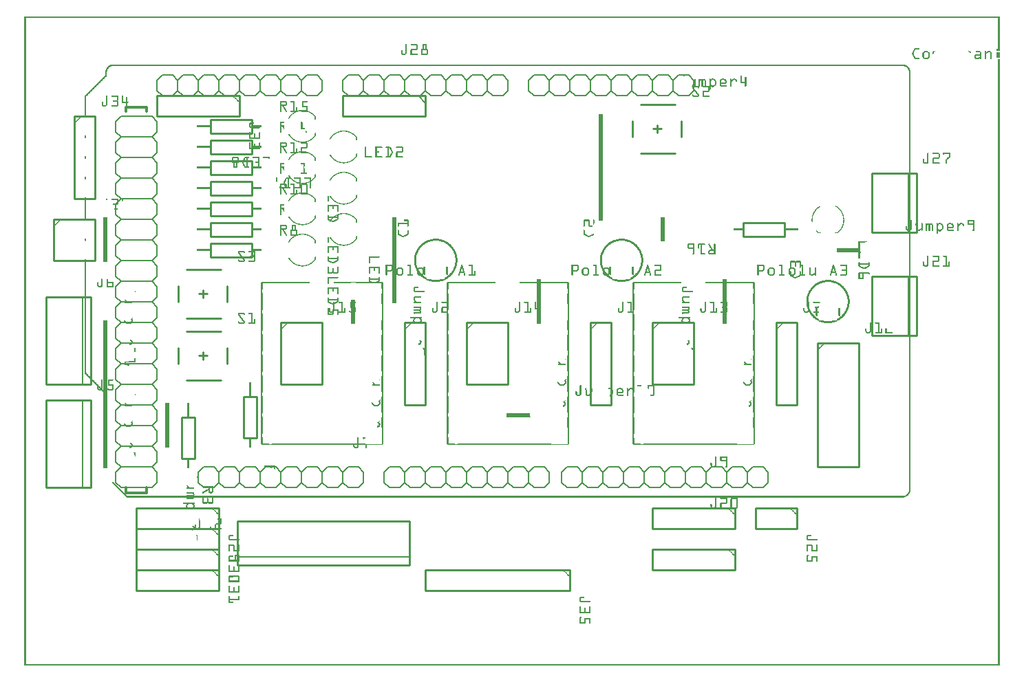
<source format=gto>
G04 MADE WITH FRITZING*
G04 WWW.FRITZING.ORG*
G04 DOUBLE SIDED*
G04 HOLES PLATED*
G04 CONTOUR ON CENTER OF CONTOUR VECTOR*
%ASAXBY*%
%FSLAX23Y23*%
%MOIN*%
%OFA0B0*%
%SFA1.0B1.0*%
%ADD10C,0.010000*%
%ADD11C,0.005000*%
%ADD12C,0.012000*%
%ADD13C,0.006000*%
%ADD14R,0.001000X0.001000*%
%LNSILK1*%
G90*
G70*
G54D10*
X243Y2666D02*
X243Y2266D01*
D02*
X243Y2266D02*
X343Y2266D01*
D02*
X343Y2266D02*
X343Y2666D01*
D02*
X343Y2666D02*
X243Y2666D01*
D02*
X1943Y2766D02*
X1543Y2766D01*
D02*
X1543Y2766D02*
X1543Y2666D01*
D02*
X1543Y2666D02*
X1943Y2666D01*
D02*
X1943Y2666D02*
X1943Y2766D01*
G54D11*
D02*
X1908Y2766D02*
X1943Y2731D01*
G54D10*
D02*
X943Y466D02*
X543Y466D01*
D02*
X543Y466D02*
X543Y366D01*
D02*
X543Y366D02*
X943Y366D01*
D02*
X943Y366D02*
X943Y466D01*
D02*
X943Y566D02*
X543Y566D01*
D02*
X543Y566D02*
X543Y466D01*
D02*
X543Y466D02*
X943Y466D01*
D02*
X943Y466D02*
X943Y566D01*
D02*
X943Y666D02*
X543Y666D01*
D02*
X543Y666D02*
X543Y566D01*
D02*
X543Y566D02*
X943Y566D01*
D02*
X943Y566D02*
X943Y666D01*
D02*
X943Y766D02*
X543Y766D01*
D02*
X543Y766D02*
X543Y666D01*
D02*
X543Y666D02*
X943Y666D01*
D02*
X943Y666D02*
X943Y766D01*
D02*
X902Y2549D02*
X1102Y2549D01*
D02*
X1102Y2549D02*
X1102Y2483D01*
D02*
X1102Y2483D02*
X902Y2483D01*
D02*
X902Y2483D02*
X902Y2549D01*
D02*
X902Y2649D02*
X1102Y2649D01*
D02*
X1102Y2649D02*
X1102Y2583D01*
D02*
X1102Y2583D02*
X902Y2583D01*
D02*
X902Y2583D02*
X902Y2649D01*
D02*
X1043Y2766D02*
X643Y2766D01*
D02*
X643Y2766D02*
X643Y2666D01*
D02*
X643Y2666D02*
X1043Y2666D01*
D02*
X1043Y2666D02*
X1043Y2766D01*
D02*
X3683Y2083D02*
X3483Y2083D01*
D02*
X3483Y2083D02*
X3483Y2149D01*
D02*
X3483Y2149D02*
X3683Y2149D01*
D02*
X3683Y2149D02*
X3683Y2083D01*
D02*
X143Y2166D02*
X143Y1966D01*
D02*
X143Y1966D02*
X343Y1966D01*
D02*
X343Y1966D02*
X343Y2166D01*
D02*
X343Y2166D02*
X143Y2166D01*
D02*
X4105Y2388D02*
X4105Y2103D01*
D02*
X4105Y2103D02*
X4321Y2103D01*
D02*
X4321Y2103D02*
X4321Y2388D01*
D02*
X4321Y2388D02*
X4105Y2388D01*
G54D11*
D02*
X4281Y2103D02*
X4281Y2388D01*
G54D12*
D02*
X593Y2691D02*
X593Y2711D01*
D02*
X593Y2711D02*
X493Y2711D01*
D02*
X493Y2711D02*
X493Y2691D01*
D02*
X593Y866D02*
X593Y841D01*
D02*
X593Y841D02*
X493Y841D01*
D02*
X493Y841D02*
X493Y866D01*
G54D13*
D02*
X818Y2766D02*
X768Y2766D01*
D02*
X768Y2766D02*
X743Y2791D01*
D02*
X743Y2791D02*
X743Y2841D01*
D02*
X743Y2841D02*
X768Y2866D01*
D02*
X943Y2791D02*
X918Y2766D01*
D02*
X918Y2766D02*
X868Y2766D01*
D02*
X868Y2766D02*
X843Y2791D01*
D02*
X843Y2791D02*
X843Y2841D01*
D02*
X843Y2841D02*
X868Y2866D01*
D02*
X868Y2866D02*
X918Y2866D01*
D02*
X918Y2866D02*
X943Y2841D01*
D02*
X818Y2766D02*
X843Y2791D01*
D02*
X843Y2841D02*
X818Y2866D01*
D02*
X768Y2866D02*
X818Y2866D01*
D02*
X1118Y2766D02*
X1068Y2766D01*
D02*
X1068Y2766D02*
X1043Y2791D01*
D02*
X1043Y2791D02*
X1043Y2841D01*
D02*
X1043Y2841D02*
X1068Y2866D01*
D02*
X1043Y2791D02*
X1018Y2766D01*
D02*
X1018Y2766D02*
X968Y2766D01*
D02*
X968Y2766D02*
X943Y2791D01*
D02*
X943Y2791D02*
X943Y2841D01*
D02*
X943Y2841D02*
X968Y2866D01*
D02*
X968Y2866D02*
X1018Y2866D01*
D02*
X1018Y2866D02*
X1043Y2841D01*
D02*
X1243Y2791D02*
X1218Y2766D01*
D02*
X1218Y2766D02*
X1168Y2766D01*
D02*
X1168Y2766D02*
X1143Y2791D01*
D02*
X1143Y2791D02*
X1143Y2841D01*
D02*
X1143Y2841D02*
X1168Y2866D01*
D02*
X1168Y2866D02*
X1218Y2866D01*
D02*
X1218Y2866D02*
X1243Y2841D01*
D02*
X1118Y2766D02*
X1143Y2791D01*
D02*
X1143Y2841D02*
X1118Y2866D01*
D02*
X1068Y2866D02*
X1118Y2866D01*
D02*
X1418Y2766D02*
X1368Y2766D01*
D02*
X1368Y2766D02*
X1343Y2791D01*
D02*
X1343Y2791D02*
X1343Y2841D01*
D02*
X1343Y2841D02*
X1368Y2866D01*
D02*
X1343Y2791D02*
X1318Y2766D01*
D02*
X1318Y2766D02*
X1268Y2766D01*
D02*
X1268Y2766D02*
X1243Y2791D01*
D02*
X1243Y2791D02*
X1243Y2841D01*
D02*
X1243Y2841D02*
X1268Y2866D01*
D02*
X1268Y2866D02*
X1318Y2866D01*
D02*
X1318Y2866D02*
X1343Y2841D01*
D02*
X1443Y2791D02*
X1443Y2841D01*
D02*
X1418Y2766D02*
X1443Y2791D01*
D02*
X1443Y2841D02*
X1418Y2866D01*
D02*
X1368Y2866D02*
X1418Y2866D01*
D02*
X718Y2766D02*
X668Y2766D01*
D02*
X668Y2766D02*
X643Y2791D01*
D02*
X643Y2791D02*
X643Y2841D01*
D02*
X643Y2841D02*
X668Y2866D01*
D02*
X718Y2766D02*
X743Y2791D01*
D02*
X743Y2841D02*
X718Y2866D01*
D02*
X668Y2866D02*
X718Y2866D01*
D02*
X1718Y2766D02*
X1668Y2766D01*
D02*
X1668Y2766D02*
X1643Y2791D01*
D02*
X1643Y2791D02*
X1643Y2841D01*
D02*
X1643Y2841D02*
X1668Y2866D01*
D02*
X1843Y2791D02*
X1818Y2766D01*
D02*
X1818Y2766D02*
X1768Y2766D01*
D02*
X1768Y2766D02*
X1743Y2791D01*
D02*
X1743Y2791D02*
X1743Y2841D01*
D02*
X1743Y2841D02*
X1768Y2866D01*
D02*
X1768Y2866D02*
X1818Y2866D01*
D02*
X1818Y2866D02*
X1843Y2841D01*
D02*
X1718Y2766D02*
X1743Y2791D01*
D02*
X1743Y2841D02*
X1718Y2866D01*
D02*
X1668Y2866D02*
X1718Y2866D01*
D02*
X2018Y2766D02*
X1968Y2766D01*
D02*
X1968Y2766D02*
X1943Y2791D01*
D02*
X1943Y2791D02*
X1943Y2841D01*
D02*
X1943Y2841D02*
X1968Y2866D01*
D02*
X1943Y2791D02*
X1918Y2766D01*
D02*
X1918Y2766D02*
X1868Y2766D01*
D02*
X1868Y2766D02*
X1843Y2791D01*
D02*
X1843Y2791D02*
X1843Y2841D01*
D02*
X1843Y2841D02*
X1868Y2866D01*
D02*
X1868Y2866D02*
X1918Y2866D01*
D02*
X1918Y2866D02*
X1943Y2841D01*
D02*
X2143Y2791D02*
X2118Y2766D01*
D02*
X2118Y2766D02*
X2068Y2766D01*
D02*
X2068Y2766D02*
X2043Y2791D01*
D02*
X2043Y2791D02*
X2043Y2841D01*
D02*
X2043Y2841D02*
X2068Y2866D01*
D02*
X2068Y2866D02*
X2118Y2866D01*
D02*
X2118Y2866D02*
X2143Y2841D01*
D02*
X2018Y2766D02*
X2043Y2791D01*
D02*
X2043Y2841D02*
X2018Y2866D01*
D02*
X1968Y2866D02*
X2018Y2866D01*
D02*
X2318Y2766D02*
X2268Y2766D01*
D02*
X2268Y2766D02*
X2243Y2791D01*
D02*
X2243Y2791D02*
X2243Y2841D01*
D02*
X2243Y2841D02*
X2268Y2866D01*
D02*
X2243Y2791D02*
X2218Y2766D01*
D02*
X2218Y2766D02*
X2168Y2766D01*
D02*
X2168Y2766D02*
X2143Y2791D01*
D02*
X2143Y2791D02*
X2143Y2841D01*
D02*
X2143Y2841D02*
X2168Y2866D01*
D02*
X2168Y2866D02*
X2218Y2866D01*
D02*
X2218Y2866D02*
X2243Y2841D01*
D02*
X2343Y2791D02*
X2343Y2841D01*
D02*
X2318Y2766D02*
X2343Y2791D01*
D02*
X2343Y2841D02*
X2318Y2866D01*
D02*
X2268Y2866D02*
X2318Y2866D01*
D02*
X1618Y2766D02*
X1568Y2766D01*
D02*
X1568Y2766D02*
X1543Y2791D01*
D02*
X1543Y2791D02*
X1543Y2841D01*
D02*
X1543Y2841D02*
X1568Y2866D01*
D02*
X1618Y2766D02*
X1643Y2791D01*
D02*
X1643Y2841D02*
X1618Y2866D01*
D02*
X1568Y2866D02*
X1618Y2866D01*
D02*
X1468Y966D02*
X1518Y966D01*
D02*
X1518Y966D02*
X1543Y941D01*
D02*
X1543Y941D02*
X1543Y891D01*
D02*
X1543Y891D02*
X1518Y866D01*
D02*
X1343Y941D02*
X1368Y966D01*
D02*
X1368Y966D02*
X1418Y966D01*
D02*
X1418Y966D02*
X1443Y941D01*
D02*
X1443Y941D02*
X1443Y891D01*
D02*
X1443Y891D02*
X1418Y866D01*
D02*
X1418Y866D02*
X1368Y866D01*
D02*
X1368Y866D02*
X1343Y891D01*
D02*
X1468Y966D02*
X1443Y941D01*
D02*
X1443Y891D02*
X1468Y866D01*
D02*
X1518Y866D02*
X1468Y866D01*
D02*
X1168Y966D02*
X1218Y966D01*
D02*
X1218Y966D02*
X1243Y941D01*
D02*
X1243Y941D02*
X1243Y891D01*
D02*
X1243Y891D02*
X1218Y866D01*
D02*
X1243Y941D02*
X1268Y966D01*
D02*
X1268Y966D02*
X1318Y966D01*
D02*
X1318Y966D02*
X1343Y941D01*
D02*
X1343Y941D02*
X1343Y891D01*
D02*
X1343Y891D02*
X1318Y866D01*
D02*
X1318Y866D02*
X1268Y866D01*
D02*
X1268Y866D02*
X1243Y891D01*
D02*
X1043Y941D02*
X1068Y966D01*
D02*
X1068Y966D02*
X1118Y966D01*
D02*
X1118Y966D02*
X1143Y941D01*
D02*
X1143Y941D02*
X1143Y891D01*
D02*
X1143Y891D02*
X1118Y866D01*
D02*
X1118Y866D02*
X1068Y866D01*
D02*
X1068Y866D02*
X1043Y891D01*
D02*
X1168Y966D02*
X1143Y941D01*
D02*
X1143Y891D02*
X1168Y866D01*
D02*
X1218Y866D02*
X1168Y866D01*
D02*
X868Y966D02*
X918Y966D01*
D02*
X918Y966D02*
X943Y941D01*
D02*
X943Y941D02*
X943Y891D01*
D02*
X943Y891D02*
X918Y866D01*
D02*
X943Y941D02*
X968Y966D01*
D02*
X968Y966D02*
X1018Y966D01*
D02*
X1018Y966D02*
X1043Y941D01*
D02*
X1043Y941D02*
X1043Y891D01*
D02*
X1043Y891D02*
X1018Y866D01*
D02*
X1018Y866D02*
X968Y866D01*
D02*
X968Y866D02*
X943Y891D01*
D02*
X843Y941D02*
X843Y891D01*
D02*
X868Y966D02*
X843Y941D01*
D02*
X843Y891D02*
X868Y866D01*
D02*
X918Y866D02*
X868Y866D01*
D02*
X1568Y966D02*
X1618Y966D01*
D02*
X1618Y966D02*
X1643Y941D01*
D02*
X1643Y941D02*
X1643Y891D01*
D02*
X1643Y891D02*
X1618Y866D01*
D02*
X1568Y966D02*
X1543Y941D01*
D02*
X1543Y891D02*
X1568Y866D01*
D02*
X1618Y866D02*
X1568Y866D01*
D02*
X2803Y891D02*
X2778Y866D01*
D02*
X2778Y866D02*
X2728Y866D01*
D02*
X2728Y866D02*
X2703Y891D01*
D02*
X2703Y891D02*
X2703Y941D01*
D02*
X2703Y941D02*
X2728Y966D01*
D02*
X2728Y966D02*
X2778Y966D01*
D02*
X2778Y966D02*
X2803Y941D01*
D02*
X2978Y866D02*
X2928Y866D01*
D02*
X2928Y866D02*
X2903Y891D01*
D02*
X2903Y891D02*
X2903Y941D01*
D02*
X2903Y941D02*
X2928Y966D01*
D02*
X2903Y891D02*
X2878Y866D01*
D02*
X2878Y866D02*
X2828Y866D01*
D02*
X2828Y866D02*
X2803Y891D01*
D02*
X2803Y891D02*
X2803Y941D01*
D02*
X2803Y941D02*
X2828Y966D01*
D02*
X2828Y966D02*
X2878Y966D01*
D02*
X2878Y966D02*
X2903Y941D01*
D02*
X3103Y891D02*
X3078Y866D01*
D02*
X3078Y866D02*
X3028Y866D01*
D02*
X3028Y866D02*
X3003Y891D01*
D02*
X3003Y891D02*
X3003Y941D01*
D02*
X3003Y941D02*
X3028Y966D01*
D02*
X3028Y966D02*
X3078Y966D01*
D02*
X3078Y966D02*
X3103Y941D01*
D02*
X2978Y866D02*
X3003Y891D01*
D02*
X3003Y941D02*
X2978Y966D01*
D02*
X2928Y966D02*
X2978Y966D01*
D02*
X3278Y866D02*
X3228Y866D01*
D02*
X3228Y866D02*
X3203Y891D01*
D02*
X3203Y891D02*
X3203Y941D01*
D02*
X3203Y941D02*
X3228Y966D01*
D02*
X3203Y891D02*
X3178Y866D01*
D02*
X3178Y866D02*
X3128Y866D01*
D02*
X3128Y866D02*
X3103Y891D01*
D02*
X3103Y891D02*
X3103Y941D01*
D02*
X3103Y941D02*
X3128Y966D01*
D02*
X3128Y966D02*
X3178Y966D01*
D02*
X3178Y966D02*
X3203Y941D01*
D02*
X3403Y891D02*
X3378Y866D01*
D02*
X3378Y866D02*
X3328Y866D01*
D02*
X3328Y866D02*
X3303Y891D01*
D02*
X3303Y891D02*
X3303Y941D01*
D02*
X3303Y941D02*
X3328Y966D01*
D02*
X3328Y966D02*
X3378Y966D01*
D02*
X3378Y966D02*
X3403Y941D01*
D02*
X3278Y866D02*
X3303Y891D01*
D02*
X3303Y941D02*
X3278Y966D01*
D02*
X3228Y966D02*
X3278Y966D01*
D02*
X3578Y866D02*
X3528Y866D01*
D02*
X3528Y866D02*
X3503Y891D01*
D02*
X3503Y891D02*
X3503Y941D01*
D02*
X3503Y941D02*
X3528Y966D01*
D02*
X3503Y891D02*
X3478Y866D01*
D02*
X3478Y866D02*
X3428Y866D01*
D02*
X3428Y866D02*
X3403Y891D01*
D02*
X3403Y891D02*
X3403Y941D01*
D02*
X3403Y941D02*
X3428Y966D01*
D02*
X3428Y966D02*
X3478Y966D01*
D02*
X3478Y966D02*
X3503Y941D01*
D02*
X3603Y891D02*
X3603Y941D01*
D02*
X3578Y866D02*
X3603Y891D01*
D02*
X3603Y941D02*
X3578Y966D01*
D02*
X3528Y966D02*
X3578Y966D01*
D02*
X2678Y866D02*
X2628Y866D01*
D02*
X2628Y866D02*
X2603Y891D01*
D02*
X2603Y891D02*
X2603Y941D01*
D02*
X2603Y941D02*
X2628Y966D01*
D02*
X2678Y866D02*
X2703Y891D01*
D02*
X2703Y941D02*
X2678Y966D01*
D02*
X2628Y966D02*
X2678Y966D01*
D02*
X2618Y2766D02*
X2568Y2766D01*
D02*
X2568Y2766D02*
X2543Y2791D01*
D02*
X2543Y2791D02*
X2543Y2841D01*
D02*
X2543Y2841D02*
X2568Y2866D01*
D02*
X2743Y2791D02*
X2718Y2766D01*
D02*
X2718Y2766D02*
X2668Y2766D01*
D02*
X2668Y2766D02*
X2643Y2791D01*
D02*
X2643Y2791D02*
X2643Y2841D01*
D02*
X2643Y2841D02*
X2668Y2866D01*
D02*
X2668Y2866D02*
X2718Y2866D01*
D02*
X2718Y2866D02*
X2743Y2841D01*
D02*
X2618Y2766D02*
X2643Y2791D01*
D02*
X2643Y2841D02*
X2618Y2866D01*
D02*
X2568Y2866D02*
X2618Y2866D01*
D02*
X2918Y2766D02*
X2868Y2766D01*
D02*
X2868Y2766D02*
X2843Y2791D01*
D02*
X2843Y2791D02*
X2843Y2841D01*
D02*
X2843Y2841D02*
X2868Y2866D01*
D02*
X2843Y2791D02*
X2818Y2766D01*
D02*
X2818Y2766D02*
X2768Y2766D01*
D02*
X2768Y2766D02*
X2743Y2791D01*
D02*
X2743Y2791D02*
X2743Y2841D01*
D02*
X2743Y2841D02*
X2768Y2866D01*
D02*
X2768Y2866D02*
X2818Y2866D01*
D02*
X2818Y2866D02*
X2843Y2841D01*
D02*
X3043Y2791D02*
X3018Y2766D01*
D02*
X3018Y2766D02*
X2968Y2766D01*
D02*
X2968Y2766D02*
X2943Y2791D01*
D02*
X2943Y2791D02*
X2943Y2841D01*
D02*
X2943Y2841D02*
X2968Y2866D01*
D02*
X2968Y2866D02*
X3018Y2866D01*
D02*
X3018Y2866D02*
X3043Y2841D01*
D02*
X2918Y2766D02*
X2943Y2791D01*
D02*
X2943Y2841D02*
X2918Y2866D01*
D02*
X2868Y2866D02*
X2918Y2866D01*
D02*
X3218Y2766D02*
X3168Y2766D01*
D02*
X3168Y2766D02*
X3143Y2791D01*
D02*
X3143Y2791D02*
X3143Y2841D01*
D02*
X3143Y2841D02*
X3168Y2866D01*
D02*
X3143Y2791D02*
X3118Y2766D01*
D02*
X3118Y2766D02*
X3068Y2766D01*
D02*
X3068Y2766D02*
X3043Y2791D01*
D02*
X3043Y2791D02*
X3043Y2841D01*
D02*
X3043Y2841D02*
X3068Y2866D01*
D02*
X3068Y2866D02*
X3118Y2866D01*
D02*
X3118Y2866D02*
X3143Y2841D01*
D02*
X3243Y2791D02*
X3243Y2841D01*
D02*
X3218Y2766D02*
X3243Y2791D01*
D02*
X3243Y2841D02*
X3218Y2866D01*
D02*
X3168Y2866D02*
X3218Y2866D01*
D02*
X2518Y2766D02*
X2468Y2766D01*
D02*
X2468Y2766D02*
X2443Y2791D01*
D02*
X2443Y2791D02*
X2443Y2841D01*
D02*
X2443Y2841D02*
X2468Y2866D01*
D02*
X2518Y2766D02*
X2543Y2791D01*
D02*
X2543Y2841D02*
X2518Y2866D01*
D02*
X2468Y2866D02*
X2518Y2866D01*
D02*
X2368Y966D02*
X2418Y966D01*
D02*
X2418Y966D02*
X2443Y941D01*
D02*
X2443Y941D02*
X2443Y891D01*
D02*
X2443Y891D02*
X2418Y866D01*
D02*
X2243Y941D02*
X2268Y966D01*
D02*
X2268Y966D02*
X2318Y966D01*
D02*
X2318Y966D02*
X2343Y941D01*
D02*
X2343Y941D02*
X2343Y891D01*
D02*
X2343Y891D02*
X2318Y866D01*
D02*
X2318Y866D02*
X2268Y866D01*
D02*
X2268Y866D02*
X2243Y891D01*
D02*
X2368Y966D02*
X2343Y941D01*
D02*
X2343Y891D02*
X2368Y866D01*
D02*
X2418Y866D02*
X2368Y866D01*
D02*
X2068Y966D02*
X2118Y966D01*
D02*
X2118Y966D02*
X2143Y941D01*
D02*
X2143Y941D02*
X2143Y891D01*
D02*
X2143Y891D02*
X2118Y866D01*
D02*
X2143Y941D02*
X2168Y966D01*
D02*
X2168Y966D02*
X2218Y966D01*
D02*
X2218Y966D02*
X2243Y941D01*
D02*
X2243Y941D02*
X2243Y891D01*
D02*
X2243Y891D02*
X2218Y866D01*
D02*
X2218Y866D02*
X2168Y866D01*
D02*
X2168Y866D02*
X2143Y891D01*
D02*
X1943Y941D02*
X1968Y966D01*
D02*
X1968Y966D02*
X2018Y966D01*
D02*
X2018Y966D02*
X2043Y941D01*
D02*
X2043Y941D02*
X2043Y891D01*
D02*
X2043Y891D02*
X2018Y866D01*
D02*
X2018Y866D02*
X1968Y866D01*
D02*
X1968Y866D02*
X1943Y891D01*
D02*
X2068Y966D02*
X2043Y941D01*
D02*
X2043Y891D02*
X2068Y866D01*
D02*
X2118Y866D02*
X2068Y866D01*
D02*
X1768Y966D02*
X1818Y966D01*
D02*
X1818Y966D02*
X1843Y941D01*
D02*
X1843Y941D02*
X1843Y891D01*
D02*
X1843Y891D02*
X1818Y866D01*
D02*
X1843Y941D02*
X1868Y966D01*
D02*
X1868Y966D02*
X1918Y966D01*
D02*
X1918Y966D02*
X1943Y941D01*
D02*
X1943Y941D02*
X1943Y891D01*
D02*
X1943Y891D02*
X1918Y866D01*
D02*
X1918Y866D02*
X1868Y866D01*
D02*
X1868Y866D02*
X1843Y891D01*
D02*
X1743Y941D02*
X1743Y891D01*
D02*
X1768Y966D02*
X1743Y941D01*
D02*
X1743Y891D02*
X1768Y866D01*
D02*
X1818Y866D02*
X1768Y866D01*
D02*
X2468Y966D02*
X2518Y966D01*
D02*
X2518Y966D02*
X2543Y941D01*
D02*
X2543Y941D02*
X2543Y891D01*
D02*
X2543Y891D02*
X2518Y866D01*
D02*
X2468Y966D02*
X2443Y941D01*
D02*
X2443Y891D02*
X2468Y866D01*
D02*
X2518Y866D02*
X2468Y866D01*
D02*
X618Y866D02*
X643Y891D01*
D02*
X643Y891D02*
X643Y941D01*
D02*
X643Y941D02*
X618Y966D01*
D02*
X618Y966D02*
X643Y991D01*
D02*
X643Y991D02*
X643Y1041D01*
D02*
X643Y1041D02*
X618Y1066D01*
D02*
X618Y1066D02*
X643Y1091D01*
D02*
X643Y1091D02*
X643Y1141D01*
D02*
X643Y1141D02*
X618Y1166D01*
D02*
X618Y1166D02*
X643Y1191D01*
D02*
X643Y1191D02*
X643Y1241D01*
D02*
X643Y1241D02*
X618Y1266D01*
D02*
X618Y1266D02*
X643Y1291D01*
D02*
X643Y1291D02*
X643Y1341D01*
D02*
X643Y1341D02*
X618Y1366D01*
D02*
X618Y1366D02*
X643Y1391D01*
D02*
X643Y1391D02*
X643Y1441D01*
D02*
X643Y1441D02*
X618Y1466D01*
D02*
X618Y866D02*
X468Y866D01*
D02*
X468Y866D02*
X443Y891D01*
D02*
X443Y891D02*
X443Y941D01*
D02*
X443Y941D02*
X468Y966D01*
D02*
X468Y966D02*
X443Y991D01*
D02*
X443Y991D02*
X443Y1041D01*
D02*
X443Y1041D02*
X468Y1066D01*
D02*
X468Y1066D02*
X443Y1091D01*
D02*
X443Y1091D02*
X443Y1141D01*
D02*
X443Y1141D02*
X468Y1166D01*
D02*
X468Y1166D02*
X443Y1191D01*
D02*
X443Y1191D02*
X443Y1241D01*
D02*
X443Y1241D02*
X468Y1266D01*
D02*
X468Y1266D02*
X443Y1291D01*
D02*
X443Y1291D02*
X443Y1341D01*
D02*
X443Y1341D02*
X468Y1366D01*
D02*
X468Y1366D02*
X443Y1391D01*
D02*
X443Y1391D02*
X443Y1441D01*
D02*
X443Y1441D02*
X468Y1466D01*
D02*
X468Y1466D02*
X443Y1491D01*
D02*
X443Y1491D02*
X443Y1541D01*
D02*
X443Y1541D02*
X468Y1566D01*
D02*
X468Y1566D02*
X443Y1591D01*
D02*
X443Y1591D02*
X443Y1641D01*
D02*
X443Y1641D02*
X468Y1666D01*
D02*
X468Y1666D02*
X443Y1691D01*
D02*
X443Y1691D02*
X443Y1741D01*
D02*
X443Y1741D02*
X468Y1766D01*
D02*
X468Y1766D02*
X443Y1791D01*
D02*
X443Y1791D02*
X443Y1841D01*
D02*
X443Y1841D02*
X468Y1866D01*
D02*
X468Y1866D02*
X443Y1891D01*
D02*
X443Y1891D02*
X443Y1941D01*
D02*
X443Y1941D02*
X468Y1966D01*
D02*
X468Y1966D02*
X443Y1991D01*
D02*
X443Y1991D02*
X443Y2041D01*
D02*
X468Y2066D02*
X443Y2041D01*
D02*
X468Y2066D02*
X443Y2091D01*
D02*
X443Y2141D02*
X443Y2091D01*
D02*
X443Y2141D02*
X468Y2166D01*
D02*
X468Y2166D02*
X443Y2191D01*
D02*
X443Y2241D02*
X443Y2191D01*
D02*
X443Y2241D02*
X468Y2266D01*
D02*
X468Y2266D02*
X443Y2291D01*
D02*
X443Y2341D02*
X443Y2291D01*
D02*
X443Y2341D02*
X468Y2366D01*
D02*
X468Y2366D02*
X443Y2391D01*
D02*
X443Y2441D02*
X443Y2391D01*
D02*
X443Y2441D02*
X468Y2466D01*
D02*
X468Y2466D02*
X443Y2491D01*
D02*
X443Y2541D02*
X443Y2491D01*
D02*
X443Y2541D02*
X468Y2566D01*
D02*
X468Y2566D02*
X443Y2591D01*
D02*
X443Y2641D02*
X443Y2591D01*
D02*
X443Y2641D02*
X468Y2666D01*
D02*
X618Y2666D02*
X643Y2641D01*
D02*
X643Y2641D02*
X643Y2591D01*
D02*
X618Y2566D02*
X643Y2591D01*
D02*
X618Y2566D02*
X643Y2541D01*
D02*
X643Y2541D02*
X643Y2491D01*
D02*
X618Y2466D02*
X643Y2491D01*
D02*
X618Y2466D02*
X643Y2441D01*
D02*
X643Y2391D02*
X643Y2441D01*
D02*
X643Y2391D02*
X618Y2366D01*
D02*
X618Y2366D02*
X643Y2341D01*
D02*
X643Y2291D02*
X643Y2341D01*
D02*
X643Y2291D02*
X618Y2266D01*
D02*
X618Y2266D02*
X643Y2241D01*
D02*
X643Y2241D02*
X643Y2191D01*
D02*
X618Y2166D02*
X643Y2191D01*
D02*
X618Y2166D02*
X643Y2141D01*
D02*
X643Y2141D02*
X643Y2091D01*
D02*
X618Y2066D02*
X643Y2091D01*
D02*
X618Y2066D02*
X643Y2041D01*
D02*
X643Y2041D02*
X643Y1991D01*
D02*
X618Y1966D02*
X643Y1991D01*
D02*
X618Y1966D02*
X643Y1941D01*
D02*
X643Y1941D02*
X643Y1891D01*
D02*
X618Y1866D02*
X643Y1891D01*
D02*
X618Y1866D02*
X643Y1841D01*
D02*
X643Y1841D02*
X643Y1791D01*
D02*
X618Y1766D02*
X643Y1791D01*
D02*
X618Y1766D02*
X643Y1741D01*
D02*
X643Y1741D02*
X643Y1691D01*
D02*
X618Y1666D02*
X643Y1691D01*
D02*
X618Y1666D02*
X643Y1641D01*
D02*
X643Y1641D02*
X643Y1591D01*
D02*
X618Y1566D02*
X643Y1591D01*
D02*
X618Y1566D02*
X643Y1541D01*
D02*
X643Y1541D02*
X643Y1491D01*
D02*
X618Y1466D02*
X643Y1491D01*
D02*
X468Y966D02*
X618Y966D01*
D02*
X468Y1066D02*
X618Y1066D01*
D02*
X468Y1166D02*
X618Y1166D01*
D02*
X468Y1266D02*
X618Y1266D01*
D02*
X468Y1366D02*
X618Y1366D01*
D02*
X468Y1466D02*
X618Y1466D01*
D02*
X468Y1566D02*
X618Y1566D01*
D02*
X468Y1666D02*
X618Y1666D01*
D02*
X468Y1766D02*
X618Y1766D01*
D02*
X468Y1866D02*
X618Y1866D01*
D02*
X468Y1966D02*
X618Y1966D01*
D02*
X468Y2066D02*
X618Y2066D01*
D02*
X468Y2166D02*
X618Y2166D01*
D02*
X468Y2266D02*
X618Y2266D01*
D02*
X468Y2366D02*
X618Y2366D01*
D02*
X468Y2466D02*
X618Y2466D01*
D02*
X468Y2566D02*
X618Y2566D01*
D02*
X468Y2666D02*
X618Y2666D01*
G54D10*
D02*
X3643Y1666D02*
X3643Y1266D01*
D02*
X3643Y1266D02*
X3743Y1266D01*
D02*
X3743Y1266D02*
X3743Y1666D01*
D02*
X3743Y1666D02*
X3643Y1666D01*
D02*
X1843Y1666D02*
X1843Y1266D01*
D02*
X1843Y1266D02*
X1943Y1266D01*
D02*
X1943Y1266D02*
X1943Y1666D01*
D02*
X1943Y1666D02*
X1843Y1666D01*
D02*
X2743Y1666D02*
X2743Y1266D01*
D02*
X2743Y1266D02*
X2843Y1266D01*
D02*
X2843Y1266D02*
X2843Y1666D01*
D02*
X2843Y1666D02*
X2743Y1666D01*
D02*
X105Y1290D02*
X105Y866D01*
D02*
X105Y866D02*
X321Y866D01*
D02*
X321Y866D02*
X321Y1290D01*
D02*
X321Y1290D02*
X105Y1290D01*
G54D11*
D02*
X281Y866D02*
X281Y1290D01*
G54D10*
D02*
X105Y1790D02*
X105Y1366D01*
D02*
X105Y1366D02*
X321Y1366D01*
D02*
X321Y1366D02*
X321Y1790D01*
D02*
X321Y1790D02*
X105Y1790D01*
G54D11*
D02*
X281Y1366D02*
X281Y1790D01*
G54D10*
D02*
X1866Y704D02*
X1030Y704D01*
D02*
X1030Y704D02*
X1030Y488D01*
D02*
X1030Y488D02*
X1866Y488D01*
D02*
X1866Y488D02*
X1866Y704D01*
G54D11*
D02*
X1030Y528D02*
X1866Y528D01*
G54D10*
D02*
X3443Y766D02*
X3043Y766D01*
D02*
X3043Y766D02*
X3043Y666D01*
D02*
X3043Y666D02*
X3443Y666D01*
D02*
X3443Y666D02*
X3443Y766D01*
D02*
X3843Y1566D02*
X3843Y966D01*
D02*
X3843Y966D02*
X4043Y966D01*
D02*
X4043Y966D02*
X4043Y1566D01*
D02*
X4043Y1566D02*
X3843Y1566D01*
D02*
X1243Y1666D02*
X1243Y1366D01*
D02*
X1243Y1366D02*
X1443Y1366D01*
D02*
X1443Y1366D02*
X1443Y1666D01*
D02*
X1443Y1666D02*
X1243Y1666D01*
D02*
X2143Y1666D02*
X2143Y1366D01*
D02*
X2143Y1366D02*
X2343Y1366D01*
D02*
X2343Y1366D02*
X2343Y1666D01*
D02*
X2343Y1666D02*
X2143Y1666D01*
D02*
X3043Y1666D02*
X3043Y1366D01*
D02*
X3043Y1366D02*
X3243Y1366D01*
D02*
X3243Y1366D02*
X3243Y1666D01*
D02*
X3243Y1666D02*
X3043Y1666D01*
D02*
X983Y1544D02*
X983Y1465D01*
D02*
X786Y1623D02*
X953Y1623D01*
D02*
X786Y1386D02*
X953Y1386D01*
D02*
X746Y1544D02*
X746Y1465D01*
D02*
X865Y1524D02*
X865Y1485D01*
D02*
X884Y1505D02*
X845Y1505D01*
D02*
X826Y1206D02*
X826Y1006D01*
D02*
X826Y1006D02*
X760Y1006D01*
D02*
X760Y1006D02*
X760Y1206D01*
D02*
X760Y1206D02*
X826Y1206D01*
D02*
X3183Y2644D02*
X3183Y2565D01*
D02*
X2986Y2723D02*
X3153Y2723D01*
D02*
X2986Y2486D02*
X3153Y2486D01*
D02*
X2946Y2644D02*
X2946Y2565D01*
D02*
X3065Y2624D02*
X3065Y2585D01*
D02*
X3084Y2605D02*
X3045Y2605D01*
D02*
X3443Y566D02*
X3043Y566D01*
D02*
X3043Y566D02*
X3043Y466D01*
D02*
X3043Y466D02*
X3443Y466D01*
D02*
X3443Y466D02*
X3443Y566D01*
D02*
X4105Y1890D02*
X4105Y1604D01*
D02*
X4105Y1604D02*
X4321Y1604D01*
D02*
X4321Y1604D02*
X4321Y1890D01*
D02*
X4321Y1890D02*
X4105Y1890D01*
G54D11*
D02*
X4281Y1604D02*
X4281Y1890D01*
G54D10*
D02*
X983Y1844D02*
X983Y1765D01*
D02*
X786Y1923D02*
X953Y1923D01*
D02*
X786Y1686D02*
X953Y1686D01*
D02*
X746Y1844D02*
X746Y1765D01*
D02*
X865Y1824D02*
X865Y1785D01*
D02*
X884Y1805D02*
X845Y1805D01*
D02*
X1126Y1306D02*
X1126Y1106D01*
D02*
X1126Y1106D02*
X1060Y1106D01*
D02*
X1060Y1106D02*
X1060Y1306D01*
D02*
X1060Y1306D02*
X1126Y1306D01*
D02*
X902Y2049D02*
X1102Y2049D01*
D02*
X1102Y2049D02*
X1102Y1983D01*
D02*
X1102Y1983D02*
X902Y1983D01*
D02*
X902Y1983D02*
X902Y2049D01*
D02*
X902Y2149D02*
X1102Y2149D01*
D02*
X1102Y2149D02*
X1102Y2083D01*
D02*
X1102Y2083D02*
X902Y2083D01*
D02*
X902Y2083D02*
X902Y2149D01*
D02*
X902Y2249D02*
X1102Y2249D01*
D02*
X1102Y2249D02*
X1102Y2183D01*
D02*
X1102Y2183D02*
X902Y2183D01*
D02*
X902Y2183D02*
X902Y2249D01*
D02*
X902Y2349D02*
X1102Y2349D01*
D02*
X1102Y2349D02*
X1102Y2283D01*
D02*
X1102Y2283D02*
X902Y2283D01*
D02*
X902Y2283D02*
X902Y2349D01*
D02*
X902Y2449D02*
X1102Y2449D01*
D02*
X1102Y2449D02*
X1102Y2383D01*
D02*
X1102Y2383D02*
X902Y2383D01*
D02*
X902Y2383D02*
X902Y2449D01*
D02*
X3743Y766D02*
X3543Y766D01*
D02*
X3543Y766D02*
X3543Y666D01*
D02*
X3543Y666D02*
X3743Y666D01*
D02*
X3743Y666D02*
X3743Y766D01*
D02*
X2643Y466D02*
X1943Y466D01*
D02*
X1943Y466D02*
X1943Y366D01*
D02*
X1943Y366D02*
X2643Y366D01*
D02*
X2643Y366D02*
X2643Y466D01*
G54D14*
X0Y3150D02*
X4723Y3150D01*
X0Y3149D02*
X4723Y3149D01*
X0Y3148D02*
X4723Y3148D01*
X0Y3147D02*
X4723Y3147D01*
X0Y3146D02*
X4723Y3146D01*
X0Y3145D02*
X4723Y3145D01*
X0Y3144D02*
X4723Y3144D01*
X0Y3143D02*
X4723Y3143D01*
X0Y3142D02*
X7Y3142D01*
X4716Y3142D02*
X4723Y3142D01*
X0Y3141D02*
X7Y3141D01*
X4716Y3141D02*
X4723Y3141D01*
X0Y3140D02*
X7Y3140D01*
X4716Y3140D02*
X4723Y3140D01*
X0Y3139D02*
X7Y3139D01*
X4716Y3139D02*
X4723Y3139D01*
X0Y3138D02*
X7Y3138D01*
X4716Y3138D02*
X4723Y3138D01*
X0Y3137D02*
X7Y3137D01*
X4716Y3137D02*
X4723Y3137D01*
X0Y3136D02*
X7Y3136D01*
X4716Y3136D02*
X4723Y3136D01*
X0Y3135D02*
X7Y3135D01*
X4716Y3135D02*
X4723Y3135D01*
X0Y3134D02*
X7Y3134D01*
X4716Y3134D02*
X4723Y3134D01*
X0Y3133D02*
X7Y3133D01*
X4716Y3133D02*
X4723Y3133D01*
X0Y3132D02*
X7Y3132D01*
X4716Y3132D02*
X4723Y3132D01*
X0Y3131D02*
X7Y3131D01*
X4716Y3131D02*
X4723Y3131D01*
X0Y3130D02*
X7Y3130D01*
X4716Y3130D02*
X4723Y3130D01*
X0Y3129D02*
X7Y3129D01*
X4716Y3129D02*
X4723Y3129D01*
X0Y3128D02*
X7Y3128D01*
X4716Y3128D02*
X4723Y3128D01*
X0Y3127D02*
X7Y3127D01*
X4716Y3127D02*
X4723Y3127D01*
X0Y3126D02*
X7Y3126D01*
X4716Y3126D02*
X4723Y3126D01*
X0Y3125D02*
X7Y3125D01*
X4716Y3125D02*
X4723Y3125D01*
X0Y3124D02*
X7Y3124D01*
X4716Y3124D02*
X4723Y3124D01*
X0Y3123D02*
X7Y3123D01*
X4716Y3123D02*
X4723Y3123D01*
X0Y3122D02*
X7Y3122D01*
X4716Y3122D02*
X4723Y3122D01*
X0Y3121D02*
X7Y3121D01*
X4716Y3121D02*
X4723Y3121D01*
X0Y3120D02*
X7Y3120D01*
X4716Y3120D02*
X4723Y3120D01*
X0Y3119D02*
X7Y3119D01*
X4716Y3119D02*
X4723Y3119D01*
X0Y3118D02*
X7Y3118D01*
X4716Y3118D02*
X4723Y3118D01*
X0Y3117D02*
X7Y3117D01*
X4716Y3117D02*
X4723Y3117D01*
X0Y3116D02*
X7Y3116D01*
X4716Y3116D02*
X4723Y3116D01*
X0Y3115D02*
X7Y3115D01*
X4716Y3115D02*
X4723Y3115D01*
X0Y3114D02*
X7Y3114D01*
X4716Y3114D02*
X4723Y3114D01*
X0Y3113D02*
X7Y3113D01*
X4716Y3113D02*
X4723Y3113D01*
X0Y3112D02*
X7Y3112D01*
X4716Y3112D02*
X4723Y3112D01*
X0Y3111D02*
X7Y3111D01*
X4716Y3111D02*
X4723Y3111D01*
X0Y3110D02*
X7Y3110D01*
X4716Y3110D02*
X4723Y3110D01*
X0Y3109D02*
X7Y3109D01*
X4716Y3109D02*
X4723Y3109D01*
X0Y3108D02*
X7Y3108D01*
X4716Y3108D02*
X4723Y3108D01*
X0Y3107D02*
X7Y3107D01*
X4716Y3107D02*
X4723Y3107D01*
X0Y3106D02*
X7Y3106D01*
X4716Y3106D02*
X4723Y3106D01*
X0Y3105D02*
X7Y3105D01*
X4716Y3105D02*
X4723Y3105D01*
X0Y3104D02*
X7Y3104D01*
X4716Y3104D02*
X4723Y3104D01*
X0Y3103D02*
X7Y3103D01*
X4716Y3103D02*
X4723Y3103D01*
X0Y3102D02*
X7Y3102D01*
X4716Y3102D02*
X4723Y3102D01*
X0Y3101D02*
X7Y3101D01*
X4716Y3101D02*
X4723Y3101D01*
X0Y3100D02*
X7Y3100D01*
X4716Y3100D02*
X4723Y3100D01*
X0Y3099D02*
X7Y3099D01*
X4716Y3099D02*
X4723Y3099D01*
X0Y3098D02*
X7Y3098D01*
X4716Y3098D02*
X4723Y3098D01*
X0Y3097D02*
X7Y3097D01*
X4716Y3097D02*
X4723Y3097D01*
X0Y3096D02*
X7Y3096D01*
X4716Y3096D02*
X4723Y3096D01*
X0Y3095D02*
X7Y3095D01*
X4716Y3095D02*
X4723Y3095D01*
X0Y3094D02*
X7Y3094D01*
X4716Y3094D02*
X4723Y3094D01*
X0Y3093D02*
X7Y3093D01*
X4716Y3093D02*
X4723Y3093D01*
X0Y3092D02*
X7Y3092D01*
X4716Y3092D02*
X4723Y3092D01*
X0Y3091D02*
X7Y3091D01*
X4716Y3091D02*
X4723Y3091D01*
X0Y3090D02*
X7Y3090D01*
X4716Y3090D02*
X4723Y3090D01*
X0Y3089D02*
X7Y3089D01*
X4716Y3089D02*
X4723Y3089D01*
X0Y3088D02*
X7Y3088D01*
X4716Y3088D02*
X4723Y3088D01*
X0Y3087D02*
X7Y3087D01*
X4716Y3087D02*
X4723Y3087D01*
X0Y3086D02*
X7Y3086D01*
X4716Y3086D02*
X4723Y3086D01*
X0Y3085D02*
X7Y3085D01*
X4716Y3085D02*
X4723Y3085D01*
X0Y3084D02*
X7Y3084D01*
X4716Y3084D02*
X4723Y3084D01*
X0Y3083D02*
X7Y3083D01*
X4716Y3083D02*
X4723Y3083D01*
X0Y3082D02*
X7Y3082D01*
X4716Y3082D02*
X4723Y3082D01*
X0Y3081D02*
X7Y3081D01*
X4716Y3081D02*
X4723Y3081D01*
X0Y3080D02*
X7Y3080D01*
X4716Y3080D02*
X4723Y3080D01*
X0Y3079D02*
X7Y3079D01*
X4716Y3079D02*
X4723Y3079D01*
X0Y3078D02*
X7Y3078D01*
X4716Y3078D02*
X4723Y3078D01*
X0Y3077D02*
X7Y3077D01*
X4716Y3077D02*
X4723Y3077D01*
X0Y3076D02*
X7Y3076D01*
X4716Y3076D02*
X4723Y3076D01*
X0Y3075D02*
X7Y3075D01*
X4716Y3075D02*
X4723Y3075D01*
X0Y3074D02*
X7Y3074D01*
X4716Y3074D02*
X4723Y3074D01*
X0Y3073D02*
X7Y3073D01*
X4716Y3073D02*
X4723Y3073D01*
X0Y3072D02*
X7Y3072D01*
X4716Y3072D02*
X4723Y3072D01*
X0Y3071D02*
X7Y3071D01*
X4716Y3071D02*
X4723Y3071D01*
X0Y3070D02*
X7Y3070D01*
X4716Y3070D02*
X4723Y3070D01*
X0Y3069D02*
X7Y3069D01*
X4716Y3069D02*
X4723Y3069D01*
X0Y3068D02*
X7Y3068D01*
X4716Y3068D02*
X4723Y3068D01*
X0Y3067D02*
X7Y3067D01*
X4716Y3067D02*
X4723Y3067D01*
X0Y3066D02*
X7Y3066D01*
X4716Y3066D02*
X4723Y3066D01*
X0Y3065D02*
X7Y3065D01*
X4716Y3065D02*
X4723Y3065D01*
X0Y3064D02*
X7Y3064D01*
X4716Y3064D02*
X4723Y3064D01*
X0Y3063D02*
X7Y3063D01*
X4716Y3063D02*
X4723Y3063D01*
X0Y3062D02*
X7Y3062D01*
X4716Y3062D02*
X4723Y3062D01*
X0Y3061D02*
X7Y3061D01*
X4716Y3061D02*
X4723Y3061D01*
X0Y3060D02*
X7Y3060D01*
X4716Y3060D02*
X4723Y3060D01*
X0Y3059D02*
X7Y3059D01*
X4716Y3059D02*
X4723Y3059D01*
X0Y3058D02*
X7Y3058D01*
X4716Y3058D02*
X4723Y3058D01*
X0Y3057D02*
X7Y3057D01*
X4716Y3057D02*
X4723Y3057D01*
X0Y3056D02*
X7Y3056D01*
X4716Y3056D02*
X4723Y3056D01*
X0Y3055D02*
X7Y3055D01*
X4716Y3055D02*
X4723Y3055D01*
X0Y3054D02*
X7Y3054D01*
X4716Y3054D02*
X4723Y3054D01*
X0Y3053D02*
X7Y3053D01*
X4716Y3053D02*
X4723Y3053D01*
X0Y3052D02*
X7Y3052D01*
X4716Y3052D02*
X4723Y3052D01*
X0Y3051D02*
X7Y3051D01*
X4716Y3051D02*
X4723Y3051D01*
X0Y3050D02*
X7Y3050D01*
X4716Y3050D02*
X4723Y3050D01*
X0Y3049D02*
X7Y3049D01*
X4716Y3049D02*
X4723Y3049D01*
X0Y3048D02*
X7Y3048D01*
X4716Y3048D02*
X4723Y3048D01*
X0Y3047D02*
X7Y3047D01*
X4716Y3047D02*
X4723Y3047D01*
X0Y3046D02*
X7Y3046D01*
X4716Y3046D02*
X4723Y3046D01*
X0Y3045D02*
X7Y3045D01*
X4716Y3045D02*
X4723Y3045D01*
X0Y3044D02*
X7Y3044D01*
X4716Y3044D02*
X4723Y3044D01*
X0Y3043D02*
X7Y3043D01*
X4716Y3043D02*
X4723Y3043D01*
X0Y3042D02*
X7Y3042D01*
X4716Y3042D02*
X4723Y3042D01*
X0Y3041D02*
X7Y3041D01*
X4716Y3041D02*
X4723Y3041D01*
X0Y3040D02*
X7Y3040D01*
X4716Y3040D02*
X4723Y3040D01*
X0Y3039D02*
X7Y3039D01*
X4716Y3039D02*
X4723Y3039D01*
X0Y3038D02*
X7Y3038D01*
X4716Y3038D02*
X4723Y3038D01*
X0Y3037D02*
X7Y3037D01*
X4716Y3037D02*
X4723Y3037D01*
X0Y3036D02*
X7Y3036D01*
X4716Y3036D02*
X4723Y3036D01*
X0Y3035D02*
X7Y3035D01*
X4716Y3035D02*
X4723Y3035D01*
X0Y3034D02*
X7Y3034D01*
X4716Y3034D02*
X4723Y3034D01*
X0Y3033D02*
X7Y3033D01*
X4716Y3033D02*
X4723Y3033D01*
X0Y3032D02*
X7Y3032D01*
X4716Y3032D02*
X4723Y3032D01*
X0Y3031D02*
X7Y3031D01*
X4716Y3031D02*
X4723Y3031D01*
X0Y3030D02*
X7Y3030D01*
X4716Y3030D02*
X4723Y3030D01*
X0Y3029D02*
X7Y3029D01*
X4716Y3029D02*
X4723Y3029D01*
X0Y3028D02*
X7Y3028D01*
X4716Y3028D02*
X4723Y3028D01*
X0Y3027D02*
X7Y3027D01*
X4716Y3027D02*
X4723Y3027D01*
X0Y3026D02*
X7Y3026D01*
X4716Y3026D02*
X4723Y3026D01*
X0Y3025D02*
X7Y3025D01*
X4716Y3025D02*
X4723Y3025D01*
X0Y3024D02*
X7Y3024D01*
X4716Y3024D02*
X4723Y3024D01*
X0Y3023D02*
X7Y3023D01*
X4716Y3023D02*
X4723Y3023D01*
X0Y3022D02*
X7Y3022D01*
X4716Y3022D02*
X4723Y3022D01*
X0Y3021D02*
X7Y3021D01*
X4716Y3021D02*
X4723Y3021D01*
X0Y3020D02*
X7Y3020D01*
X4716Y3020D02*
X4723Y3020D01*
X0Y3019D02*
X7Y3019D01*
X4716Y3019D02*
X4723Y3019D01*
X0Y3018D02*
X7Y3018D01*
X4716Y3018D02*
X4723Y3018D01*
X0Y3017D02*
X7Y3017D01*
X4716Y3017D02*
X4723Y3017D01*
X0Y3016D02*
X7Y3016D01*
X1846Y3016D02*
X1849Y3016D01*
X1872Y3016D02*
X1900Y3016D01*
X1929Y3016D02*
X1946Y3016D01*
X4716Y3016D02*
X4723Y3016D01*
X0Y3015D02*
X7Y3015D01*
X1845Y3015D02*
X1850Y3015D01*
X1871Y3015D02*
X1901Y3015D01*
X1928Y3015D02*
X1947Y3015D01*
X4716Y3015D02*
X4723Y3015D01*
X0Y3014D02*
X7Y3014D01*
X1844Y3014D02*
X1850Y3014D01*
X1871Y3014D02*
X1902Y3014D01*
X1928Y3014D02*
X1947Y3014D01*
X4716Y3014D02*
X4723Y3014D01*
X0Y3013D02*
X7Y3013D01*
X1844Y3013D02*
X1850Y3013D01*
X1870Y3013D02*
X1903Y3013D01*
X1928Y3013D02*
X1947Y3013D01*
X4716Y3013D02*
X4723Y3013D01*
X0Y3012D02*
X7Y3012D01*
X1844Y3012D02*
X1850Y3012D01*
X1871Y3012D02*
X1904Y3012D01*
X1928Y3012D02*
X1947Y3012D01*
X4716Y3012D02*
X4723Y3012D01*
X0Y3011D02*
X7Y3011D01*
X1844Y3011D02*
X1850Y3011D01*
X1871Y3011D02*
X1904Y3011D01*
X1928Y3011D02*
X1947Y3011D01*
X4716Y3011D02*
X4723Y3011D01*
X0Y3010D02*
X7Y3010D01*
X1844Y3010D02*
X1850Y3010D01*
X1873Y3010D02*
X1904Y3010D01*
X1928Y3010D02*
X1947Y3010D01*
X4716Y3010D02*
X4723Y3010D01*
X0Y3009D02*
X7Y3009D01*
X1844Y3009D02*
X1850Y3009D01*
X1898Y3009D02*
X1904Y3009D01*
X1928Y3009D02*
X1934Y3009D01*
X1941Y3009D02*
X1947Y3009D01*
X4716Y3009D02*
X4723Y3009D01*
X0Y3008D02*
X7Y3008D01*
X1844Y3008D02*
X1850Y3008D01*
X1898Y3008D02*
X1904Y3008D01*
X1928Y3008D02*
X1934Y3008D01*
X1941Y3008D02*
X1947Y3008D01*
X4716Y3008D02*
X4723Y3008D01*
X0Y3007D02*
X7Y3007D01*
X1844Y3007D02*
X1850Y3007D01*
X1898Y3007D02*
X1904Y3007D01*
X1928Y3007D02*
X1934Y3007D01*
X1941Y3007D02*
X1947Y3007D01*
X4716Y3007D02*
X4723Y3007D01*
X0Y3006D02*
X7Y3006D01*
X1844Y3006D02*
X1850Y3006D01*
X1898Y3006D02*
X1904Y3006D01*
X1928Y3006D02*
X1934Y3006D01*
X1941Y3006D02*
X1947Y3006D01*
X4716Y3006D02*
X4723Y3006D01*
X0Y3005D02*
X7Y3005D01*
X1844Y3005D02*
X1850Y3005D01*
X1898Y3005D02*
X1904Y3005D01*
X1928Y3005D02*
X1934Y3005D01*
X1941Y3005D02*
X1947Y3005D01*
X4716Y3005D02*
X4723Y3005D01*
X0Y3004D02*
X7Y3004D01*
X1844Y3004D02*
X1850Y3004D01*
X1898Y3004D02*
X1904Y3004D01*
X1928Y3004D02*
X1934Y3004D01*
X1941Y3004D02*
X1947Y3004D01*
X4716Y3004D02*
X4723Y3004D01*
X0Y3003D02*
X7Y3003D01*
X1844Y3003D02*
X1850Y3003D01*
X1898Y3003D02*
X1904Y3003D01*
X1928Y3003D02*
X1934Y3003D01*
X1941Y3003D02*
X1947Y3003D01*
X4716Y3003D02*
X4723Y3003D01*
X0Y3002D02*
X7Y3002D01*
X1844Y3002D02*
X1850Y3002D01*
X1898Y3002D02*
X1904Y3002D01*
X1928Y3002D02*
X1934Y3002D01*
X1941Y3002D02*
X1947Y3002D01*
X4716Y3002D02*
X4723Y3002D01*
X0Y3001D02*
X7Y3001D01*
X1844Y3001D02*
X1850Y3001D01*
X1898Y3001D02*
X1904Y3001D01*
X1928Y3001D02*
X1934Y3001D01*
X1941Y3001D02*
X1947Y3001D01*
X4716Y3001D02*
X4723Y3001D01*
X0Y3000D02*
X7Y3000D01*
X1844Y3000D02*
X1850Y3000D01*
X1898Y3000D02*
X1904Y3000D01*
X1928Y3000D02*
X1934Y3000D01*
X1941Y3000D02*
X1947Y3000D01*
X4716Y3000D02*
X4723Y3000D01*
X0Y2999D02*
X7Y2999D01*
X1844Y2999D02*
X1850Y2999D01*
X1898Y2999D02*
X1904Y2999D01*
X1928Y2999D02*
X1934Y2999D01*
X1941Y2999D02*
X1947Y2999D01*
X4716Y2999D02*
X4723Y2999D01*
X0Y2998D02*
X7Y2998D01*
X1844Y2998D02*
X1850Y2998D01*
X1898Y2998D02*
X1904Y2998D01*
X1928Y2998D02*
X1934Y2998D01*
X1941Y2998D02*
X1947Y2998D01*
X4716Y2998D02*
X4723Y2998D01*
X0Y2997D02*
X7Y2997D01*
X1844Y2997D02*
X1850Y2997D01*
X1898Y2997D02*
X1904Y2997D01*
X1928Y2997D02*
X1934Y2997D01*
X1941Y2997D02*
X1947Y2997D01*
X4716Y2997D02*
X4723Y2997D01*
X0Y2996D02*
X7Y2996D01*
X1844Y2996D02*
X1850Y2996D01*
X1898Y2996D02*
X1904Y2996D01*
X1928Y2996D02*
X1934Y2996D01*
X1941Y2996D02*
X1947Y2996D01*
X4314Y2996D02*
X4332Y2996D01*
X4716Y2996D02*
X4723Y2996D01*
X0Y2995D02*
X7Y2995D01*
X1844Y2995D02*
X1850Y2995D01*
X1898Y2995D02*
X1904Y2995D01*
X1928Y2995D02*
X1934Y2995D01*
X1941Y2995D02*
X1947Y2995D01*
X4312Y2995D02*
X4333Y2995D01*
X4716Y2995D02*
X4723Y2995D01*
X0Y2994D02*
X7Y2994D01*
X1844Y2994D02*
X1850Y2994D01*
X1898Y2994D02*
X1904Y2994D01*
X1928Y2994D02*
X1934Y2994D01*
X1941Y2994D02*
X1947Y2994D01*
X4311Y2994D02*
X4333Y2994D01*
X4716Y2994D02*
X4723Y2994D01*
X0Y2993D02*
X7Y2993D01*
X1844Y2993D02*
X1850Y2993D01*
X1876Y2993D02*
X1904Y2993D01*
X1926Y2993D02*
X1949Y2993D01*
X4310Y2993D02*
X4333Y2993D01*
X4710Y2993D02*
X4713Y2993D01*
X4716Y2993D02*
X4723Y2993D01*
X0Y2992D02*
X7Y2992D01*
X1844Y2992D02*
X1850Y2992D01*
X1874Y2992D02*
X1904Y2992D01*
X1924Y2992D02*
X1951Y2992D01*
X4309Y2992D02*
X4333Y2992D01*
X4709Y2992D02*
X4714Y2992D01*
X4716Y2992D02*
X4723Y2992D01*
X0Y2991D02*
X7Y2991D01*
X1844Y2991D02*
X1850Y2991D01*
X1872Y2991D02*
X1904Y2991D01*
X1923Y2991D02*
X1952Y2991D01*
X4309Y2991D02*
X4333Y2991D01*
X4709Y2991D02*
X4714Y2991D01*
X4716Y2991D02*
X4723Y2991D01*
X0Y2990D02*
X7Y2990D01*
X1844Y2990D02*
X1850Y2990D01*
X1872Y2990D02*
X1903Y2990D01*
X1922Y2990D02*
X1953Y2990D01*
X4308Y2990D02*
X4331Y2990D01*
X4708Y2990D02*
X4714Y2990D01*
X4716Y2990D02*
X4723Y2990D01*
X0Y2989D02*
X7Y2989D01*
X1844Y2989D02*
X1850Y2989D01*
X1871Y2989D02*
X1903Y2989D01*
X1921Y2989D02*
X1954Y2989D01*
X4308Y2989D02*
X4315Y2989D01*
X4708Y2989D02*
X4714Y2989D01*
X4716Y2989D02*
X4723Y2989D01*
X0Y2988D02*
X7Y2988D01*
X1844Y2988D02*
X1850Y2988D01*
X1871Y2988D02*
X1902Y2988D01*
X1921Y2988D02*
X1954Y2988D01*
X4307Y2988D02*
X4314Y2988D01*
X4708Y2988D02*
X4714Y2988D01*
X4716Y2988D02*
X4723Y2988D01*
X0Y2987D02*
X7Y2987D01*
X1826Y2987D02*
X1827Y2987D01*
X1844Y2987D02*
X1850Y2987D01*
X1870Y2987D02*
X1900Y2987D01*
X1921Y2987D02*
X1954Y2987D01*
X4307Y2987D02*
X4314Y2987D01*
X4708Y2987D02*
X4714Y2987D01*
X4716Y2987D02*
X4723Y2987D01*
X0Y2986D02*
X7Y2986D01*
X1825Y2986D02*
X1829Y2986D01*
X1844Y2986D02*
X1850Y2986D01*
X1870Y2986D02*
X1877Y2986D01*
X1921Y2986D02*
X1927Y2986D01*
X1948Y2986D02*
X1954Y2986D01*
X4306Y2986D02*
X4313Y2986D01*
X4708Y2986D02*
X4714Y2986D01*
X4716Y2986D02*
X4723Y2986D01*
X0Y2985D02*
X7Y2985D01*
X1824Y2985D02*
X1829Y2985D01*
X1844Y2985D02*
X1850Y2985D01*
X1870Y2985D02*
X1876Y2985D01*
X1921Y2985D02*
X1927Y2985D01*
X1948Y2985D02*
X1954Y2985D01*
X4306Y2985D02*
X4313Y2985D01*
X4708Y2985D02*
X4714Y2985D01*
X4716Y2985D02*
X4723Y2985D01*
X0Y2984D02*
X7Y2984D01*
X1824Y2984D02*
X1830Y2984D01*
X1844Y2984D02*
X1850Y2984D01*
X1870Y2984D02*
X1876Y2984D01*
X1921Y2984D02*
X1927Y2984D01*
X1948Y2984D02*
X1954Y2984D01*
X4305Y2984D02*
X4312Y2984D01*
X4708Y2984D02*
X4714Y2984D01*
X4716Y2984D02*
X4723Y2984D01*
X0Y2983D02*
X7Y2983D01*
X1824Y2983D02*
X1830Y2983D01*
X1844Y2983D02*
X1850Y2983D01*
X1870Y2983D02*
X1876Y2983D01*
X1921Y2983D02*
X1927Y2983D01*
X1948Y2983D02*
X1954Y2983D01*
X4305Y2983D02*
X4312Y2983D01*
X4708Y2983D02*
X4714Y2983D01*
X4716Y2983D02*
X4723Y2983D01*
X0Y2982D02*
X7Y2982D01*
X1824Y2982D02*
X1830Y2982D01*
X1844Y2982D02*
X1850Y2982D01*
X1870Y2982D02*
X1876Y2982D01*
X1921Y2982D02*
X1927Y2982D01*
X1948Y2982D02*
X1954Y2982D01*
X4304Y2982D02*
X4311Y2982D01*
X4363Y2982D02*
X4371Y2982D01*
X4572Y2982D02*
X4575Y2982D01*
X4612Y2982D02*
X4624Y2982D01*
X4670Y2982D02*
X4674Y2982D01*
X0Y2981D02*
X7Y2981D01*
X1824Y2981D02*
X1830Y2981D01*
X1844Y2981D02*
X1850Y2981D01*
X1870Y2981D02*
X1876Y2981D01*
X1921Y2981D02*
X1927Y2981D01*
X1948Y2981D02*
X1954Y2981D01*
X4304Y2981D02*
X4311Y2981D01*
X4359Y2981D02*
X4375Y2981D01*
X4401Y2981D02*
X4405Y2981D01*
X4409Y2981D02*
X4410Y2981D01*
X4573Y2981D02*
X4579Y2981D01*
X4609Y2981D02*
X4628Y2981D01*
X4652Y2981D02*
X4656Y2981D01*
X4666Y2981D02*
X4678Y2981D01*
X0Y2980D02*
X7Y2980D01*
X1824Y2980D02*
X1830Y2980D01*
X1844Y2980D02*
X1850Y2980D01*
X1870Y2980D02*
X1876Y2980D01*
X1921Y2980D02*
X1927Y2980D01*
X1948Y2980D02*
X1954Y2980D01*
X4303Y2980D02*
X4310Y2980D01*
X4357Y2980D02*
X4377Y2980D01*
X4400Y2980D02*
X4405Y2980D01*
X4407Y2980D02*
X4409Y2980D01*
X4574Y2980D02*
X4581Y2980D01*
X4608Y2980D02*
X4630Y2980D01*
X4652Y2980D02*
X4657Y2980D01*
X4664Y2980D02*
X4680Y2980D01*
X0Y2979D02*
X7Y2979D01*
X1824Y2979D02*
X1830Y2979D01*
X1844Y2979D02*
X1850Y2979D01*
X1870Y2979D02*
X1876Y2979D01*
X1921Y2979D02*
X1927Y2979D01*
X1948Y2979D02*
X1954Y2979D01*
X4303Y2979D02*
X4310Y2979D01*
X4356Y2979D02*
X4378Y2979D01*
X4400Y2979D02*
X4409Y2979D01*
X4575Y2979D02*
X4582Y2979D01*
X4608Y2979D02*
X4631Y2979D01*
X4651Y2979D02*
X4657Y2979D01*
X4663Y2979D02*
X4681Y2979D01*
X0Y2978D02*
X7Y2978D01*
X1824Y2978D02*
X1830Y2978D01*
X1844Y2978D02*
X1850Y2978D01*
X1870Y2978D02*
X1876Y2978D01*
X1921Y2978D02*
X1927Y2978D01*
X1948Y2978D02*
X1954Y2978D01*
X4302Y2978D02*
X4309Y2978D01*
X4355Y2978D02*
X4379Y2978D01*
X4400Y2978D02*
X4408Y2978D01*
X4575Y2978D02*
X4583Y2978D01*
X4608Y2978D02*
X4632Y2978D01*
X4651Y2978D02*
X4657Y2978D01*
X4661Y2978D02*
X4682Y2978D01*
X0Y2977D02*
X7Y2977D01*
X1824Y2977D02*
X1830Y2977D01*
X1844Y2977D02*
X1850Y2977D01*
X1870Y2977D02*
X1876Y2977D01*
X1921Y2977D02*
X1927Y2977D01*
X1948Y2977D02*
X1954Y2977D01*
X4302Y2977D02*
X4309Y2977D01*
X4353Y2977D02*
X4380Y2977D01*
X4400Y2977D02*
X4407Y2977D01*
X4576Y2977D02*
X4583Y2977D01*
X4608Y2977D02*
X4632Y2977D01*
X4651Y2977D02*
X4657Y2977D01*
X4660Y2977D02*
X4682Y2977D01*
X0Y2976D02*
X7Y2976D01*
X1824Y2976D02*
X1830Y2976D01*
X1844Y2976D02*
X1850Y2976D01*
X1870Y2976D02*
X1876Y2976D01*
X1921Y2976D02*
X1927Y2976D01*
X1948Y2976D02*
X1954Y2976D01*
X4301Y2976D02*
X4308Y2976D01*
X4353Y2976D02*
X4381Y2976D01*
X4400Y2976D02*
X4406Y2976D01*
X4577Y2976D02*
X4584Y2976D01*
X4609Y2976D02*
X4633Y2976D01*
X4651Y2976D02*
X4683Y2976D01*
X0Y2975D02*
X7Y2975D01*
X1824Y2975D02*
X1830Y2975D01*
X1844Y2975D02*
X1850Y2975D01*
X1870Y2975D02*
X1876Y2975D01*
X1921Y2975D02*
X1927Y2975D01*
X1948Y2975D02*
X1954Y2975D01*
X4301Y2975D02*
X4308Y2975D01*
X4352Y2975D02*
X4382Y2975D01*
X4400Y2975D02*
X4406Y2975D01*
X4578Y2975D02*
X4584Y2975D01*
X4612Y2975D02*
X4633Y2975D01*
X4651Y2975D02*
X4683Y2975D01*
X0Y2974D02*
X7Y2974D01*
X1824Y2974D02*
X1830Y2974D01*
X1844Y2974D02*
X1850Y2974D01*
X1870Y2974D02*
X1876Y2974D01*
X1921Y2974D02*
X1927Y2974D01*
X1948Y2974D02*
X1954Y2974D01*
X4301Y2974D02*
X4307Y2974D01*
X4351Y2974D02*
X4360Y2974D01*
X4374Y2974D02*
X4383Y2974D01*
X4400Y2974D02*
X4405Y2974D01*
X4578Y2974D02*
X4583Y2974D01*
X4627Y2974D02*
X4634Y2974D01*
X4651Y2974D02*
X4667Y2974D01*
X4677Y2974D02*
X4684Y2974D01*
X4708Y2974D02*
X4714Y2974D01*
X4716Y2974D02*
X4723Y2974D01*
X0Y2973D02*
X7Y2973D01*
X1824Y2973D02*
X1830Y2973D01*
X1844Y2973D02*
X1850Y2973D01*
X1870Y2973D02*
X1876Y2973D01*
X1921Y2973D02*
X1927Y2973D01*
X1948Y2973D02*
X1954Y2973D01*
X4300Y2973D02*
X4307Y2973D01*
X4351Y2973D02*
X4358Y2973D01*
X4376Y2973D02*
X4383Y2973D01*
X4400Y2973D02*
X4404Y2973D01*
X4579Y2973D02*
X4583Y2973D01*
X4627Y2973D02*
X4634Y2973D01*
X4651Y2973D02*
X4666Y2973D01*
X4678Y2973D02*
X4684Y2973D01*
X4708Y2973D02*
X4714Y2973D01*
X4716Y2973D02*
X4723Y2973D01*
X0Y2972D02*
X7Y2972D01*
X1824Y2972D02*
X1830Y2972D01*
X1844Y2972D02*
X1850Y2972D01*
X1870Y2972D02*
X1876Y2972D01*
X1921Y2972D02*
X1927Y2972D01*
X1948Y2972D02*
X1954Y2972D01*
X4300Y2972D02*
X4306Y2972D01*
X4351Y2972D02*
X4357Y2972D01*
X4377Y2972D02*
X4383Y2972D01*
X4400Y2972D02*
X4404Y2972D01*
X4628Y2972D02*
X4634Y2972D01*
X4651Y2972D02*
X4664Y2972D01*
X4678Y2972D02*
X4684Y2972D01*
X4708Y2972D02*
X4714Y2972D01*
X4716Y2972D02*
X4723Y2972D01*
X0Y2971D02*
X7Y2971D01*
X1824Y2971D02*
X1830Y2971D01*
X1844Y2971D02*
X1850Y2971D01*
X1870Y2971D02*
X1876Y2971D01*
X1921Y2971D02*
X1927Y2971D01*
X1948Y2971D02*
X1954Y2971D01*
X4300Y2971D02*
X4306Y2971D01*
X4350Y2971D02*
X4357Y2971D01*
X4377Y2971D02*
X4384Y2971D01*
X4400Y2971D02*
X4403Y2971D01*
X4628Y2971D02*
X4634Y2971D01*
X4651Y2971D02*
X4662Y2971D01*
X4678Y2971D02*
X4684Y2971D01*
X4708Y2971D02*
X4714Y2971D01*
X4716Y2971D02*
X4723Y2971D01*
X0Y2970D02*
X7Y2970D01*
X1824Y2970D02*
X1832Y2970D01*
X1842Y2970D02*
X1850Y2970D01*
X1870Y2970D02*
X1876Y2970D01*
X1921Y2970D02*
X1927Y2970D01*
X1948Y2970D02*
X1954Y2970D01*
X4300Y2970D02*
X4306Y2970D01*
X4350Y2970D02*
X4356Y2970D01*
X4378Y2970D02*
X4384Y2970D01*
X4400Y2970D02*
X4403Y2970D01*
X4628Y2970D02*
X4634Y2970D01*
X4651Y2970D02*
X4661Y2970D01*
X4678Y2970D02*
X4684Y2970D01*
X4708Y2970D02*
X4714Y2970D01*
X4716Y2970D02*
X4723Y2970D01*
X0Y2969D02*
X7Y2969D01*
X1824Y2969D02*
X1849Y2969D01*
X1870Y2969D02*
X1902Y2969D01*
X1921Y2969D02*
X1954Y2969D01*
X4300Y2969D02*
X4306Y2969D01*
X4350Y2969D02*
X4356Y2969D01*
X4378Y2969D02*
X4384Y2969D01*
X4400Y2969D02*
X4402Y2969D01*
X4628Y2969D02*
X4634Y2969D01*
X4651Y2969D02*
X4659Y2969D01*
X4678Y2969D02*
X4684Y2969D01*
X4708Y2969D02*
X4714Y2969D01*
X4716Y2969D02*
X4723Y2969D01*
X0Y2968D02*
X7Y2968D01*
X1825Y2968D02*
X1849Y2968D01*
X1870Y2968D02*
X1903Y2968D01*
X1921Y2968D02*
X1954Y2968D01*
X4300Y2968D02*
X4306Y2968D01*
X4350Y2968D02*
X4356Y2968D01*
X4378Y2968D02*
X4384Y2968D01*
X4400Y2968D02*
X4401Y2968D01*
X4628Y2968D02*
X4634Y2968D01*
X4651Y2968D02*
X4658Y2968D01*
X4678Y2968D02*
X4684Y2968D01*
X4708Y2968D02*
X4714Y2968D01*
X4716Y2968D02*
X4723Y2968D01*
X0Y2967D02*
X7Y2967D01*
X1826Y2967D02*
X1848Y2967D01*
X1870Y2967D02*
X1904Y2967D01*
X1921Y2967D02*
X1954Y2967D01*
X4300Y2967D02*
X4306Y2967D01*
X4350Y2967D02*
X4356Y2967D01*
X4378Y2967D02*
X4384Y2967D01*
X4400Y2967D02*
X4401Y2967D01*
X4609Y2967D02*
X4626Y2967D01*
X4628Y2967D02*
X4634Y2967D01*
X4651Y2967D02*
X4657Y2967D01*
X4678Y2967D02*
X4684Y2967D01*
X4708Y2967D02*
X4714Y2967D01*
X4716Y2967D02*
X4723Y2967D01*
X0Y2966D02*
X7Y2966D01*
X1826Y2966D02*
X1847Y2966D01*
X1870Y2966D02*
X1904Y2966D01*
X1922Y2966D02*
X1953Y2966D01*
X4300Y2966D02*
X4307Y2966D01*
X4350Y2966D02*
X4356Y2966D01*
X4378Y2966D02*
X4384Y2966D01*
X4400Y2966D02*
X4400Y2966D01*
X4607Y2966D02*
X4634Y2966D01*
X4651Y2966D02*
X4657Y2966D01*
X4678Y2966D02*
X4684Y2966D01*
X4708Y2966D02*
X4714Y2966D01*
X4716Y2966D02*
X4723Y2966D01*
X0Y2965D02*
X7Y2965D01*
X1828Y2965D02*
X1846Y2965D01*
X1870Y2965D02*
X1904Y2965D01*
X1922Y2965D02*
X1952Y2965D01*
X4301Y2965D02*
X4307Y2965D01*
X4350Y2965D02*
X4356Y2965D01*
X4378Y2965D02*
X4384Y2965D01*
X4400Y2965D02*
X4400Y2965D01*
X4605Y2965D02*
X4634Y2965D01*
X4651Y2965D02*
X4657Y2965D01*
X4678Y2965D02*
X4684Y2965D01*
X4708Y2965D02*
X4714Y2965D01*
X4716Y2965D02*
X4723Y2965D01*
X0Y2964D02*
X7Y2964D01*
X1829Y2964D02*
X1845Y2964D01*
X1870Y2964D02*
X1903Y2964D01*
X1923Y2964D02*
X1951Y2964D01*
X4301Y2964D02*
X4308Y2964D01*
X4350Y2964D02*
X4356Y2964D01*
X4378Y2964D02*
X4384Y2964D01*
X4604Y2964D02*
X4634Y2964D01*
X4651Y2964D02*
X4657Y2964D01*
X4678Y2964D02*
X4684Y2964D01*
X4708Y2964D02*
X4714Y2964D01*
X4716Y2964D02*
X4723Y2964D01*
X0Y2963D02*
X7Y2963D01*
X1831Y2963D02*
X1843Y2963D01*
X1870Y2963D02*
X1902Y2963D01*
X1925Y2963D02*
X1949Y2963D01*
X4301Y2963D02*
X4308Y2963D01*
X4350Y2963D02*
X4356Y2963D01*
X4378Y2963D02*
X4384Y2963D01*
X4603Y2963D02*
X4634Y2963D01*
X4651Y2963D02*
X4657Y2963D01*
X4678Y2963D02*
X4684Y2963D01*
X4708Y2963D02*
X4714Y2963D01*
X4716Y2963D02*
X4723Y2963D01*
X0Y2962D02*
X7Y2962D01*
X4302Y2962D02*
X4309Y2962D01*
X4350Y2962D02*
X4356Y2962D01*
X4378Y2962D02*
X4384Y2962D01*
X4603Y2962D02*
X4634Y2962D01*
X4651Y2962D02*
X4657Y2962D01*
X4678Y2962D02*
X4684Y2962D01*
X4708Y2962D02*
X4714Y2962D01*
X4716Y2962D02*
X4723Y2962D01*
X0Y2961D02*
X7Y2961D01*
X4302Y2961D02*
X4309Y2961D01*
X4350Y2961D02*
X4356Y2961D01*
X4378Y2961D02*
X4384Y2961D01*
X4602Y2961D02*
X4634Y2961D01*
X4651Y2961D02*
X4657Y2961D01*
X4678Y2961D02*
X4684Y2961D01*
X4708Y2961D02*
X4714Y2961D01*
X4716Y2961D02*
X4723Y2961D01*
X0Y2960D02*
X7Y2960D01*
X4303Y2960D02*
X4310Y2960D01*
X4350Y2960D02*
X4356Y2960D01*
X4378Y2960D02*
X4384Y2960D01*
X4602Y2960D02*
X4609Y2960D01*
X4626Y2960D02*
X4634Y2960D01*
X4651Y2960D02*
X4657Y2960D01*
X4678Y2960D02*
X4684Y2960D01*
X4708Y2960D02*
X4714Y2960D01*
X4716Y2960D02*
X4723Y2960D01*
X0Y2959D02*
X7Y2959D01*
X4303Y2959D02*
X4310Y2959D01*
X4350Y2959D02*
X4356Y2959D01*
X4378Y2959D02*
X4384Y2959D01*
X4601Y2959D02*
X4608Y2959D01*
X4627Y2959D02*
X4634Y2959D01*
X4651Y2959D02*
X4657Y2959D01*
X4678Y2959D02*
X4684Y2959D01*
X4708Y2959D02*
X4714Y2959D01*
X4716Y2959D02*
X4723Y2959D01*
X0Y2958D02*
X7Y2958D01*
X4304Y2958D02*
X4311Y2958D01*
X4350Y2958D02*
X4356Y2958D01*
X4378Y2958D02*
X4384Y2958D01*
X4601Y2958D02*
X4607Y2958D01*
X4628Y2958D02*
X4634Y2958D01*
X4651Y2958D02*
X4657Y2958D01*
X4678Y2958D02*
X4684Y2958D01*
X4708Y2958D02*
X4714Y2958D01*
X4716Y2958D02*
X4723Y2958D01*
X0Y2957D02*
X7Y2957D01*
X4304Y2957D02*
X4311Y2957D01*
X4350Y2957D02*
X4356Y2957D01*
X4378Y2957D02*
X4384Y2957D01*
X4601Y2957D02*
X4607Y2957D01*
X4628Y2957D02*
X4634Y2957D01*
X4651Y2957D02*
X4657Y2957D01*
X4679Y2957D02*
X4685Y2957D01*
X4708Y2957D02*
X4714Y2957D01*
X4716Y2957D02*
X4723Y2957D01*
X0Y2956D02*
X7Y2956D01*
X4305Y2956D02*
X4312Y2956D01*
X4350Y2956D02*
X4356Y2956D01*
X4378Y2956D02*
X4384Y2956D01*
X4601Y2956D02*
X4607Y2956D01*
X4628Y2956D02*
X4634Y2956D01*
X4651Y2956D02*
X4657Y2956D01*
X4679Y2956D02*
X4685Y2956D01*
X4708Y2956D02*
X4714Y2956D01*
X4716Y2956D02*
X4723Y2956D01*
X0Y2955D02*
X7Y2955D01*
X4305Y2955D02*
X4312Y2955D01*
X4350Y2955D02*
X4356Y2955D01*
X4378Y2955D02*
X4384Y2955D01*
X4601Y2955D02*
X4607Y2955D01*
X4628Y2955D02*
X4634Y2955D01*
X4651Y2955D02*
X4657Y2955D01*
X4679Y2955D02*
X4685Y2955D01*
X4708Y2955D02*
X4714Y2955D01*
X4716Y2955D02*
X4723Y2955D01*
X0Y2954D02*
X7Y2954D01*
X4306Y2954D02*
X4313Y2954D01*
X4350Y2954D02*
X4356Y2954D01*
X4377Y2954D02*
X4384Y2954D01*
X4601Y2954D02*
X4607Y2954D01*
X4628Y2954D02*
X4634Y2954D01*
X4651Y2954D02*
X4657Y2954D01*
X4679Y2954D02*
X4685Y2954D01*
X4708Y2954D02*
X4714Y2954D01*
X4716Y2954D02*
X4723Y2954D01*
X0Y2953D02*
X7Y2953D01*
X4306Y2953D02*
X4313Y2953D01*
X4350Y2953D02*
X4357Y2953D01*
X4377Y2953D02*
X4384Y2953D01*
X4601Y2953D02*
X4607Y2953D01*
X4627Y2953D02*
X4634Y2953D01*
X4651Y2953D02*
X4657Y2953D01*
X4679Y2953D02*
X4685Y2953D01*
X4708Y2953D02*
X4714Y2953D01*
X4716Y2953D02*
X4723Y2953D01*
X0Y2952D02*
X7Y2952D01*
X4307Y2952D02*
X4314Y2952D01*
X4351Y2952D02*
X4358Y2952D01*
X4376Y2952D02*
X4383Y2952D01*
X4601Y2952D02*
X4607Y2952D01*
X4625Y2952D02*
X4635Y2952D01*
X4651Y2952D02*
X4657Y2952D01*
X4679Y2952D02*
X4685Y2952D01*
X4709Y2952D02*
X4723Y2952D01*
X0Y2951D02*
X7Y2951D01*
X4307Y2951D02*
X4314Y2951D01*
X4351Y2951D02*
X4359Y2951D01*
X4375Y2951D02*
X4383Y2951D01*
X4601Y2951D02*
X4608Y2951D01*
X4623Y2951D02*
X4635Y2951D01*
X4651Y2951D02*
X4657Y2951D01*
X4679Y2951D02*
X4685Y2951D01*
X4709Y2951D02*
X4723Y2951D01*
X0Y2950D02*
X7Y2950D01*
X4308Y2950D02*
X4315Y2950D01*
X4351Y2950D02*
X4361Y2950D01*
X4373Y2950D02*
X4382Y2950D01*
X4602Y2950D02*
X4609Y2950D01*
X4622Y2950D02*
X4635Y2950D01*
X4651Y2950D02*
X4657Y2950D01*
X4679Y2950D02*
X4685Y2950D01*
X4709Y2950D02*
X4723Y2950D01*
X0Y2949D02*
X7Y2949D01*
X4308Y2949D02*
X4332Y2949D01*
X4352Y2949D02*
X4382Y2949D01*
X4602Y2949D02*
X4635Y2949D01*
X4651Y2949D02*
X4657Y2949D01*
X4679Y2949D02*
X4685Y2949D01*
X0Y2948D02*
X7Y2948D01*
X4309Y2948D02*
X4333Y2948D01*
X4353Y2948D02*
X4381Y2948D01*
X4602Y2948D02*
X4635Y2948D01*
X4651Y2948D02*
X4657Y2948D01*
X4679Y2948D02*
X4685Y2948D01*
X0Y2947D02*
X7Y2947D01*
X4310Y2947D02*
X4333Y2947D01*
X4354Y2947D02*
X4380Y2947D01*
X4603Y2947D02*
X4635Y2947D01*
X4651Y2947D02*
X4657Y2947D01*
X4679Y2947D02*
X4685Y2947D01*
X0Y2946D02*
X7Y2946D01*
X4310Y2946D02*
X4333Y2946D01*
X4355Y2946D02*
X4379Y2946D01*
X4604Y2946D02*
X4635Y2946D01*
X4651Y2946D02*
X4657Y2946D01*
X4679Y2946D02*
X4685Y2946D01*
X0Y2945D02*
X7Y2945D01*
X4312Y2945D02*
X4333Y2945D01*
X4356Y2945D02*
X4377Y2945D01*
X4605Y2945D02*
X4626Y2945D01*
X4629Y2945D02*
X4635Y2945D01*
X4652Y2945D02*
X4657Y2945D01*
X4679Y2945D02*
X4685Y2945D01*
X0Y2944D02*
X7Y2944D01*
X4313Y2944D02*
X4333Y2944D01*
X4358Y2944D02*
X4376Y2944D01*
X4606Y2944D02*
X4624Y2944D01*
X4629Y2944D02*
X4634Y2944D01*
X4652Y2944D02*
X4657Y2944D01*
X4680Y2944D02*
X4684Y2944D01*
X0Y2943D02*
X7Y2943D01*
X4315Y2943D02*
X4332Y2943D01*
X4360Y2943D02*
X4374Y2943D01*
X4609Y2943D02*
X4622Y2943D01*
X4631Y2943D02*
X4633Y2943D01*
X4653Y2943D02*
X4655Y2943D01*
X4681Y2943D02*
X4683Y2943D01*
X0Y2942D02*
X7Y2942D01*
X4716Y2942D02*
X4723Y2942D01*
X0Y2941D02*
X7Y2941D01*
X4716Y2941D02*
X4723Y2941D01*
X0Y2940D02*
X7Y2940D01*
X4716Y2940D02*
X4723Y2940D01*
X0Y2939D02*
X7Y2939D01*
X4716Y2939D02*
X4723Y2939D01*
X0Y2938D02*
X7Y2938D01*
X4716Y2938D02*
X4723Y2938D01*
X0Y2937D02*
X7Y2937D01*
X4716Y2937D02*
X4723Y2937D01*
X0Y2936D02*
X7Y2936D01*
X4716Y2936D02*
X4723Y2936D01*
X0Y2935D02*
X7Y2935D01*
X4716Y2935D02*
X4723Y2935D01*
X0Y2934D02*
X7Y2934D01*
X4716Y2934D02*
X4723Y2934D01*
X0Y2933D02*
X7Y2933D01*
X4716Y2933D02*
X4723Y2933D01*
X0Y2932D02*
X7Y2932D01*
X4716Y2932D02*
X4723Y2932D01*
X0Y2931D02*
X7Y2931D01*
X4716Y2931D02*
X4723Y2931D01*
X0Y2930D02*
X7Y2930D01*
X4716Y2930D02*
X4723Y2930D01*
X0Y2929D02*
X7Y2929D01*
X4716Y2929D02*
X4723Y2929D01*
X0Y2928D02*
X7Y2928D01*
X4716Y2928D02*
X4723Y2928D01*
X0Y2927D02*
X7Y2927D01*
X4716Y2927D02*
X4723Y2927D01*
X0Y2926D02*
X7Y2926D01*
X4716Y2926D02*
X4723Y2926D01*
X0Y2925D02*
X7Y2925D01*
X4716Y2925D02*
X4723Y2925D01*
X0Y2924D02*
X7Y2924D01*
X4716Y2924D02*
X4723Y2924D01*
X0Y2923D02*
X7Y2923D01*
X4716Y2923D02*
X4723Y2923D01*
X0Y2922D02*
X7Y2922D01*
X4716Y2922D02*
X4723Y2922D01*
X0Y2921D02*
X7Y2921D01*
X4716Y2921D02*
X4723Y2921D01*
X0Y2920D02*
X7Y2920D01*
X4716Y2920D02*
X4723Y2920D01*
X0Y2919D02*
X7Y2919D01*
X4716Y2919D02*
X4723Y2919D01*
X0Y2918D02*
X7Y2918D01*
X4716Y2918D02*
X4723Y2918D01*
X0Y2917D02*
X7Y2917D01*
X429Y2917D02*
X433Y2917D01*
X435Y2917D02*
X435Y2917D01*
X4249Y2917D02*
X4249Y2917D01*
X4251Y2917D02*
X4255Y2917D01*
X4716Y2917D02*
X4723Y2917D01*
X0Y2916D02*
X7Y2916D01*
X422Y2916D02*
X4261Y2916D01*
X4716Y2916D02*
X4723Y2916D01*
X0Y2915D02*
X7Y2915D01*
X419Y2915D02*
X4265Y2915D01*
X4716Y2915D02*
X4723Y2915D01*
X0Y2914D02*
X7Y2914D01*
X416Y2914D02*
X4268Y2914D01*
X4716Y2914D02*
X4723Y2914D01*
X0Y2913D02*
X7Y2913D01*
X414Y2913D02*
X4270Y2913D01*
X4716Y2913D02*
X4723Y2913D01*
X0Y2912D02*
X7Y2912D01*
X412Y2912D02*
X4272Y2912D01*
X4716Y2912D02*
X4723Y2912D01*
X0Y2911D02*
X7Y2911D01*
X410Y2911D02*
X4274Y2911D01*
X4716Y2911D02*
X4723Y2911D01*
X0Y2910D02*
X7Y2910D01*
X409Y2910D02*
X4275Y2910D01*
X4716Y2910D02*
X4723Y2910D01*
X0Y2909D02*
X7Y2909D01*
X408Y2909D02*
X428Y2909D01*
X434Y2909D02*
X4250Y2909D01*
X4257Y2909D02*
X4276Y2909D01*
X4716Y2909D02*
X4723Y2909D01*
X0Y2908D02*
X7Y2908D01*
X406Y2908D02*
X422Y2908D01*
X4262Y2908D02*
X4278Y2908D01*
X4716Y2908D02*
X4723Y2908D01*
X0Y2907D02*
X7Y2907D01*
X405Y2907D02*
X419Y2907D01*
X4265Y2907D02*
X4279Y2907D01*
X4716Y2907D02*
X4723Y2907D01*
X0Y2906D02*
X7Y2906D01*
X404Y2906D02*
X417Y2906D01*
X4267Y2906D02*
X4280Y2906D01*
X4716Y2906D02*
X4723Y2906D01*
X0Y2905D02*
X7Y2905D01*
X403Y2905D02*
X415Y2905D01*
X4269Y2905D02*
X4281Y2905D01*
X4716Y2905D02*
X4723Y2905D01*
X0Y2904D02*
X7Y2904D01*
X402Y2904D02*
X413Y2904D01*
X4271Y2904D02*
X4282Y2904D01*
X4716Y2904D02*
X4723Y2904D01*
X0Y2903D02*
X7Y2903D01*
X401Y2903D02*
X412Y2903D01*
X4272Y2903D02*
X4283Y2903D01*
X4716Y2903D02*
X4723Y2903D01*
X0Y2902D02*
X7Y2902D01*
X400Y2902D02*
X410Y2902D01*
X4273Y2902D02*
X4283Y2902D01*
X4716Y2902D02*
X4723Y2902D01*
X0Y2901D02*
X7Y2901D01*
X400Y2901D02*
X409Y2901D01*
X4275Y2901D02*
X4284Y2901D01*
X4716Y2901D02*
X4723Y2901D01*
X0Y2900D02*
X7Y2900D01*
X399Y2900D02*
X408Y2900D01*
X4276Y2900D02*
X4285Y2900D01*
X4716Y2900D02*
X4723Y2900D01*
X0Y2899D02*
X7Y2899D01*
X398Y2899D02*
X407Y2899D01*
X4277Y2899D02*
X4285Y2899D01*
X4716Y2899D02*
X4723Y2899D01*
X0Y2898D02*
X7Y2898D01*
X398Y2898D02*
X406Y2898D01*
X4277Y2898D02*
X4286Y2898D01*
X4716Y2898D02*
X4723Y2898D01*
X0Y2897D02*
X7Y2897D01*
X397Y2897D02*
X406Y2897D01*
X4278Y2897D02*
X4287Y2897D01*
X4716Y2897D02*
X4723Y2897D01*
X0Y2896D02*
X7Y2896D01*
X397Y2896D02*
X405Y2896D01*
X4279Y2896D02*
X4287Y2896D01*
X4716Y2896D02*
X4723Y2896D01*
X0Y2895D02*
X7Y2895D01*
X396Y2895D02*
X404Y2895D01*
X4280Y2895D02*
X4288Y2895D01*
X4716Y2895D02*
X4723Y2895D01*
X0Y2894D02*
X7Y2894D01*
X396Y2894D02*
X404Y2894D01*
X4280Y2894D02*
X4288Y2894D01*
X4716Y2894D02*
X4723Y2894D01*
X0Y2893D02*
X7Y2893D01*
X395Y2893D02*
X403Y2893D01*
X4281Y2893D02*
X4289Y2893D01*
X4716Y2893D02*
X4723Y2893D01*
X0Y2892D02*
X7Y2892D01*
X395Y2892D02*
X402Y2892D01*
X4281Y2892D02*
X4289Y2892D01*
X4716Y2892D02*
X4723Y2892D01*
X0Y2891D02*
X7Y2891D01*
X394Y2891D02*
X402Y2891D01*
X4282Y2891D02*
X4289Y2891D01*
X4716Y2891D02*
X4723Y2891D01*
X0Y2890D02*
X7Y2890D01*
X394Y2890D02*
X401Y2890D01*
X4282Y2890D02*
X4290Y2890D01*
X4716Y2890D02*
X4723Y2890D01*
X0Y2889D02*
X7Y2889D01*
X394Y2889D02*
X401Y2889D01*
X4283Y2889D02*
X4290Y2889D01*
X4716Y2889D02*
X4723Y2889D01*
X0Y2888D02*
X7Y2888D01*
X393Y2888D02*
X401Y2888D01*
X4283Y2888D02*
X4290Y2888D01*
X4716Y2888D02*
X4723Y2888D01*
X0Y2887D02*
X7Y2887D01*
X393Y2887D02*
X400Y2887D01*
X4283Y2887D02*
X4291Y2887D01*
X4716Y2887D02*
X4723Y2887D01*
X0Y2886D02*
X7Y2886D01*
X393Y2886D02*
X400Y2886D01*
X4284Y2886D02*
X4291Y2886D01*
X4716Y2886D02*
X4723Y2886D01*
X0Y2885D02*
X7Y2885D01*
X393Y2885D02*
X400Y2885D01*
X4284Y2885D02*
X4291Y2885D01*
X4716Y2885D02*
X4723Y2885D01*
X0Y2884D02*
X7Y2884D01*
X393Y2884D02*
X400Y2884D01*
X4284Y2884D02*
X4291Y2884D01*
X4716Y2884D02*
X4723Y2884D01*
X0Y2883D02*
X7Y2883D01*
X392Y2883D02*
X399Y2883D01*
X4284Y2883D02*
X4291Y2883D01*
X4716Y2883D02*
X4723Y2883D01*
X0Y2882D02*
X7Y2882D01*
X392Y2882D02*
X399Y2882D01*
X4285Y2882D02*
X4292Y2882D01*
X4716Y2882D02*
X4723Y2882D01*
X0Y2881D02*
X7Y2881D01*
X392Y2881D02*
X399Y2881D01*
X4285Y2881D02*
X4292Y2881D01*
X4716Y2881D02*
X4723Y2881D01*
X0Y2880D02*
X7Y2880D01*
X392Y2880D02*
X399Y2880D01*
X4285Y2880D02*
X4292Y2880D01*
X4716Y2880D02*
X4723Y2880D01*
X0Y2879D02*
X7Y2879D01*
X392Y2879D02*
X399Y2879D01*
X4285Y2879D02*
X4292Y2879D01*
X4716Y2879D02*
X4723Y2879D01*
X0Y2878D02*
X7Y2878D01*
X392Y2878D02*
X399Y2878D01*
X4285Y2878D02*
X4292Y2878D01*
X4716Y2878D02*
X4723Y2878D01*
X0Y2877D02*
X7Y2877D01*
X392Y2877D02*
X399Y2877D01*
X4285Y2877D02*
X4292Y2877D01*
X4716Y2877D02*
X4723Y2877D01*
X0Y2876D02*
X7Y2876D01*
X392Y2876D02*
X399Y2876D01*
X4285Y2876D02*
X4292Y2876D01*
X4716Y2876D02*
X4723Y2876D01*
X0Y2875D02*
X7Y2875D01*
X392Y2875D02*
X399Y2875D01*
X4285Y2875D02*
X4292Y2875D01*
X4716Y2875D02*
X4723Y2875D01*
X0Y2874D02*
X7Y2874D01*
X392Y2874D02*
X399Y2874D01*
X4285Y2874D02*
X4292Y2874D01*
X4716Y2874D02*
X4723Y2874D01*
X0Y2873D02*
X7Y2873D01*
X392Y2873D02*
X399Y2873D01*
X4285Y2873D02*
X4292Y2873D01*
X4716Y2873D02*
X4723Y2873D01*
X0Y2872D02*
X7Y2872D01*
X392Y2872D02*
X399Y2872D01*
X4285Y2872D02*
X4292Y2872D01*
X4716Y2872D02*
X4723Y2872D01*
X0Y2871D02*
X7Y2871D01*
X392Y2871D02*
X399Y2871D01*
X4285Y2871D02*
X4292Y2871D01*
X4716Y2871D02*
X4723Y2871D01*
X0Y2870D02*
X7Y2870D01*
X392Y2870D02*
X399Y2870D01*
X4285Y2870D02*
X4292Y2870D01*
X4716Y2870D02*
X4723Y2870D01*
X0Y2869D02*
X7Y2869D01*
X392Y2869D02*
X399Y2869D01*
X4285Y2869D02*
X4292Y2869D01*
X4716Y2869D02*
X4723Y2869D01*
X0Y2868D02*
X7Y2868D01*
X392Y2868D02*
X399Y2868D01*
X4285Y2868D02*
X4292Y2868D01*
X4716Y2868D02*
X4723Y2868D01*
X0Y2867D02*
X7Y2867D01*
X392Y2867D02*
X399Y2867D01*
X4285Y2867D02*
X4292Y2867D01*
X4716Y2867D02*
X4723Y2867D01*
X0Y2866D02*
X7Y2866D01*
X392Y2866D02*
X399Y2866D01*
X4285Y2866D02*
X4292Y2866D01*
X4716Y2866D02*
X4723Y2866D01*
X0Y2865D02*
X7Y2865D01*
X392Y2865D02*
X399Y2865D01*
X4285Y2865D02*
X4292Y2865D01*
X4716Y2865D02*
X4723Y2865D01*
X0Y2864D02*
X7Y2864D01*
X391Y2864D02*
X399Y2864D01*
X4285Y2864D02*
X4292Y2864D01*
X4716Y2864D02*
X4723Y2864D01*
X0Y2863D02*
X7Y2863D01*
X390Y2863D02*
X399Y2863D01*
X4285Y2863D02*
X4292Y2863D01*
X4716Y2863D02*
X4723Y2863D01*
X0Y2862D02*
X7Y2862D01*
X389Y2862D02*
X399Y2862D01*
X3192Y2862D02*
X3195Y2862D01*
X3470Y2862D02*
X3474Y2862D01*
X4285Y2862D02*
X4292Y2862D01*
X4716Y2862D02*
X4723Y2862D01*
X0Y2861D02*
X7Y2861D01*
X388Y2861D02*
X399Y2861D01*
X3191Y2861D02*
X3196Y2861D01*
X3470Y2861D02*
X3474Y2861D01*
X4285Y2861D02*
X4292Y2861D01*
X4716Y2861D02*
X4723Y2861D01*
X0Y2860D02*
X7Y2860D01*
X387Y2860D02*
X398Y2860D01*
X3190Y2860D02*
X3196Y2860D01*
X3469Y2860D02*
X3475Y2860D01*
X4285Y2860D02*
X4292Y2860D01*
X4716Y2860D02*
X4723Y2860D01*
X0Y2859D02*
X7Y2859D01*
X386Y2859D02*
X397Y2859D01*
X3190Y2859D02*
X3196Y2859D01*
X3469Y2859D02*
X3475Y2859D01*
X4285Y2859D02*
X4292Y2859D01*
X4716Y2859D02*
X4723Y2859D01*
X0Y2858D02*
X7Y2858D01*
X385Y2858D02*
X396Y2858D01*
X3469Y2858D02*
X3475Y2858D01*
X4285Y2858D02*
X4292Y2858D01*
X4716Y2858D02*
X4723Y2858D01*
X0Y2857D02*
X7Y2857D01*
X384Y2857D02*
X395Y2857D01*
X3469Y2857D02*
X3475Y2857D01*
X4285Y2857D02*
X4292Y2857D01*
X4716Y2857D02*
X4723Y2857D01*
X0Y2856D02*
X7Y2856D01*
X383Y2856D02*
X394Y2856D01*
X3469Y2856D02*
X3475Y2856D01*
X3491Y2856D02*
X3494Y2856D01*
X4285Y2856D02*
X4292Y2856D01*
X4716Y2856D02*
X4723Y2856D01*
X0Y2855D02*
X7Y2855D01*
X382Y2855D02*
X393Y2855D01*
X3469Y2855D02*
X3475Y2855D01*
X3490Y2855D02*
X3495Y2855D01*
X4285Y2855D02*
X4292Y2855D01*
X4716Y2855D02*
X4723Y2855D01*
X0Y2854D02*
X7Y2854D01*
X381Y2854D02*
X392Y2854D01*
X3469Y2854D02*
X3475Y2854D01*
X3490Y2854D02*
X3496Y2854D01*
X4285Y2854D02*
X4292Y2854D01*
X4716Y2854D02*
X4723Y2854D01*
X0Y2853D02*
X7Y2853D01*
X380Y2853D02*
X391Y2853D01*
X3469Y2853D02*
X3475Y2853D01*
X3490Y2853D02*
X3496Y2853D01*
X4285Y2853D02*
X4292Y2853D01*
X4716Y2853D02*
X4723Y2853D01*
X0Y2852D02*
X7Y2852D01*
X379Y2852D02*
X390Y2852D01*
X3469Y2852D02*
X3475Y2852D01*
X3490Y2852D02*
X3496Y2852D01*
X4285Y2852D02*
X4292Y2852D01*
X4716Y2852D02*
X4723Y2852D01*
X0Y2851D02*
X7Y2851D01*
X378Y2851D02*
X389Y2851D01*
X3469Y2851D02*
X3475Y2851D01*
X3490Y2851D02*
X3496Y2851D01*
X4285Y2851D02*
X4292Y2851D01*
X4716Y2851D02*
X4723Y2851D01*
X0Y2850D02*
X7Y2850D01*
X377Y2850D02*
X388Y2850D01*
X3469Y2850D02*
X3475Y2850D01*
X3490Y2850D02*
X3496Y2850D01*
X4285Y2850D02*
X4292Y2850D01*
X4716Y2850D02*
X4723Y2850D01*
X0Y2849D02*
X7Y2849D01*
X376Y2849D02*
X387Y2849D01*
X3318Y2849D02*
X3321Y2849D01*
X3330Y2849D02*
X3337Y2849D01*
X3469Y2849D02*
X3475Y2849D01*
X3490Y2849D02*
X3496Y2849D01*
X4285Y2849D02*
X4292Y2849D01*
X4716Y2849D02*
X4723Y2849D01*
X0Y2848D02*
X7Y2848D01*
X375Y2848D02*
X386Y2848D01*
X3269Y2848D02*
X3269Y2848D01*
X3278Y2848D02*
X3278Y2848D01*
X3317Y2848D02*
X3322Y2848D01*
X3328Y2848D02*
X3339Y2848D01*
X3379Y2848D02*
X3388Y2848D01*
X3420Y2848D02*
X3420Y2848D01*
X3434Y2848D02*
X3441Y2848D01*
X3469Y2848D02*
X3475Y2848D01*
X3490Y2848D02*
X3496Y2848D01*
X4285Y2848D02*
X4292Y2848D01*
X4716Y2848D02*
X4723Y2848D01*
X0Y2847D02*
X7Y2847D01*
X374Y2847D02*
X385Y2847D01*
X3221Y2847D02*
X3221Y2847D01*
X3245Y2847D02*
X3249Y2847D01*
X3267Y2847D02*
X3271Y2847D01*
X3275Y2847D02*
X3282Y2847D01*
X3289Y2847D02*
X3295Y2847D01*
X3317Y2847D02*
X3323Y2847D01*
X3327Y2847D02*
X3341Y2847D01*
X3375Y2847D02*
X3392Y2847D01*
X3418Y2847D02*
X3422Y2847D01*
X3432Y2847D02*
X3445Y2847D01*
X3469Y2847D02*
X3475Y2847D01*
X3490Y2847D02*
X3496Y2847D01*
X4285Y2847D02*
X4292Y2847D01*
X4716Y2847D02*
X4723Y2847D01*
X0Y2846D02*
X7Y2846D01*
X373Y2846D02*
X384Y2846D01*
X3222Y2846D02*
X3222Y2846D01*
X3244Y2846D02*
X3249Y2846D01*
X3266Y2846D02*
X3283Y2846D01*
X3287Y2846D02*
X3296Y2846D01*
X3317Y2846D02*
X3323Y2846D01*
X3326Y2846D02*
X3342Y2846D01*
X3374Y2846D02*
X3394Y2846D01*
X3417Y2846D02*
X3423Y2846D01*
X3431Y2846D02*
X3446Y2846D01*
X3469Y2846D02*
X3475Y2846D01*
X3490Y2846D02*
X3496Y2846D01*
X4285Y2846D02*
X4292Y2846D01*
X4716Y2846D02*
X4723Y2846D01*
X0Y2845D02*
X7Y2845D01*
X372Y2845D02*
X383Y2845D01*
X3244Y2845D02*
X3250Y2845D01*
X3266Y2845D02*
X3284Y2845D01*
X3286Y2845D02*
X3297Y2845D01*
X3317Y2845D02*
X3323Y2845D01*
X3325Y2845D02*
X3343Y2845D01*
X3372Y2845D02*
X3395Y2845D01*
X3417Y2845D02*
X3423Y2845D01*
X3429Y2845D02*
X3448Y2845D01*
X3469Y2845D02*
X3475Y2845D01*
X3490Y2845D02*
X3496Y2845D01*
X4285Y2845D02*
X4292Y2845D01*
X4716Y2845D02*
X4723Y2845D01*
X0Y2844D02*
X7Y2844D01*
X371Y2844D02*
X382Y2844D01*
X3244Y2844D02*
X3250Y2844D01*
X3266Y2844D02*
X3298Y2844D01*
X3317Y2844D02*
X3344Y2844D01*
X3371Y2844D02*
X3396Y2844D01*
X3417Y2844D02*
X3423Y2844D01*
X3428Y2844D02*
X3448Y2844D01*
X3469Y2844D02*
X3475Y2844D01*
X3490Y2844D02*
X3496Y2844D01*
X4285Y2844D02*
X4292Y2844D01*
X4716Y2844D02*
X4723Y2844D01*
X0Y2843D02*
X7Y2843D01*
X370Y2843D02*
X381Y2843D01*
X3244Y2843D02*
X3250Y2843D01*
X3266Y2843D02*
X3299Y2843D01*
X3317Y2843D02*
X3345Y2843D01*
X3370Y2843D02*
X3397Y2843D01*
X3417Y2843D02*
X3423Y2843D01*
X3427Y2843D02*
X3449Y2843D01*
X3469Y2843D02*
X3475Y2843D01*
X3490Y2843D02*
X3496Y2843D01*
X4285Y2843D02*
X4292Y2843D01*
X4716Y2843D02*
X4723Y2843D01*
X0Y2842D02*
X7Y2842D01*
X369Y2842D02*
X380Y2842D01*
X3244Y2842D02*
X3250Y2842D01*
X3266Y2842D02*
X3299Y2842D01*
X3317Y2842D02*
X3331Y2842D01*
X3337Y2842D02*
X3346Y2842D01*
X3369Y2842D02*
X3398Y2842D01*
X3417Y2842D02*
X3423Y2842D01*
X3426Y2842D02*
X3450Y2842D01*
X3469Y2842D02*
X3475Y2842D01*
X3490Y2842D02*
X3496Y2842D01*
X4285Y2842D02*
X4292Y2842D01*
X4716Y2842D02*
X4723Y2842D01*
X0Y2841D02*
X7Y2841D01*
X368Y2841D02*
X379Y2841D01*
X3244Y2841D02*
X3250Y2841D01*
X3266Y2841D02*
X3277Y2841D01*
X3279Y2841D02*
X3299Y2841D01*
X3317Y2841D02*
X3329Y2841D01*
X3338Y2841D02*
X3347Y2841D01*
X3369Y2841D02*
X3379Y2841D01*
X3388Y2841D02*
X3399Y2841D01*
X3417Y2841D02*
X3423Y2841D01*
X3425Y2841D02*
X3435Y2841D01*
X3441Y2841D02*
X3450Y2841D01*
X3469Y2841D02*
X3475Y2841D01*
X3490Y2841D02*
X3496Y2841D01*
X4285Y2841D02*
X4292Y2841D01*
X4716Y2841D02*
X4723Y2841D01*
X0Y2840D02*
X7Y2840D01*
X367Y2840D02*
X378Y2840D01*
X3244Y2840D02*
X3250Y2840D01*
X3266Y2840D02*
X3276Y2840D01*
X3280Y2840D02*
X3290Y2840D01*
X3293Y2840D02*
X3300Y2840D01*
X3317Y2840D02*
X3328Y2840D01*
X3339Y2840D02*
X3348Y2840D01*
X3368Y2840D02*
X3376Y2840D01*
X3391Y2840D02*
X3399Y2840D01*
X3417Y2840D02*
X3433Y2840D01*
X3444Y2840D02*
X3450Y2840D01*
X3469Y2840D02*
X3475Y2840D01*
X3490Y2840D02*
X3496Y2840D01*
X4285Y2840D02*
X4292Y2840D01*
X4716Y2840D02*
X4723Y2840D01*
X0Y2839D02*
X7Y2839D01*
X366Y2839D02*
X377Y2839D01*
X3244Y2839D02*
X3250Y2839D01*
X3266Y2839D02*
X3275Y2839D01*
X3280Y2839D02*
X3289Y2839D01*
X3294Y2839D02*
X3300Y2839D01*
X3317Y2839D02*
X3327Y2839D01*
X3340Y2839D02*
X3349Y2839D01*
X3368Y2839D02*
X3375Y2839D01*
X3392Y2839D02*
X3400Y2839D01*
X3417Y2839D02*
X3432Y2839D01*
X3444Y2839D02*
X3451Y2839D01*
X3469Y2839D02*
X3475Y2839D01*
X3490Y2839D02*
X3496Y2839D01*
X4285Y2839D02*
X4292Y2839D01*
X4716Y2839D02*
X4723Y2839D01*
X0Y2838D02*
X7Y2838D01*
X365Y2838D02*
X376Y2838D01*
X3244Y2838D02*
X3250Y2838D01*
X3266Y2838D02*
X3274Y2838D01*
X3280Y2838D02*
X3287Y2838D01*
X3294Y2838D02*
X3300Y2838D01*
X3317Y2838D02*
X3326Y2838D01*
X3341Y2838D02*
X3349Y2838D01*
X3367Y2838D02*
X3374Y2838D01*
X3393Y2838D02*
X3400Y2838D01*
X3417Y2838D02*
X3431Y2838D01*
X3445Y2838D02*
X3451Y2838D01*
X3469Y2838D02*
X3475Y2838D01*
X3490Y2838D02*
X3496Y2838D01*
X4285Y2838D02*
X4292Y2838D01*
X4716Y2838D02*
X4723Y2838D01*
X0Y2837D02*
X7Y2837D01*
X364Y2837D02*
X375Y2837D01*
X3244Y2837D02*
X3250Y2837D01*
X3266Y2837D02*
X3273Y2837D01*
X3280Y2837D02*
X3286Y2837D01*
X3294Y2837D02*
X3300Y2837D01*
X3317Y2837D02*
X3325Y2837D01*
X3342Y2837D02*
X3350Y2837D01*
X3367Y2837D02*
X3373Y2837D01*
X3394Y2837D02*
X3400Y2837D01*
X3417Y2837D02*
X3430Y2837D01*
X3445Y2837D02*
X3451Y2837D01*
X3469Y2837D02*
X3475Y2837D01*
X3490Y2837D02*
X3496Y2837D01*
X4285Y2837D02*
X4292Y2837D01*
X4716Y2837D02*
X4723Y2837D01*
X0Y2836D02*
X7Y2836D01*
X363Y2836D02*
X374Y2836D01*
X3244Y2836D02*
X3250Y2836D01*
X3266Y2836D02*
X3272Y2836D01*
X3280Y2836D02*
X3286Y2836D01*
X3294Y2836D02*
X3300Y2836D01*
X3317Y2836D02*
X3324Y2836D01*
X3343Y2836D02*
X3350Y2836D01*
X3367Y2836D02*
X3373Y2836D01*
X3394Y2836D02*
X3400Y2836D01*
X3417Y2836D02*
X3429Y2836D01*
X3445Y2836D02*
X3451Y2836D01*
X3469Y2836D02*
X3475Y2836D01*
X3490Y2836D02*
X3496Y2836D01*
X4285Y2836D02*
X4292Y2836D01*
X4716Y2836D02*
X4723Y2836D01*
X0Y2835D02*
X7Y2835D01*
X362Y2835D02*
X373Y2835D01*
X3244Y2835D02*
X3250Y2835D01*
X3266Y2835D02*
X3272Y2835D01*
X3280Y2835D02*
X3286Y2835D01*
X3294Y2835D02*
X3300Y2835D01*
X3317Y2835D02*
X3324Y2835D01*
X3344Y2835D02*
X3350Y2835D01*
X3367Y2835D02*
X3373Y2835D01*
X3394Y2835D02*
X3400Y2835D01*
X3417Y2835D02*
X3428Y2835D01*
X3445Y2835D02*
X3451Y2835D01*
X3469Y2835D02*
X3475Y2835D01*
X3490Y2835D02*
X3496Y2835D01*
X4285Y2835D02*
X4292Y2835D01*
X4716Y2835D02*
X4723Y2835D01*
X0Y2834D02*
X7Y2834D01*
X361Y2834D02*
X372Y2834D01*
X3244Y2834D02*
X3250Y2834D01*
X3266Y2834D02*
X3272Y2834D01*
X3280Y2834D02*
X3286Y2834D01*
X3294Y2834D02*
X3300Y2834D01*
X3317Y2834D02*
X3323Y2834D01*
X3344Y2834D02*
X3350Y2834D01*
X3367Y2834D02*
X3373Y2834D01*
X3394Y2834D02*
X3400Y2834D01*
X3417Y2834D02*
X3426Y2834D01*
X3445Y2834D02*
X3450Y2834D01*
X3469Y2834D02*
X3475Y2834D01*
X3490Y2834D02*
X3496Y2834D01*
X4285Y2834D02*
X4292Y2834D01*
X4716Y2834D02*
X4723Y2834D01*
X0Y2833D02*
X7Y2833D01*
X360Y2833D02*
X371Y2833D01*
X3244Y2833D02*
X3250Y2833D01*
X3266Y2833D02*
X3272Y2833D01*
X3280Y2833D02*
X3286Y2833D01*
X3294Y2833D02*
X3300Y2833D01*
X3317Y2833D02*
X3323Y2833D01*
X3344Y2833D02*
X3350Y2833D01*
X3367Y2833D02*
X3373Y2833D01*
X3394Y2833D02*
X3400Y2833D01*
X3417Y2833D02*
X3425Y2833D01*
X3446Y2833D02*
X3449Y2833D01*
X3469Y2833D02*
X3497Y2833D01*
X4285Y2833D02*
X4292Y2833D01*
X4716Y2833D02*
X4723Y2833D01*
X0Y2832D02*
X7Y2832D01*
X359Y2832D02*
X370Y2832D01*
X3244Y2832D02*
X3250Y2832D01*
X3266Y2832D02*
X3272Y2832D01*
X3280Y2832D02*
X3286Y2832D01*
X3294Y2832D02*
X3300Y2832D01*
X3317Y2832D02*
X3323Y2832D01*
X3344Y2832D02*
X3350Y2832D01*
X3367Y2832D02*
X3373Y2832D01*
X3394Y2832D02*
X3400Y2832D01*
X3417Y2832D02*
X3424Y2832D01*
X3469Y2832D02*
X3498Y2832D01*
X4285Y2832D02*
X4292Y2832D01*
X4716Y2832D02*
X4723Y2832D01*
X0Y2831D02*
X7Y2831D01*
X358Y2831D02*
X369Y2831D01*
X3244Y2831D02*
X3250Y2831D01*
X3266Y2831D02*
X3272Y2831D01*
X3280Y2831D02*
X3286Y2831D01*
X3294Y2831D02*
X3300Y2831D01*
X3317Y2831D02*
X3323Y2831D01*
X3344Y2831D02*
X3350Y2831D01*
X3367Y2831D02*
X3373Y2831D01*
X3394Y2831D02*
X3400Y2831D01*
X3417Y2831D02*
X3423Y2831D01*
X3469Y2831D02*
X3499Y2831D01*
X4285Y2831D02*
X4292Y2831D01*
X4716Y2831D02*
X4723Y2831D01*
X0Y2830D02*
X7Y2830D01*
X357Y2830D02*
X368Y2830D01*
X3244Y2830D02*
X3250Y2830D01*
X3266Y2830D02*
X3272Y2830D01*
X3280Y2830D02*
X3286Y2830D01*
X3294Y2830D02*
X3300Y2830D01*
X3317Y2830D02*
X3323Y2830D01*
X3344Y2830D02*
X3350Y2830D01*
X3367Y2830D02*
X3400Y2830D01*
X3417Y2830D02*
X3423Y2830D01*
X3469Y2830D02*
X3499Y2830D01*
X4285Y2830D02*
X4292Y2830D01*
X4716Y2830D02*
X4723Y2830D01*
X0Y2829D02*
X7Y2829D01*
X356Y2829D02*
X367Y2829D01*
X3244Y2829D02*
X3250Y2829D01*
X3266Y2829D02*
X3272Y2829D01*
X3280Y2829D02*
X3286Y2829D01*
X3294Y2829D02*
X3300Y2829D01*
X3317Y2829D02*
X3323Y2829D01*
X3344Y2829D02*
X3350Y2829D01*
X3367Y2829D02*
X3400Y2829D01*
X3417Y2829D02*
X3423Y2829D01*
X3469Y2829D02*
X3499Y2829D01*
X4285Y2829D02*
X4292Y2829D01*
X4716Y2829D02*
X4723Y2829D01*
X0Y2828D02*
X7Y2828D01*
X355Y2828D02*
X366Y2828D01*
X3244Y2828D02*
X3250Y2828D01*
X3266Y2828D02*
X3272Y2828D01*
X3280Y2828D02*
X3286Y2828D01*
X3294Y2828D02*
X3300Y2828D01*
X3317Y2828D02*
X3323Y2828D01*
X3344Y2828D02*
X3350Y2828D01*
X3367Y2828D02*
X3400Y2828D01*
X3417Y2828D02*
X3423Y2828D01*
X3469Y2828D02*
X3499Y2828D01*
X4285Y2828D02*
X4292Y2828D01*
X4716Y2828D02*
X4723Y2828D01*
X0Y2827D02*
X7Y2827D01*
X354Y2827D02*
X365Y2827D01*
X3244Y2827D02*
X3250Y2827D01*
X3266Y2827D02*
X3272Y2827D01*
X3280Y2827D02*
X3286Y2827D01*
X3294Y2827D02*
X3300Y2827D01*
X3317Y2827D02*
X3323Y2827D01*
X3344Y2827D02*
X3350Y2827D01*
X3367Y2827D02*
X3400Y2827D01*
X3417Y2827D02*
X3423Y2827D01*
X3469Y2827D02*
X3498Y2827D01*
X4285Y2827D02*
X4292Y2827D01*
X4716Y2827D02*
X4723Y2827D01*
X0Y2826D02*
X7Y2826D01*
X353Y2826D02*
X364Y2826D01*
X3244Y2826D02*
X3250Y2826D01*
X3266Y2826D02*
X3272Y2826D01*
X3280Y2826D02*
X3286Y2826D01*
X3294Y2826D02*
X3300Y2826D01*
X3317Y2826D02*
X3323Y2826D01*
X3344Y2826D02*
X3350Y2826D01*
X3367Y2826D02*
X3400Y2826D01*
X3417Y2826D02*
X3423Y2826D01*
X3490Y2826D02*
X3496Y2826D01*
X4285Y2826D02*
X4292Y2826D01*
X4716Y2826D02*
X4723Y2826D01*
X0Y2825D02*
X7Y2825D01*
X352Y2825D02*
X363Y2825D01*
X3244Y2825D02*
X3250Y2825D01*
X3266Y2825D02*
X3272Y2825D01*
X3280Y2825D02*
X3286Y2825D01*
X3294Y2825D02*
X3300Y2825D01*
X3317Y2825D02*
X3323Y2825D01*
X3344Y2825D02*
X3350Y2825D01*
X3367Y2825D02*
X3400Y2825D01*
X3417Y2825D02*
X3423Y2825D01*
X3490Y2825D02*
X3496Y2825D01*
X4285Y2825D02*
X4292Y2825D01*
X4716Y2825D02*
X4723Y2825D01*
X0Y2824D02*
X7Y2824D01*
X351Y2824D02*
X362Y2824D01*
X3244Y2824D02*
X3250Y2824D01*
X3266Y2824D02*
X3272Y2824D01*
X3280Y2824D02*
X3286Y2824D01*
X3294Y2824D02*
X3300Y2824D01*
X3317Y2824D02*
X3323Y2824D01*
X3344Y2824D02*
X3350Y2824D01*
X3367Y2824D02*
X3399Y2824D01*
X3417Y2824D02*
X3423Y2824D01*
X3490Y2824D02*
X3496Y2824D01*
X4285Y2824D02*
X4292Y2824D01*
X4716Y2824D02*
X4723Y2824D01*
X0Y2823D02*
X7Y2823D01*
X350Y2823D02*
X361Y2823D01*
X3244Y2823D02*
X3250Y2823D01*
X3266Y2823D02*
X3272Y2823D01*
X3280Y2823D02*
X3286Y2823D01*
X3294Y2823D02*
X3300Y2823D01*
X3317Y2823D02*
X3323Y2823D01*
X3344Y2823D02*
X3350Y2823D01*
X3367Y2823D02*
X3373Y2823D01*
X3417Y2823D02*
X3423Y2823D01*
X3490Y2823D02*
X3496Y2823D01*
X4285Y2823D02*
X4292Y2823D01*
X4716Y2823D02*
X4723Y2823D01*
X0Y2822D02*
X7Y2822D01*
X349Y2822D02*
X360Y2822D01*
X3243Y2822D02*
X3250Y2822D01*
X3266Y2822D02*
X3272Y2822D01*
X3280Y2822D02*
X3286Y2822D01*
X3294Y2822D02*
X3300Y2822D01*
X3317Y2822D02*
X3323Y2822D01*
X3344Y2822D02*
X3350Y2822D01*
X3367Y2822D02*
X3373Y2822D01*
X3417Y2822D02*
X3423Y2822D01*
X3490Y2822D02*
X3496Y2822D01*
X4285Y2822D02*
X4292Y2822D01*
X4716Y2822D02*
X4723Y2822D01*
X0Y2821D02*
X7Y2821D01*
X348Y2821D02*
X359Y2821D01*
X3241Y2821D02*
X3250Y2821D01*
X3266Y2821D02*
X3272Y2821D01*
X3280Y2821D02*
X3286Y2821D01*
X3294Y2821D02*
X3300Y2821D01*
X3317Y2821D02*
X3324Y2821D01*
X3344Y2821D02*
X3350Y2821D01*
X3367Y2821D02*
X3373Y2821D01*
X3417Y2821D02*
X3423Y2821D01*
X3490Y2821D02*
X3496Y2821D01*
X4285Y2821D02*
X4292Y2821D01*
X4716Y2821D02*
X4723Y2821D01*
X0Y2820D02*
X7Y2820D01*
X347Y2820D02*
X358Y2820D01*
X3239Y2820D02*
X3250Y2820D01*
X3266Y2820D02*
X3272Y2820D01*
X3280Y2820D02*
X3286Y2820D01*
X3294Y2820D02*
X3300Y2820D01*
X3317Y2820D02*
X3325Y2820D01*
X3343Y2820D02*
X3350Y2820D01*
X3367Y2820D02*
X3373Y2820D01*
X3417Y2820D02*
X3423Y2820D01*
X3490Y2820D02*
X3496Y2820D01*
X4285Y2820D02*
X4292Y2820D01*
X4716Y2820D02*
X4723Y2820D01*
X0Y2819D02*
X7Y2819D01*
X346Y2819D02*
X357Y2819D01*
X3238Y2819D02*
X3250Y2819D01*
X3266Y2819D02*
X3272Y2819D01*
X3280Y2819D02*
X3286Y2819D01*
X3294Y2819D02*
X3300Y2819D01*
X3317Y2819D02*
X3326Y2819D01*
X3342Y2819D02*
X3350Y2819D01*
X3367Y2819D02*
X3374Y2819D01*
X3417Y2819D02*
X3423Y2819D01*
X3490Y2819D02*
X3496Y2819D01*
X4285Y2819D02*
X4292Y2819D01*
X4716Y2819D02*
X4723Y2819D01*
X0Y2818D02*
X7Y2818D01*
X345Y2818D02*
X356Y2818D01*
X3236Y2818D02*
X3250Y2818D01*
X3266Y2818D02*
X3272Y2818D01*
X3280Y2818D02*
X3286Y2818D01*
X3294Y2818D02*
X3300Y2818D01*
X3317Y2818D02*
X3327Y2818D01*
X3341Y2818D02*
X3349Y2818D01*
X3367Y2818D02*
X3375Y2818D01*
X3417Y2818D02*
X3423Y2818D01*
X3490Y2818D02*
X3496Y2818D01*
X4285Y2818D02*
X4292Y2818D01*
X4716Y2818D02*
X4723Y2818D01*
X0Y2817D02*
X7Y2817D01*
X344Y2817D02*
X355Y2817D01*
X3235Y2817D02*
X3250Y2817D01*
X3266Y2817D02*
X3272Y2817D01*
X3280Y2817D02*
X3286Y2817D01*
X3294Y2817D02*
X3300Y2817D01*
X3317Y2817D02*
X3328Y2817D01*
X3339Y2817D02*
X3349Y2817D01*
X3368Y2817D02*
X3376Y2817D01*
X3417Y2817D02*
X3423Y2817D01*
X3490Y2817D02*
X3496Y2817D01*
X4285Y2817D02*
X4292Y2817D01*
X4716Y2817D02*
X4723Y2817D01*
X0Y2816D02*
X7Y2816D01*
X343Y2816D02*
X354Y2816D01*
X3234Y2816D02*
X3250Y2816D01*
X3266Y2816D02*
X3272Y2816D01*
X3280Y2816D02*
X3286Y2816D01*
X3294Y2816D02*
X3300Y2816D01*
X3317Y2816D02*
X3329Y2816D01*
X3338Y2816D02*
X3348Y2816D01*
X3368Y2816D02*
X3377Y2816D01*
X3417Y2816D02*
X3423Y2816D01*
X3490Y2816D02*
X3496Y2816D01*
X4285Y2816D02*
X4292Y2816D01*
X4716Y2816D02*
X4723Y2816D01*
X0Y2815D02*
X7Y2815D01*
X342Y2815D02*
X353Y2815D01*
X3234Y2815D02*
X3250Y2815D01*
X3266Y2815D02*
X3272Y2815D01*
X3280Y2815D02*
X3286Y2815D01*
X3294Y2815D02*
X3300Y2815D01*
X3317Y2815D02*
X3330Y2815D01*
X3337Y2815D02*
X3347Y2815D01*
X3369Y2815D02*
X3399Y2815D01*
X3417Y2815D02*
X3423Y2815D01*
X3490Y2815D02*
X3496Y2815D01*
X4285Y2815D02*
X4292Y2815D01*
X4716Y2815D02*
X4723Y2815D01*
X0Y2814D02*
X7Y2814D01*
X341Y2814D02*
X352Y2814D01*
X3234Y2814D02*
X3242Y2814D01*
X3244Y2814D02*
X3250Y2814D01*
X3266Y2814D02*
X3272Y2814D01*
X3280Y2814D02*
X3286Y2814D01*
X3294Y2814D02*
X3300Y2814D01*
X3317Y2814D02*
X3346Y2814D01*
X3370Y2814D02*
X3400Y2814D01*
X3417Y2814D02*
X3423Y2814D01*
X3490Y2814D02*
X3496Y2814D01*
X4285Y2814D02*
X4292Y2814D01*
X4716Y2814D02*
X4723Y2814D01*
X0Y2813D02*
X7Y2813D01*
X340Y2813D02*
X351Y2813D01*
X3233Y2813D02*
X3261Y2813D01*
X3266Y2813D02*
X3272Y2813D01*
X3280Y2813D02*
X3313Y2813D01*
X3317Y2813D02*
X3345Y2813D01*
X3371Y2813D02*
X3400Y2813D01*
X3417Y2813D02*
X3423Y2813D01*
X3490Y2813D02*
X3496Y2813D01*
X4285Y2813D02*
X4292Y2813D01*
X4716Y2813D02*
X4723Y2813D01*
X0Y2812D02*
X7Y2812D01*
X339Y2812D02*
X350Y2812D01*
X3233Y2812D02*
X3263Y2812D01*
X3266Y2812D02*
X3272Y2812D01*
X3280Y2812D02*
X3315Y2812D01*
X3317Y2812D02*
X3343Y2812D01*
X3372Y2812D02*
X3400Y2812D01*
X3417Y2812D02*
X3423Y2812D01*
X3490Y2812D02*
X3496Y2812D01*
X4285Y2812D02*
X4292Y2812D01*
X4716Y2812D02*
X4723Y2812D01*
X0Y2811D02*
X7Y2811D01*
X338Y2811D02*
X349Y2811D01*
X3233Y2811D02*
X3264Y2811D01*
X3266Y2811D02*
X3272Y2811D01*
X3280Y2811D02*
X3323Y2811D01*
X3325Y2811D02*
X3342Y2811D01*
X3373Y2811D02*
X3400Y2811D01*
X3417Y2811D02*
X3423Y2811D01*
X3490Y2811D02*
X3495Y2811D01*
X4285Y2811D02*
X4292Y2811D01*
X4716Y2811D02*
X4723Y2811D01*
X0Y2810D02*
X7Y2810D01*
X337Y2810D02*
X348Y2810D01*
X3233Y2810D02*
X3265Y2810D01*
X3267Y2810D02*
X3271Y2810D01*
X3281Y2810D02*
X3323Y2810D01*
X3326Y2810D02*
X3341Y2810D01*
X3375Y2810D02*
X3400Y2810D01*
X3418Y2810D02*
X3422Y2810D01*
X3490Y2810D02*
X3495Y2810D01*
X4285Y2810D02*
X4292Y2810D01*
X4716Y2810D02*
X4723Y2810D01*
X0Y2809D02*
X7Y2809D01*
X336Y2809D02*
X347Y2809D01*
X3233Y2809D02*
X3266Y2809D01*
X3268Y2809D02*
X3270Y2809D01*
X3282Y2809D02*
X3323Y2809D01*
X3327Y2809D02*
X3340Y2809D01*
X3377Y2809D02*
X3398Y2809D01*
X3419Y2809D02*
X3421Y2809D01*
X3492Y2809D02*
X3494Y2809D01*
X4285Y2809D02*
X4292Y2809D01*
X4716Y2809D02*
X4723Y2809D01*
X0Y2808D02*
X7Y2808D01*
X335Y2808D02*
X346Y2808D01*
X3234Y2808D02*
X3266Y2808D01*
X3285Y2808D02*
X3323Y2808D01*
X3329Y2808D02*
X3338Y2808D01*
X4285Y2808D02*
X4292Y2808D01*
X4716Y2808D02*
X4723Y2808D01*
X0Y2807D02*
X7Y2807D01*
X334Y2807D02*
X345Y2807D01*
X3234Y2807D02*
X3267Y2807D01*
X3286Y2807D02*
X3323Y2807D01*
X4285Y2807D02*
X4292Y2807D01*
X4716Y2807D02*
X4723Y2807D01*
X0Y2806D02*
X7Y2806D01*
X333Y2806D02*
X344Y2806D01*
X3234Y2806D02*
X3240Y2806D01*
X3260Y2806D02*
X3267Y2806D01*
X3311Y2806D02*
X3323Y2806D01*
X4285Y2806D02*
X4292Y2806D01*
X4716Y2806D02*
X4723Y2806D01*
X0Y2805D02*
X7Y2805D01*
X332Y2805D02*
X343Y2805D01*
X3234Y2805D02*
X3240Y2805D01*
X3261Y2805D02*
X3267Y2805D01*
X3311Y2805D02*
X3323Y2805D01*
X4285Y2805D02*
X4292Y2805D01*
X4716Y2805D02*
X4723Y2805D01*
X0Y2804D02*
X7Y2804D01*
X331Y2804D02*
X342Y2804D01*
X3234Y2804D02*
X3241Y2804D01*
X3261Y2804D02*
X3267Y2804D01*
X3311Y2804D02*
X3323Y2804D01*
X4285Y2804D02*
X4292Y2804D01*
X4716Y2804D02*
X4723Y2804D01*
X0Y2803D02*
X7Y2803D01*
X330Y2803D02*
X341Y2803D01*
X3234Y2803D02*
X3241Y2803D01*
X3261Y2803D02*
X3267Y2803D01*
X3311Y2803D02*
X3323Y2803D01*
X4285Y2803D02*
X4292Y2803D01*
X4716Y2803D02*
X4723Y2803D01*
X0Y2802D02*
X7Y2802D01*
X329Y2802D02*
X340Y2802D01*
X3235Y2802D02*
X3242Y2802D01*
X3262Y2802D02*
X3267Y2802D01*
X3311Y2802D02*
X3323Y2802D01*
X4285Y2802D02*
X4292Y2802D01*
X4716Y2802D02*
X4723Y2802D01*
X0Y2801D02*
X7Y2801D01*
X328Y2801D02*
X339Y2801D01*
X3235Y2801D02*
X3243Y2801D01*
X3263Y2801D02*
X3265Y2801D01*
X3311Y2801D02*
X3323Y2801D01*
X4285Y2801D02*
X4292Y2801D01*
X4716Y2801D02*
X4723Y2801D01*
X0Y2800D02*
X7Y2800D01*
X327Y2800D02*
X338Y2800D01*
X3236Y2800D02*
X3244Y2800D01*
X3311Y2800D02*
X3323Y2800D01*
X4285Y2800D02*
X4292Y2800D01*
X4716Y2800D02*
X4723Y2800D01*
X0Y2799D02*
X7Y2799D01*
X326Y2799D02*
X337Y2799D01*
X3237Y2799D02*
X3245Y2799D01*
X3311Y2799D02*
X3323Y2799D01*
X4285Y2799D02*
X4292Y2799D01*
X4716Y2799D02*
X4723Y2799D01*
X0Y2798D02*
X7Y2798D01*
X325Y2798D02*
X336Y2798D01*
X3237Y2798D02*
X3245Y2798D01*
X3311Y2798D02*
X3323Y2798D01*
X4285Y2798D02*
X4292Y2798D01*
X4716Y2798D02*
X4723Y2798D01*
X0Y2797D02*
X7Y2797D01*
X324Y2797D02*
X335Y2797D01*
X3238Y2797D02*
X3246Y2797D01*
X3311Y2797D02*
X3323Y2797D01*
X4285Y2797D02*
X4292Y2797D01*
X4716Y2797D02*
X4723Y2797D01*
X0Y2796D02*
X7Y2796D01*
X323Y2796D02*
X334Y2796D01*
X3239Y2796D02*
X3247Y2796D01*
X3311Y2796D02*
X3322Y2796D01*
X4285Y2796D02*
X4292Y2796D01*
X4716Y2796D02*
X4723Y2796D01*
X0Y2795D02*
X7Y2795D01*
X322Y2795D02*
X333Y2795D01*
X3240Y2795D02*
X3248Y2795D01*
X3311Y2795D02*
X3322Y2795D01*
X4285Y2795D02*
X4292Y2795D01*
X4716Y2795D02*
X4723Y2795D01*
X0Y2794D02*
X7Y2794D01*
X321Y2794D02*
X332Y2794D01*
X3240Y2794D02*
X3248Y2794D01*
X3311Y2794D02*
X3317Y2794D01*
X3320Y2794D02*
X3320Y2794D01*
X4285Y2794D02*
X4292Y2794D01*
X4716Y2794D02*
X4723Y2794D01*
X0Y2793D02*
X7Y2793D01*
X320Y2793D02*
X331Y2793D01*
X3241Y2793D02*
X3249Y2793D01*
X3311Y2793D02*
X3317Y2793D01*
X4285Y2793D02*
X4292Y2793D01*
X4716Y2793D02*
X4723Y2793D01*
X0Y2792D02*
X7Y2792D01*
X319Y2792D02*
X330Y2792D01*
X3242Y2792D02*
X3250Y2792D01*
X3311Y2792D02*
X3317Y2792D01*
X4285Y2792D02*
X4292Y2792D01*
X4716Y2792D02*
X4723Y2792D01*
X0Y2791D02*
X7Y2791D01*
X318Y2791D02*
X329Y2791D01*
X3243Y2791D02*
X3251Y2791D01*
X3311Y2791D02*
X3317Y2791D01*
X4285Y2791D02*
X4292Y2791D01*
X4716Y2791D02*
X4723Y2791D01*
X0Y2790D02*
X7Y2790D01*
X317Y2790D02*
X328Y2790D01*
X3244Y2790D02*
X3252Y2790D01*
X3311Y2790D02*
X3317Y2790D01*
X4285Y2790D02*
X4292Y2790D01*
X4716Y2790D02*
X4723Y2790D01*
X0Y2789D02*
X7Y2789D01*
X316Y2789D02*
X327Y2789D01*
X3244Y2789D02*
X3252Y2789D01*
X3288Y2789D02*
X3317Y2789D01*
X4285Y2789D02*
X4292Y2789D01*
X4716Y2789D02*
X4723Y2789D01*
X0Y2788D02*
X7Y2788D01*
X315Y2788D02*
X326Y2788D01*
X3245Y2788D02*
X3253Y2788D01*
X3286Y2788D02*
X3317Y2788D01*
X4285Y2788D02*
X4292Y2788D01*
X4716Y2788D02*
X4723Y2788D01*
X0Y2787D02*
X7Y2787D01*
X314Y2787D02*
X325Y2787D01*
X3246Y2787D02*
X3254Y2787D01*
X3285Y2787D02*
X3317Y2787D01*
X4285Y2787D02*
X4292Y2787D01*
X4716Y2787D02*
X4723Y2787D01*
X0Y2786D02*
X7Y2786D01*
X313Y2786D02*
X324Y2786D01*
X3247Y2786D02*
X3255Y2786D01*
X3285Y2786D02*
X3316Y2786D01*
X4285Y2786D02*
X4292Y2786D01*
X4716Y2786D02*
X4723Y2786D01*
X0Y2785D02*
X7Y2785D01*
X312Y2785D02*
X323Y2785D01*
X3247Y2785D02*
X3256Y2785D01*
X3284Y2785D02*
X3315Y2785D01*
X4285Y2785D02*
X4292Y2785D01*
X4716Y2785D02*
X4723Y2785D01*
X0Y2784D02*
X7Y2784D01*
X311Y2784D02*
X322Y2784D01*
X3248Y2784D02*
X3256Y2784D01*
X3284Y2784D02*
X3314Y2784D01*
X4285Y2784D02*
X4292Y2784D01*
X4716Y2784D02*
X4723Y2784D01*
X0Y2783D02*
X7Y2783D01*
X310Y2783D02*
X321Y2783D01*
X3249Y2783D02*
X3257Y2783D01*
X3284Y2783D02*
X3311Y2783D01*
X4285Y2783D02*
X4292Y2783D01*
X4716Y2783D02*
X4723Y2783D01*
X0Y2782D02*
X7Y2782D01*
X309Y2782D02*
X320Y2782D01*
X3250Y2782D02*
X3258Y2782D01*
X3284Y2782D02*
X3290Y2782D01*
X4285Y2782D02*
X4292Y2782D01*
X4716Y2782D02*
X4723Y2782D01*
X0Y2781D02*
X7Y2781D01*
X308Y2781D02*
X319Y2781D01*
X3251Y2781D02*
X3259Y2781D01*
X3284Y2781D02*
X3290Y2781D01*
X4285Y2781D02*
X4292Y2781D01*
X4716Y2781D02*
X4723Y2781D01*
X0Y2780D02*
X7Y2780D01*
X307Y2780D02*
X318Y2780D01*
X3251Y2780D02*
X3259Y2780D01*
X3284Y2780D02*
X3290Y2780D01*
X4285Y2780D02*
X4292Y2780D01*
X4716Y2780D02*
X4723Y2780D01*
X0Y2779D02*
X7Y2779D01*
X306Y2779D02*
X317Y2779D01*
X3252Y2779D02*
X3260Y2779D01*
X3284Y2779D02*
X3290Y2779D01*
X4285Y2779D02*
X4292Y2779D01*
X4716Y2779D02*
X4723Y2779D01*
X0Y2778D02*
X7Y2778D01*
X305Y2778D02*
X316Y2778D01*
X3253Y2778D02*
X3261Y2778D01*
X3284Y2778D02*
X3290Y2778D01*
X4285Y2778D02*
X4292Y2778D01*
X4716Y2778D02*
X4723Y2778D01*
X0Y2777D02*
X7Y2777D01*
X304Y2777D02*
X315Y2777D01*
X3254Y2777D02*
X3262Y2777D01*
X3284Y2777D02*
X3290Y2777D01*
X4285Y2777D02*
X4292Y2777D01*
X4716Y2777D02*
X4723Y2777D01*
X0Y2776D02*
X7Y2776D01*
X303Y2776D02*
X314Y2776D01*
X3254Y2776D02*
X3263Y2776D01*
X3284Y2776D02*
X3290Y2776D01*
X4285Y2776D02*
X4292Y2776D01*
X4716Y2776D02*
X4723Y2776D01*
X0Y2775D02*
X7Y2775D01*
X302Y2775D02*
X313Y2775D01*
X3255Y2775D02*
X3263Y2775D01*
X3284Y2775D02*
X3290Y2775D01*
X4285Y2775D02*
X4292Y2775D01*
X4716Y2775D02*
X4723Y2775D01*
X0Y2774D02*
X7Y2774D01*
X301Y2774D02*
X312Y2774D01*
X3256Y2774D02*
X3264Y2774D01*
X3284Y2774D02*
X3290Y2774D01*
X4285Y2774D02*
X4292Y2774D01*
X4716Y2774D02*
X4723Y2774D01*
X0Y2773D02*
X7Y2773D01*
X300Y2773D02*
X311Y2773D01*
X3257Y2773D02*
X3265Y2773D01*
X3284Y2773D02*
X3290Y2773D01*
X4285Y2773D02*
X4292Y2773D01*
X4716Y2773D02*
X4723Y2773D01*
X0Y2772D02*
X7Y2772D01*
X299Y2772D02*
X310Y2772D01*
X3236Y2772D02*
X3237Y2772D01*
X3258Y2772D02*
X3266Y2772D01*
X3284Y2772D02*
X3290Y2772D01*
X4285Y2772D02*
X4292Y2772D01*
X4716Y2772D02*
X4723Y2772D01*
X0Y2771D02*
X7Y2771D01*
X298Y2771D02*
X309Y2771D01*
X3235Y2771D02*
X3239Y2771D01*
X3258Y2771D02*
X3266Y2771D01*
X3284Y2771D02*
X3290Y2771D01*
X4285Y2771D02*
X4292Y2771D01*
X4716Y2771D02*
X4723Y2771D01*
X0Y2770D02*
X7Y2770D01*
X297Y2770D02*
X308Y2770D01*
X3234Y2770D02*
X3239Y2770D01*
X3259Y2770D02*
X3267Y2770D01*
X3284Y2770D02*
X3290Y2770D01*
X4285Y2770D02*
X4292Y2770D01*
X4716Y2770D02*
X4723Y2770D01*
X0Y2769D02*
X7Y2769D01*
X296Y2769D02*
X307Y2769D01*
X3234Y2769D02*
X3240Y2769D01*
X3260Y2769D02*
X3267Y2769D01*
X3284Y2769D02*
X3290Y2769D01*
X4285Y2769D02*
X4292Y2769D01*
X4716Y2769D02*
X4723Y2769D01*
X0Y2768D02*
X7Y2768D01*
X295Y2768D02*
X306Y2768D01*
X1009Y2768D02*
X1009Y2768D01*
X3234Y2768D02*
X3240Y2768D01*
X3261Y2768D02*
X3267Y2768D01*
X3284Y2768D02*
X3290Y2768D01*
X4285Y2768D02*
X4292Y2768D01*
X4716Y2768D02*
X4723Y2768D01*
X0Y2767D02*
X7Y2767D01*
X294Y2767D02*
X305Y2767D01*
X1008Y2767D02*
X1010Y2767D01*
X3234Y2767D02*
X3241Y2767D01*
X3261Y2767D02*
X3267Y2767D01*
X3284Y2767D02*
X3290Y2767D01*
X4285Y2767D02*
X4292Y2767D01*
X4716Y2767D02*
X4723Y2767D01*
X0Y2766D02*
X7Y2766D01*
X293Y2766D02*
X304Y2766D01*
X396Y2766D02*
X399Y2766D01*
X422Y2766D02*
X450Y2766D01*
X474Y2766D02*
X477Y2766D01*
X1007Y2766D02*
X1011Y2766D01*
X3234Y2766D02*
X3267Y2766D01*
X3284Y2766D02*
X3315Y2766D01*
X4285Y2766D02*
X4292Y2766D01*
X4716Y2766D02*
X4723Y2766D01*
X0Y2765D02*
X7Y2765D01*
X292Y2765D02*
X303Y2765D01*
X395Y2765D02*
X400Y2765D01*
X421Y2765D02*
X452Y2765D01*
X473Y2765D02*
X478Y2765D01*
X1006Y2765D02*
X1012Y2765D01*
X3234Y2765D02*
X3267Y2765D01*
X3284Y2765D02*
X3317Y2765D01*
X4285Y2765D02*
X4292Y2765D01*
X4716Y2765D02*
X4723Y2765D01*
X0Y2764D02*
X7Y2764D01*
X292Y2764D02*
X302Y2764D01*
X395Y2764D02*
X400Y2764D01*
X421Y2764D02*
X453Y2764D01*
X473Y2764D02*
X478Y2764D01*
X1007Y2764D02*
X1013Y2764D01*
X3235Y2764D02*
X3267Y2764D01*
X3284Y2764D02*
X3317Y2764D01*
X4285Y2764D02*
X4292Y2764D01*
X4716Y2764D02*
X4723Y2764D01*
X0Y2763D02*
X7Y2763D01*
X292Y2763D02*
X301Y2763D01*
X394Y2763D02*
X400Y2763D01*
X421Y2763D02*
X453Y2763D01*
X472Y2763D02*
X478Y2763D01*
X1008Y2763D02*
X1014Y2763D01*
X3236Y2763D02*
X3266Y2763D01*
X3284Y2763D02*
X3317Y2763D01*
X4285Y2763D02*
X4292Y2763D01*
X4716Y2763D02*
X4723Y2763D01*
X0Y2762D02*
X7Y2762D01*
X292Y2762D02*
X300Y2762D01*
X394Y2762D02*
X400Y2762D01*
X421Y2762D02*
X454Y2762D01*
X472Y2762D02*
X478Y2762D01*
X1009Y2762D02*
X1015Y2762D01*
X3237Y2762D02*
X3265Y2762D01*
X3284Y2762D02*
X3317Y2762D01*
X4285Y2762D02*
X4292Y2762D01*
X4716Y2762D02*
X4723Y2762D01*
X0Y2761D02*
X7Y2761D01*
X292Y2761D02*
X299Y2761D01*
X394Y2761D02*
X400Y2761D01*
X421Y2761D02*
X454Y2761D01*
X472Y2761D02*
X478Y2761D01*
X1010Y2761D02*
X1016Y2761D01*
X3238Y2761D02*
X3264Y2761D01*
X3284Y2761D02*
X3317Y2761D01*
X4285Y2761D02*
X4292Y2761D01*
X4716Y2761D02*
X4723Y2761D01*
X0Y2760D02*
X7Y2760D01*
X292Y2760D02*
X299Y2760D01*
X394Y2760D02*
X400Y2760D01*
X423Y2760D02*
X454Y2760D01*
X472Y2760D02*
X478Y2760D01*
X494Y2760D02*
X498Y2760D01*
X1011Y2760D02*
X1017Y2760D01*
X3240Y2760D02*
X3263Y2760D01*
X3284Y2760D02*
X3316Y2760D01*
X4285Y2760D02*
X4292Y2760D01*
X4716Y2760D02*
X4723Y2760D01*
X0Y2759D02*
X7Y2759D01*
X292Y2759D02*
X299Y2759D01*
X394Y2759D02*
X400Y2759D01*
X448Y2759D02*
X454Y2759D01*
X472Y2759D02*
X478Y2759D01*
X494Y2759D02*
X499Y2759D01*
X1012Y2759D02*
X1018Y2759D01*
X4285Y2759D02*
X4292Y2759D01*
X4716Y2759D02*
X4723Y2759D01*
X0Y2758D02*
X7Y2758D01*
X292Y2758D02*
X299Y2758D01*
X394Y2758D02*
X400Y2758D01*
X448Y2758D02*
X454Y2758D01*
X472Y2758D02*
X478Y2758D01*
X493Y2758D02*
X499Y2758D01*
X1013Y2758D02*
X1019Y2758D01*
X4285Y2758D02*
X4292Y2758D01*
X4716Y2758D02*
X4723Y2758D01*
X0Y2757D02*
X7Y2757D01*
X292Y2757D02*
X299Y2757D01*
X394Y2757D02*
X400Y2757D01*
X448Y2757D02*
X454Y2757D01*
X472Y2757D02*
X478Y2757D01*
X493Y2757D02*
X499Y2757D01*
X1014Y2757D02*
X1020Y2757D01*
X4285Y2757D02*
X4292Y2757D01*
X4716Y2757D02*
X4723Y2757D01*
X0Y2756D02*
X7Y2756D01*
X292Y2756D02*
X299Y2756D01*
X394Y2756D02*
X400Y2756D01*
X448Y2756D02*
X454Y2756D01*
X472Y2756D02*
X478Y2756D01*
X493Y2756D02*
X499Y2756D01*
X1015Y2756D02*
X1021Y2756D01*
X4285Y2756D02*
X4292Y2756D01*
X4716Y2756D02*
X4723Y2756D01*
X0Y2755D02*
X7Y2755D01*
X292Y2755D02*
X299Y2755D01*
X394Y2755D02*
X400Y2755D01*
X448Y2755D02*
X454Y2755D01*
X472Y2755D02*
X478Y2755D01*
X493Y2755D02*
X499Y2755D01*
X1016Y2755D02*
X1022Y2755D01*
X4285Y2755D02*
X4292Y2755D01*
X4716Y2755D02*
X4723Y2755D01*
X0Y2754D02*
X7Y2754D01*
X292Y2754D02*
X299Y2754D01*
X394Y2754D02*
X400Y2754D01*
X448Y2754D02*
X454Y2754D01*
X472Y2754D02*
X478Y2754D01*
X493Y2754D02*
X499Y2754D01*
X1017Y2754D02*
X1023Y2754D01*
X4285Y2754D02*
X4292Y2754D01*
X4716Y2754D02*
X4723Y2754D01*
X0Y2753D02*
X7Y2753D01*
X292Y2753D02*
X299Y2753D01*
X394Y2753D02*
X400Y2753D01*
X448Y2753D02*
X454Y2753D01*
X472Y2753D02*
X478Y2753D01*
X493Y2753D02*
X499Y2753D01*
X1018Y2753D02*
X1024Y2753D01*
X4285Y2753D02*
X4292Y2753D01*
X4716Y2753D02*
X4723Y2753D01*
X0Y2752D02*
X7Y2752D01*
X292Y2752D02*
X299Y2752D01*
X394Y2752D02*
X400Y2752D01*
X448Y2752D02*
X454Y2752D01*
X472Y2752D02*
X478Y2752D01*
X493Y2752D02*
X499Y2752D01*
X1019Y2752D02*
X1025Y2752D01*
X4285Y2752D02*
X4292Y2752D01*
X4716Y2752D02*
X4723Y2752D01*
X0Y2751D02*
X7Y2751D01*
X292Y2751D02*
X299Y2751D01*
X394Y2751D02*
X400Y2751D01*
X448Y2751D02*
X454Y2751D01*
X472Y2751D02*
X478Y2751D01*
X493Y2751D02*
X499Y2751D01*
X1020Y2751D02*
X1026Y2751D01*
X4285Y2751D02*
X4292Y2751D01*
X4716Y2751D02*
X4723Y2751D01*
X0Y2750D02*
X7Y2750D01*
X292Y2750D02*
X299Y2750D01*
X394Y2750D02*
X400Y2750D01*
X448Y2750D02*
X454Y2750D01*
X472Y2750D02*
X478Y2750D01*
X493Y2750D02*
X499Y2750D01*
X1021Y2750D02*
X1027Y2750D01*
X4285Y2750D02*
X4292Y2750D01*
X4716Y2750D02*
X4723Y2750D01*
X0Y2749D02*
X7Y2749D01*
X292Y2749D02*
X299Y2749D01*
X394Y2749D02*
X400Y2749D01*
X448Y2749D02*
X454Y2749D01*
X472Y2749D02*
X478Y2749D01*
X493Y2749D02*
X499Y2749D01*
X1022Y2749D02*
X1028Y2749D01*
X4285Y2749D02*
X4292Y2749D01*
X4716Y2749D02*
X4723Y2749D01*
X0Y2748D02*
X7Y2748D01*
X292Y2748D02*
X299Y2748D01*
X394Y2748D02*
X400Y2748D01*
X448Y2748D02*
X454Y2748D01*
X472Y2748D02*
X478Y2748D01*
X493Y2748D02*
X499Y2748D01*
X1024Y2748D02*
X1029Y2748D01*
X4285Y2748D02*
X4292Y2748D01*
X4716Y2748D02*
X4723Y2748D01*
X0Y2747D02*
X7Y2747D01*
X292Y2747D02*
X299Y2747D01*
X394Y2747D02*
X400Y2747D01*
X448Y2747D02*
X454Y2747D01*
X472Y2747D02*
X478Y2747D01*
X493Y2747D02*
X499Y2747D01*
X1024Y2747D02*
X1030Y2747D01*
X4285Y2747D02*
X4292Y2747D01*
X4716Y2747D02*
X4723Y2747D01*
X0Y2746D02*
X7Y2746D01*
X292Y2746D02*
X299Y2746D01*
X394Y2746D02*
X400Y2746D01*
X448Y2746D02*
X454Y2746D01*
X472Y2746D02*
X478Y2746D01*
X493Y2746D02*
X499Y2746D01*
X1025Y2746D02*
X1031Y2746D01*
X4285Y2746D02*
X4292Y2746D01*
X4716Y2746D02*
X4723Y2746D01*
X0Y2745D02*
X7Y2745D01*
X292Y2745D02*
X299Y2745D01*
X394Y2745D02*
X400Y2745D01*
X448Y2745D02*
X454Y2745D01*
X472Y2745D02*
X478Y2745D01*
X493Y2745D02*
X499Y2745D01*
X1026Y2745D02*
X1032Y2745D01*
X4285Y2745D02*
X4292Y2745D01*
X4716Y2745D02*
X4723Y2745D01*
X0Y2744D02*
X7Y2744D01*
X292Y2744D02*
X299Y2744D01*
X394Y2744D02*
X400Y2744D01*
X447Y2744D02*
X454Y2744D01*
X472Y2744D02*
X478Y2744D01*
X493Y2744D02*
X499Y2744D01*
X1027Y2744D02*
X1033Y2744D01*
X4285Y2744D02*
X4292Y2744D01*
X4716Y2744D02*
X4723Y2744D01*
X0Y2743D02*
X7Y2743D01*
X292Y2743D02*
X299Y2743D01*
X394Y2743D02*
X400Y2743D01*
X430Y2743D02*
X453Y2743D01*
X472Y2743D02*
X478Y2743D01*
X493Y2743D02*
X499Y2743D01*
X1028Y2743D02*
X1034Y2743D01*
X4285Y2743D02*
X4292Y2743D01*
X4716Y2743D02*
X4723Y2743D01*
X0Y2742D02*
X7Y2742D01*
X292Y2742D02*
X299Y2742D01*
X394Y2742D02*
X400Y2742D01*
X428Y2742D02*
X453Y2742D01*
X472Y2742D02*
X478Y2742D01*
X493Y2742D02*
X499Y2742D01*
X1029Y2742D02*
X1035Y2742D01*
X4285Y2742D02*
X4292Y2742D01*
X4716Y2742D02*
X4723Y2742D01*
X0Y2741D02*
X7Y2741D01*
X292Y2741D02*
X299Y2741D01*
X394Y2741D02*
X400Y2741D01*
X428Y2741D02*
X452Y2741D01*
X472Y2741D02*
X478Y2741D01*
X493Y2741D02*
X499Y2741D01*
X1030Y2741D02*
X1036Y2741D01*
X4285Y2741D02*
X4292Y2741D01*
X4716Y2741D02*
X4723Y2741D01*
X0Y2740D02*
X7Y2740D01*
X292Y2740D02*
X299Y2740D01*
X394Y2740D02*
X400Y2740D01*
X427Y2740D02*
X452Y2740D01*
X472Y2740D02*
X478Y2740D01*
X493Y2740D02*
X499Y2740D01*
X1031Y2740D02*
X1037Y2740D01*
X4285Y2740D02*
X4292Y2740D01*
X4716Y2740D02*
X4723Y2740D01*
X0Y2739D02*
X7Y2739D01*
X292Y2739D02*
X299Y2739D01*
X394Y2739D02*
X400Y2739D01*
X428Y2739D02*
X452Y2739D01*
X472Y2739D02*
X478Y2739D01*
X493Y2739D02*
X499Y2739D01*
X1032Y2739D02*
X1038Y2739D01*
X1238Y2739D02*
X1265Y2739D01*
X1289Y2739D02*
X1308Y2739D01*
X1345Y2739D02*
X1370Y2739D01*
X4285Y2739D02*
X4292Y2739D01*
X4716Y2739D02*
X4723Y2739D01*
X0Y2738D02*
X7Y2738D01*
X292Y2738D02*
X299Y2738D01*
X394Y2738D02*
X400Y2738D01*
X428Y2738D02*
X453Y2738D01*
X472Y2738D02*
X478Y2738D01*
X493Y2738D02*
X499Y2738D01*
X1033Y2738D02*
X1039Y2738D01*
X1238Y2738D02*
X1267Y2738D01*
X1288Y2738D02*
X1308Y2738D01*
X1345Y2738D02*
X1371Y2738D01*
X4285Y2738D02*
X4292Y2738D01*
X4716Y2738D02*
X4723Y2738D01*
X0Y2737D02*
X7Y2737D01*
X292Y2737D02*
X299Y2737D01*
X376Y2737D02*
X378Y2737D01*
X394Y2737D02*
X400Y2737D01*
X429Y2737D02*
X453Y2737D01*
X472Y2737D02*
X500Y2737D01*
X1034Y2737D02*
X1040Y2737D01*
X1238Y2737D02*
X1268Y2737D01*
X1288Y2737D02*
X1308Y2737D01*
X1345Y2737D02*
X1372Y2737D01*
X4285Y2737D02*
X4292Y2737D01*
X4716Y2737D02*
X4723Y2737D01*
X0Y2736D02*
X7Y2736D01*
X292Y2736D02*
X299Y2736D01*
X375Y2736D02*
X379Y2736D01*
X394Y2736D02*
X400Y2736D01*
X446Y2736D02*
X454Y2736D01*
X472Y2736D02*
X502Y2736D01*
X1035Y2736D02*
X1041Y2736D01*
X1238Y2736D02*
X1269Y2736D01*
X1288Y2736D02*
X1308Y2736D01*
X1345Y2736D02*
X1372Y2736D01*
X4285Y2736D02*
X4292Y2736D01*
X4716Y2736D02*
X4723Y2736D01*
X0Y2735D02*
X7Y2735D01*
X292Y2735D02*
X299Y2735D01*
X374Y2735D02*
X380Y2735D01*
X394Y2735D02*
X400Y2735D01*
X447Y2735D02*
X454Y2735D01*
X472Y2735D02*
X502Y2735D01*
X1036Y2735D02*
X1042Y2735D01*
X1238Y2735D02*
X1270Y2735D01*
X1288Y2735D02*
X1308Y2735D01*
X1345Y2735D02*
X1371Y2735D01*
X4285Y2735D02*
X4292Y2735D01*
X4716Y2735D02*
X4723Y2735D01*
X0Y2734D02*
X7Y2734D01*
X292Y2734D02*
X299Y2734D01*
X374Y2734D02*
X380Y2734D01*
X394Y2734D02*
X400Y2734D01*
X448Y2734D02*
X454Y2734D01*
X472Y2734D02*
X503Y2734D01*
X1037Y2734D02*
X1043Y2734D01*
X1238Y2734D02*
X1270Y2734D01*
X1289Y2734D02*
X1308Y2734D01*
X1345Y2734D02*
X1371Y2734D01*
X4285Y2734D02*
X4292Y2734D01*
X4716Y2734D02*
X4723Y2734D01*
X0Y2733D02*
X7Y2733D01*
X292Y2733D02*
X299Y2733D01*
X374Y2733D02*
X380Y2733D01*
X394Y2733D02*
X400Y2733D01*
X448Y2733D02*
X454Y2733D01*
X472Y2733D02*
X502Y2733D01*
X1038Y2733D02*
X1043Y2733D01*
X1238Y2733D02*
X1271Y2733D01*
X1290Y2733D02*
X1308Y2733D01*
X1345Y2733D02*
X1369Y2733D01*
X4285Y2733D02*
X4292Y2733D01*
X4716Y2733D02*
X4723Y2733D01*
X0Y2732D02*
X7Y2732D01*
X292Y2732D02*
X299Y2732D01*
X374Y2732D02*
X380Y2732D01*
X394Y2732D02*
X400Y2732D01*
X448Y2732D02*
X454Y2732D01*
X472Y2732D02*
X502Y2732D01*
X1039Y2732D02*
X1042Y2732D01*
X1238Y2732D02*
X1244Y2732D01*
X1264Y2732D02*
X1271Y2732D01*
X1302Y2732D02*
X1308Y2732D01*
X1345Y2732D02*
X1351Y2732D01*
X4285Y2732D02*
X4292Y2732D01*
X4716Y2732D02*
X4723Y2732D01*
X0Y2731D02*
X7Y2731D01*
X292Y2731D02*
X299Y2731D01*
X374Y2731D02*
X380Y2731D01*
X394Y2731D02*
X400Y2731D01*
X448Y2731D02*
X454Y2731D01*
X472Y2731D02*
X501Y2731D01*
X1040Y2731D02*
X1041Y2731D01*
X1238Y2731D02*
X1244Y2731D01*
X1265Y2731D02*
X1271Y2731D01*
X1302Y2731D02*
X1308Y2731D01*
X1345Y2731D02*
X1351Y2731D01*
X4285Y2731D02*
X4292Y2731D01*
X4716Y2731D02*
X4723Y2731D01*
X0Y2730D02*
X7Y2730D01*
X292Y2730D02*
X299Y2730D01*
X374Y2730D02*
X380Y2730D01*
X394Y2730D02*
X400Y2730D01*
X448Y2730D02*
X454Y2730D01*
X493Y2730D02*
X499Y2730D01*
X1238Y2730D02*
X1244Y2730D01*
X1265Y2730D02*
X1271Y2730D01*
X1302Y2730D02*
X1308Y2730D01*
X1345Y2730D02*
X1351Y2730D01*
X4285Y2730D02*
X4292Y2730D01*
X4716Y2730D02*
X4723Y2730D01*
X0Y2729D02*
X7Y2729D01*
X292Y2729D02*
X299Y2729D01*
X374Y2729D02*
X380Y2729D01*
X394Y2729D02*
X400Y2729D01*
X448Y2729D02*
X454Y2729D01*
X493Y2729D02*
X499Y2729D01*
X1238Y2729D02*
X1244Y2729D01*
X1265Y2729D02*
X1271Y2729D01*
X1302Y2729D02*
X1308Y2729D01*
X1345Y2729D02*
X1351Y2729D01*
X4285Y2729D02*
X4292Y2729D01*
X4716Y2729D02*
X4723Y2729D01*
X0Y2728D02*
X7Y2728D01*
X292Y2728D02*
X299Y2728D01*
X374Y2728D02*
X380Y2728D01*
X394Y2728D02*
X400Y2728D01*
X448Y2728D02*
X454Y2728D01*
X493Y2728D02*
X499Y2728D01*
X1238Y2728D02*
X1244Y2728D01*
X1265Y2728D02*
X1271Y2728D01*
X1302Y2728D02*
X1308Y2728D01*
X1345Y2728D02*
X1351Y2728D01*
X4285Y2728D02*
X4292Y2728D01*
X4716Y2728D02*
X4723Y2728D01*
X0Y2727D02*
X7Y2727D01*
X292Y2727D02*
X299Y2727D01*
X374Y2727D02*
X380Y2727D01*
X394Y2727D02*
X400Y2727D01*
X448Y2727D02*
X454Y2727D01*
X493Y2727D02*
X499Y2727D01*
X1238Y2727D02*
X1244Y2727D01*
X1265Y2727D02*
X1271Y2727D01*
X1302Y2727D02*
X1308Y2727D01*
X1345Y2727D02*
X1351Y2727D01*
X4285Y2727D02*
X4292Y2727D01*
X4716Y2727D02*
X4723Y2727D01*
X0Y2726D02*
X7Y2726D01*
X292Y2726D02*
X299Y2726D01*
X374Y2726D02*
X380Y2726D01*
X394Y2726D02*
X400Y2726D01*
X448Y2726D02*
X454Y2726D01*
X493Y2726D02*
X499Y2726D01*
X1238Y2726D02*
X1244Y2726D01*
X1265Y2726D02*
X1271Y2726D01*
X1302Y2726D02*
X1308Y2726D01*
X1345Y2726D02*
X1351Y2726D01*
X4285Y2726D02*
X4292Y2726D01*
X4716Y2726D02*
X4723Y2726D01*
X0Y2725D02*
X7Y2725D01*
X292Y2725D02*
X299Y2725D01*
X374Y2725D02*
X380Y2725D01*
X394Y2725D02*
X400Y2725D01*
X448Y2725D02*
X454Y2725D01*
X493Y2725D02*
X499Y2725D01*
X1238Y2725D02*
X1244Y2725D01*
X1265Y2725D02*
X1271Y2725D01*
X1302Y2725D02*
X1308Y2725D01*
X1345Y2725D02*
X1351Y2725D01*
X4285Y2725D02*
X4292Y2725D01*
X4716Y2725D02*
X4723Y2725D01*
X0Y2724D02*
X7Y2724D01*
X292Y2724D02*
X299Y2724D01*
X374Y2724D02*
X380Y2724D01*
X394Y2724D02*
X400Y2724D01*
X448Y2724D02*
X454Y2724D01*
X493Y2724D02*
X499Y2724D01*
X1238Y2724D02*
X1244Y2724D01*
X1265Y2724D02*
X1271Y2724D01*
X1302Y2724D02*
X1308Y2724D01*
X1345Y2724D02*
X1351Y2724D01*
X4285Y2724D02*
X4292Y2724D01*
X4716Y2724D02*
X4723Y2724D01*
X0Y2723D02*
X7Y2723D01*
X292Y2723D02*
X299Y2723D01*
X374Y2723D02*
X380Y2723D01*
X394Y2723D02*
X400Y2723D01*
X448Y2723D02*
X454Y2723D01*
X493Y2723D02*
X499Y2723D01*
X1238Y2723D02*
X1244Y2723D01*
X1264Y2723D02*
X1271Y2723D01*
X1302Y2723D02*
X1308Y2723D01*
X1345Y2723D02*
X1351Y2723D01*
X4285Y2723D02*
X4292Y2723D01*
X4716Y2723D02*
X4723Y2723D01*
X0Y2722D02*
X7Y2722D01*
X292Y2722D02*
X299Y2722D01*
X374Y2722D02*
X380Y2722D01*
X394Y2722D02*
X400Y2722D01*
X448Y2722D02*
X454Y2722D01*
X493Y2722D02*
X499Y2722D01*
X1238Y2722D02*
X1271Y2722D01*
X1302Y2722D02*
X1308Y2722D01*
X1345Y2722D02*
X1351Y2722D01*
X4285Y2722D02*
X4292Y2722D01*
X4716Y2722D02*
X4723Y2722D01*
X0Y2721D02*
X7Y2721D01*
X292Y2721D02*
X299Y2721D01*
X374Y2721D02*
X381Y2721D01*
X394Y2721D02*
X400Y2721D01*
X448Y2721D02*
X454Y2721D01*
X493Y2721D02*
X499Y2721D01*
X1238Y2721D02*
X1270Y2721D01*
X1302Y2721D02*
X1308Y2721D01*
X1345Y2721D02*
X1351Y2721D01*
X4285Y2721D02*
X4292Y2721D01*
X4716Y2721D02*
X4723Y2721D01*
X0Y2720D02*
X7Y2720D01*
X292Y2720D02*
X299Y2720D01*
X374Y2720D02*
X382Y2720D01*
X392Y2720D02*
X400Y2720D01*
X448Y2720D02*
X454Y2720D01*
X493Y2720D02*
X499Y2720D01*
X1238Y2720D02*
X1270Y2720D01*
X1302Y2720D02*
X1308Y2720D01*
X1345Y2720D02*
X1351Y2720D01*
X4285Y2720D02*
X4292Y2720D01*
X4716Y2720D02*
X4723Y2720D01*
X0Y2719D02*
X7Y2719D01*
X292Y2719D02*
X299Y2719D01*
X375Y2719D02*
X400Y2719D01*
X422Y2719D02*
X454Y2719D01*
X493Y2719D02*
X499Y2719D01*
X1238Y2719D02*
X1269Y2719D01*
X1302Y2719D02*
X1308Y2719D01*
X1345Y2719D02*
X1351Y2719D01*
X4285Y2719D02*
X4292Y2719D01*
X4716Y2719D02*
X4723Y2719D01*
X0Y2718D02*
X7Y2718D01*
X292Y2718D02*
X299Y2718D01*
X375Y2718D02*
X399Y2718D01*
X421Y2718D02*
X454Y2718D01*
X493Y2718D02*
X499Y2718D01*
X1238Y2718D02*
X1268Y2718D01*
X1302Y2718D02*
X1308Y2718D01*
X1345Y2718D02*
X1351Y2718D01*
X4285Y2718D02*
X4292Y2718D01*
X4716Y2718D02*
X4723Y2718D01*
X0Y2717D02*
X7Y2717D01*
X292Y2717D02*
X299Y2717D01*
X376Y2717D02*
X398Y2717D01*
X421Y2717D02*
X454Y2717D01*
X493Y2717D02*
X499Y2717D01*
X1238Y2717D02*
X1267Y2717D01*
X1302Y2717D02*
X1308Y2717D01*
X1345Y2717D02*
X1351Y2717D01*
X4285Y2717D02*
X4292Y2717D01*
X4716Y2717D02*
X4723Y2717D01*
X0Y2716D02*
X7Y2716D01*
X292Y2716D02*
X299Y2716D01*
X377Y2716D02*
X398Y2716D01*
X421Y2716D02*
X453Y2716D01*
X493Y2716D02*
X499Y2716D01*
X1238Y2716D02*
X1265Y2716D01*
X1302Y2716D02*
X1308Y2716D01*
X1345Y2716D02*
X1366Y2716D01*
X4285Y2716D02*
X4292Y2716D01*
X4716Y2716D02*
X4723Y2716D01*
X0Y2715D02*
X7Y2715D01*
X292Y2715D02*
X299Y2715D01*
X378Y2715D02*
X396Y2715D01*
X421Y2715D02*
X452Y2715D01*
X493Y2715D02*
X499Y2715D01*
X1238Y2715D02*
X1244Y2715D01*
X1249Y2715D02*
X1257Y2715D01*
X1302Y2715D02*
X1308Y2715D01*
X1345Y2715D02*
X1369Y2715D01*
X4285Y2715D02*
X4292Y2715D01*
X4716Y2715D02*
X4723Y2715D01*
X0Y2714D02*
X7Y2714D01*
X292Y2714D02*
X299Y2714D01*
X379Y2714D02*
X395Y2714D01*
X421Y2714D02*
X451Y2714D01*
X494Y2714D02*
X498Y2714D01*
X1238Y2714D02*
X1244Y2714D01*
X1250Y2714D02*
X1257Y2714D01*
X1302Y2714D02*
X1308Y2714D01*
X1345Y2714D02*
X1370Y2714D01*
X4285Y2714D02*
X4292Y2714D01*
X4716Y2714D02*
X4723Y2714D01*
X0Y2713D02*
X7Y2713D01*
X292Y2713D02*
X299Y2713D01*
X382Y2713D02*
X393Y2713D01*
X423Y2713D02*
X449Y2713D01*
X495Y2713D02*
X497Y2713D01*
X1238Y2713D02*
X1244Y2713D01*
X1251Y2713D02*
X1258Y2713D01*
X1302Y2713D02*
X1308Y2713D01*
X1345Y2713D02*
X1371Y2713D01*
X4285Y2713D02*
X4292Y2713D01*
X4716Y2713D02*
X4723Y2713D01*
X0Y2712D02*
X7Y2712D01*
X292Y2712D02*
X299Y2712D01*
X1238Y2712D02*
X1244Y2712D01*
X1251Y2712D02*
X1259Y2712D01*
X1302Y2712D02*
X1308Y2712D01*
X1345Y2712D02*
X1371Y2712D01*
X4285Y2712D02*
X4292Y2712D01*
X4716Y2712D02*
X4723Y2712D01*
X0Y2711D02*
X7Y2711D01*
X292Y2711D02*
X299Y2711D01*
X1238Y2711D02*
X1244Y2711D01*
X1252Y2711D02*
X1259Y2711D01*
X1302Y2711D02*
X1308Y2711D01*
X1345Y2711D02*
X1371Y2711D01*
X4285Y2711D02*
X4292Y2711D01*
X4716Y2711D02*
X4723Y2711D01*
X0Y2710D02*
X7Y2710D01*
X292Y2710D02*
X299Y2710D01*
X1238Y2710D02*
X1244Y2710D01*
X1253Y2710D02*
X1260Y2710D01*
X1302Y2710D02*
X1308Y2710D01*
X1318Y2710D02*
X1319Y2710D01*
X1345Y2710D02*
X1372Y2710D01*
X4285Y2710D02*
X4292Y2710D01*
X4716Y2710D02*
X4723Y2710D01*
X0Y2709D02*
X7Y2709D01*
X292Y2709D02*
X299Y2709D01*
X1238Y2709D02*
X1244Y2709D01*
X1253Y2709D02*
X1260Y2709D01*
X1302Y2709D02*
X1308Y2709D01*
X1316Y2709D02*
X1321Y2709D01*
X1366Y2709D02*
X1372Y2709D01*
X4285Y2709D02*
X4292Y2709D01*
X4716Y2709D02*
X4723Y2709D01*
X0Y2708D02*
X7Y2708D01*
X292Y2708D02*
X299Y2708D01*
X1238Y2708D02*
X1244Y2708D01*
X1254Y2708D02*
X1261Y2708D01*
X1302Y2708D02*
X1308Y2708D01*
X1316Y2708D02*
X1321Y2708D01*
X1366Y2708D02*
X1372Y2708D01*
X4285Y2708D02*
X4292Y2708D01*
X4716Y2708D02*
X4723Y2708D01*
X0Y2707D02*
X7Y2707D01*
X292Y2707D02*
X299Y2707D01*
X1238Y2707D02*
X1244Y2707D01*
X1254Y2707D02*
X1261Y2707D01*
X1302Y2707D02*
X1308Y2707D01*
X1316Y2707D02*
X1322Y2707D01*
X1366Y2707D02*
X1372Y2707D01*
X4285Y2707D02*
X4292Y2707D01*
X4716Y2707D02*
X4723Y2707D01*
X0Y2706D02*
X7Y2706D01*
X292Y2706D02*
X299Y2706D01*
X1238Y2706D02*
X1244Y2706D01*
X1255Y2706D02*
X1262Y2706D01*
X1302Y2706D02*
X1308Y2706D01*
X1316Y2706D02*
X1322Y2706D01*
X1366Y2706D02*
X1372Y2706D01*
X4285Y2706D02*
X4292Y2706D01*
X4716Y2706D02*
X4723Y2706D01*
X0Y2705D02*
X7Y2705D01*
X292Y2705D02*
X299Y2705D01*
X1238Y2705D02*
X1244Y2705D01*
X1255Y2705D02*
X1263Y2705D01*
X1302Y2705D02*
X1308Y2705D01*
X1316Y2705D02*
X1322Y2705D01*
X1366Y2705D02*
X1372Y2705D01*
X4285Y2705D02*
X4292Y2705D01*
X4716Y2705D02*
X4723Y2705D01*
X0Y2704D02*
X7Y2704D01*
X292Y2704D02*
X299Y2704D01*
X1238Y2704D02*
X1244Y2704D01*
X1256Y2704D02*
X1263Y2704D01*
X1302Y2704D02*
X1308Y2704D01*
X1316Y2704D02*
X1322Y2704D01*
X1366Y2704D02*
X1372Y2704D01*
X4285Y2704D02*
X4292Y2704D01*
X4716Y2704D02*
X4723Y2704D01*
X0Y2703D02*
X7Y2703D01*
X292Y2703D02*
X299Y2703D01*
X1238Y2703D02*
X1244Y2703D01*
X1257Y2703D02*
X1264Y2703D01*
X1302Y2703D02*
X1308Y2703D01*
X1316Y2703D02*
X1322Y2703D01*
X1366Y2703D02*
X1372Y2703D01*
X4285Y2703D02*
X4292Y2703D01*
X4716Y2703D02*
X4723Y2703D01*
X0Y2702D02*
X7Y2702D01*
X292Y2702D02*
X299Y2702D01*
X1238Y2702D02*
X1244Y2702D01*
X1257Y2702D02*
X1264Y2702D01*
X1302Y2702D02*
X1308Y2702D01*
X1316Y2702D02*
X1322Y2702D01*
X1366Y2702D02*
X1372Y2702D01*
X4285Y2702D02*
X4292Y2702D01*
X4716Y2702D02*
X4723Y2702D01*
X0Y2701D02*
X7Y2701D01*
X292Y2701D02*
X299Y2701D01*
X1238Y2701D02*
X1244Y2701D01*
X1258Y2701D02*
X1265Y2701D01*
X1302Y2701D02*
X1308Y2701D01*
X1316Y2701D02*
X1322Y2701D01*
X1366Y2701D02*
X1372Y2701D01*
X4285Y2701D02*
X4292Y2701D01*
X4716Y2701D02*
X4723Y2701D01*
X0Y2700D02*
X7Y2700D01*
X292Y2700D02*
X299Y2700D01*
X1238Y2700D02*
X1244Y2700D01*
X1258Y2700D02*
X1266Y2700D01*
X1302Y2700D02*
X1308Y2700D01*
X1316Y2700D02*
X1322Y2700D01*
X1366Y2700D02*
X1372Y2700D01*
X4285Y2700D02*
X4292Y2700D01*
X4716Y2700D02*
X4723Y2700D01*
X0Y2699D02*
X7Y2699D01*
X292Y2699D02*
X299Y2699D01*
X1238Y2699D02*
X1244Y2699D01*
X1259Y2699D02*
X1266Y2699D01*
X1302Y2699D02*
X1308Y2699D01*
X1316Y2699D02*
X1322Y2699D01*
X1366Y2699D02*
X1372Y2699D01*
X4285Y2699D02*
X4292Y2699D01*
X4716Y2699D02*
X4723Y2699D01*
X0Y2698D02*
X7Y2698D01*
X292Y2698D02*
X299Y2698D01*
X1238Y2698D02*
X1244Y2698D01*
X1260Y2698D02*
X1267Y2698D01*
X1302Y2698D02*
X1308Y2698D01*
X1316Y2698D02*
X1322Y2698D01*
X1366Y2698D02*
X1372Y2698D01*
X4285Y2698D02*
X4292Y2698D01*
X4716Y2698D02*
X4723Y2698D01*
X0Y2697D02*
X7Y2697D01*
X292Y2697D02*
X299Y2697D01*
X1238Y2697D02*
X1244Y2697D01*
X1260Y2697D02*
X1267Y2697D01*
X1302Y2697D02*
X1308Y2697D01*
X1316Y2697D02*
X1322Y2697D01*
X1366Y2697D02*
X1372Y2697D01*
X4285Y2697D02*
X4292Y2697D01*
X4716Y2697D02*
X4723Y2697D01*
X0Y2696D02*
X7Y2696D01*
X292Y2696D02*
X299Y2696D01*
X1238Y2696D02*
X1244Y2696D01*
X1261Y2696D02*
X1268Y2696D01*
X1302Y2696D02*
X1308Y2696D01*
X1316Y2696D02*
X1322Y2696D01*
X1343Y2696D02*
X1351Y2696D01*
X1366Y2696D02*
X1372Y2696D01*
X4285Y2696D02*
X4292Y2696D01*
X4716Y2696D02*
X4723Y2696D01*
X0Y2695D02*
X7Y2695D01*
X292Y2695D02*
X299Y2695D01*
X1238Y2695D02*
X1244Y2695D01*
X1261Y2695D02*
X1268Y2695D01*
X1302Y2695D02*
X1308Y2695D01*
X1316Y2695D02*
X1322Y2695D01*
X1334Y2695D02*
X1359Y2695D01*
X1366Y2695D02*
X1372Y2695D01*
X4285Y2695D02*
X4292Y2695D01*
X4716Y2695D02*
X4723Y2695D01*
X0Y2694D02*
X7Y2694D01*
X292Y2694D02*
X299Y2694D01*
X1238Y2694D02*
X1244Y2694D01*
X1262Y2694D02*
X1269Y2694D01*
X1302Y2694D02*
X1308Y2694D01*
X1316Y2694D02*
X1322Y2694D01*
X1329Y2694D02*
X1364Y2694D01*
X1366Y2694D02*
X1372Y2694D01*
X4285Y2694D02*
X4292Y2694D01*
X4716Y2694D02*
X4723Y2694D01*
X0Y2693D02*
X7Y2693D01*
X292Y2693D02*
X299Y2693D01*
X1238Y2693D02*
X1244Y2693D01*
X1262Y2693D02*
X1270Y2693D01*
X1302Y2693D02*
X1308Y2693D01*
X1315Y2693D02*
X1322Y2693D01*
X1325Y2693D02*
X1372Y2693D01*
X4285Y2693D02*
X4292Y2693D01*
X4716Y2693D02*
X4723Y2693D01*
X0Y2692D02*
X7Y2692D01*
X292Y2692D02*
X299Y2692D01*
X1238Y2692D02*
X1244Y2692D01*
X1263Y2692D02*
X1270Y2692D01*
X1290Y2692D02*
X1372Y2692D01*
X4285Y2692D02*
X4292Y2692D01*
X4716Y2692D02*
X4723Y2692D01*
X0Y2691D02*
X7Y2691D01*
X292Y2691D02*
X299Y2691D01*
X1238Y2691D02*
X1244Y2691D01*
X1264Y2691D02*
X1271Y2691D01*
X1289Y2691D02*
X1374Y2691D01*
X4285Y2691D02*
X4292Y2691D01*
X4716Y2691D02*
X4723Y2691D01*
X0Y2690D02*
X7Y2690D01*
X292Y2690D02*
X299Y2690D01*
X1238Y2690D02*
X1244Y2690D01*
X1264Y2690D02*
X1271Y2690D01*
X1288Y2690D02*
X1332Y2690D01*
X1339Y2690D02*
X1377Y2690D01*
X4285Y2690D02*
X4292Y2690D01*
X4716Y2690D02*
X4723Y2690D01*
X0Y2689D02*
X7Y2689D01*
X292Y2689D02*
X299Y2689D01*
X1238Y2689D02*
X1244Y2689D01*
X1265Y2689D02*
X1271Y2689D01*
X1288Y2689D02*
X1328Y2689D01*
X1340Y2689D02*
X1379Y2689D01*
X4285Y2689D02*
X4292Y2689D01*
X4716Y2689D02*
X4723Y2689D01*
X0Y2688D02*
X7Y2688D01*
X292Y2688D02*
X299Y2688D01*
X1238Y2688D02*
X1244Y2688D01*
X1265Y2688D02*
X1271Y2688D01*
X1288Y2688D02*
X1324Y2688D01*
X1342Y2688D02*
X1381Y2688D01*
X4285Y2688D02*
X4292Y2688D01*
X4716Y2688D02*
X4723Y2688D01*
X0Y2687D02*
X7Y2687D01*
X292Y2687D02*
X299Y2687D01*
X1239Y2687D02*
X1243Y2687D01*
X1266Y2687D02*
X1271Y2687D01*
X1289Y2687D02*
X1321Y2687D01*
X1344Y2687D02*
X1369Y2687D01*
X1372Y2687D02*
X1383Y2687D01*
X4285Y2687D02*
X4292Y2687D01*
X4716Y2687D02*
X4723Y2687D01*
X0Y2686D02*
X7Y2686D01*
X292Y2686D02*
X299Y2686D01*
X1240Y2686D02*
X1242Y2686D01*
X1267Y2686D02*
X1269Y2686D01*
X1290Y2686D02*
X1319Y2686D01*
X1347Y2686D02*
X1367Y2686D01*
X1374Y2686D02*
X1385Y2686D01*
X4285Y2686D02*
X4292Y2686D01*
X4716Y2686D02*
X4723Y2686D01*
X0Y2685D02*
X7Y2685D01*
X292Y2685D02*
X299Y2685D01*
X1306Y2685D02*
X1316Y2685D01*
X1377Y2685D02*
X1387Y2685D01*
X4285Y2685D02*
X4292Y2685D01*
X4716Y2685D02*
X4723Y2685D01*
X0Y2684D02*
X7Y2684D01*
X292Y2684D02*
X299Y2684D01*
X1305Y2684D02*
X1314Y2684D01*
X1379Y2684D02*
X1388Y2684D01*
X4285Y2684D02*
X4292Y2684D01*
X4716Y2684D02*
X4723Y2684D01*
X0Y2683D02*
X7Y2683D01*
X292Y2683D02*
X299Y2683D01*
X1303Y2683D02*
X1312Y2683D01*
X1381Y2683D02*
X1390Y2683D01*
X4285Y2683D02*
X4292Y2683D01*
X4716Y2683D02*
X4723Y2683D01*
X0Y2682D02*
X7Y2682D01*
X292Y2682D02*
X299Y2682D01*
X1302Y2682D02*
X1310Y2682D01*
X1383Y2682D02*
X1391Y2682D01*
X4285Y2682D02*
X4292Y2682D01*
X4716Y2682D02*
X4723Y2682D01*
X0Y2681D02*
X7Y2681D01*
X292Y2681D02*
X299Y2681D01*
X1300Y2681D02*
X1308Y2681D01*
X1385Y2681D02*
X1393Y2681D01*
X4285Y2681D02*
X4292Y2681D01*
X4716Y2681D02*
X4723Y2681D01*
X0Y2680D02*
X7Y2680D01*
X292Y2680D02*
X299Y2680D01*
X1299Y2680D02*
X1307Y2680D01*
X1386Y2680D02*
X1394Y2680D01*
X4285Y2680D02*
X4292Y2680D01*
X4716Y2680D02*
X4723Y2680D01*
X0Y2679D02*
X7Y2679D01*
X292Y2679D02*
X299Y2679D01*
X1298Y2679D02*
X1305Y2679D01*
X1388Y2679D02*
X1395Y2679D01*
X4285Y2679D02*
X4292Y2679D01*
X4716Y2679D02*
X4723Y2679D01*
X0Y2678D02*
X7Y2678D01*
X292Y2678D02*
X299Y2678D01*
X1297Y2678D02*
X1304Y2678D01*
X1389Y2678D02*
X1397Y2678D01*
X4285Y2678D02*
X4292Y2678D01*
X4716Y2678D02*
X4723Y2678D01*
X0Y2677D02*
X7Y2677D01*
X292Y2677D02*
X299Y2677D01*
X1295Y2677D02*
X1302Y2677D01*
X1391Y2677D02*
X1398Y2677D01*
X4285Y2677D02*
X4292Y2677D01*
X4716Y2677D02*
X4723Y2677D01*
X0Y2676D02*
X7Y2676D01*
X292Y2676D02*
X299Y2676D01*
X1294Y2676D02*
X1301Y2676D01*
X1392Y2676D02*
X1399Y2676D01*
X4285Y2676D02*
X4292Y2676D01*
X4716Y2676D02*
X4723Y2676D01*
X0Y2675D02*
X7Y2675D01*
X292Y2675D02*
X299Y2675D01*
X1293Y2675D02*
X1300Y2675D01*
X1393Y2675D02*
X1400Y2675D01*
X2782Y2675D02*
X2785Y2675D01*
X2798Y2675D02*
X2802Y2675D01*
X4285Y2675D02*
X4292Y2675D01*
X4716Y2675D02*
X4723Y2675D01*
X0Y2674D02*
X7Y2674D01*
X292Y2674D02*
X299Y2674D01*
X1292Y2674D02*
X1299Y2674D01*
X1394Y2674D02*
X1401Y2674D01*
X2782Y2674D02*
X2802Y2674D01*
X4285Y2674D02*
X4292Y2674D01*
X4716Y2674D02*
X4723Y2674D01*
X0Y2673D02*
X7Y2673D01*
X292Y2673D02*
X299Y2673D01*
X1291Y2673D02*
X1297Y2673D01*
X1396Y2673D02*
X1402Y2673D01*
X2782Y2673D02*
X2802Y2673D01*
X4285Y2673D02*
X4292Y2673D01*
X4716Y2673D02*
X4723Y2673D01*
X0Y2672D02*
X7Y2672D01*
X292Y2672D02*
X299Y2672D01*
X1290Y2672D02*
X1296Y2672D01*
X1397Y2672D02*
X1403Y2672D01*
X2782Y2672D02*
X2802Y2672D01*
X4285Y2672D02*
X4292Y2672D01*
X4716Y2672D02*
X4723Y2672D01*
X0Y2671D02*
X7Y2671D01*
X292Y2671D02*
X299Y2671D01*
X1289Y2671D02*
X1295Y2671D01*
X1398Y2671D02*
X1404Y2671D01*
X2782Y2671D02*
X2802Y2671D01*
X4285Y2671D02*
X4292Y2671D01*
X4716Y2671D02*
X4723Y2671D01*
X0Y2670D02*
X7Y2670D01*
X292Y2670D02*
X299Y2670D01*
X1288Y2670D02*
X1294Y2670D01*
X1399Y2670D02*
X1405Y2670D01*
X2782Y2670D02*
X2802Y2670D01*
X4285Y2670D02*
X4292Y2670D01*
X4716Y2670D02*
X4723Y2670D01*
X0Y2669D02*
X7Y2669D01*
X292Y2669D02*
X299Y2669D01*
X1287Y2669D02*
X1293Y2669D01*
X1400Y2669D02*
X1406Y2669D01*
X2782Y2669D02*
X2802Y2669D01*
X4285Y2669D02*
X4292Y2669D01*
X4716Y2669D02*
X4723Y2669D01*
X0Y2668D02*
X7Y2668D01*
X275Y2668D02*
X275Y2668D01*
X292Y2668D02*
X299Y2668D01*
X1286Y2668D02*
X1292Y2668D01*
X1401Y2668D02*
X1407Y2668D01*
X2782Y2668D02*
X2802Y2668D01*
X4285Y2668D02*
X4292Y2668D01*
X4716Y2668D02*
X4723Y2668D01*
X0Y2667D02*
X7Y2667D01*
X274Y2667D02*
X276Y2667D01*
X292Y2667D02*
X299Y2667D01*
X1286Y2667D02*
X1291Y2667D01*
X1402Y2667D02*
X1408Y2667D01*
X2782Y2667D02*
X2802Y2667D01*
X4285Y2667D02*
X4292Y2667D01*
X4716Y2667D02*
X4723Y2667D01*
X0Y2666D02*
X7Y2666D01*
X273Y2666D02*
X277Y2666D01*
X292Y2666D02*
X299Y2666D01*
X1285Y2666D02*
X1290Y2666D01*
X1403Y2666D02*
X1408Y2666D01*
X2782Y2666D02*
X2802Y2666D01*
X4285Y2666D02*
X4292Y2666D01*
X4716Y2666D02*
X4723Y2666D01*
X0Y2665D02*
X7Y2665D01*
X272Y2665D02*
X278Y2665D01*
X292Y2665D02*
X299Y2665D01*
X1284Y2665D02*
X1290Y2665D01*
X1404Y2665D02*
X1409Y2665D01*
X2782Y2665D02*
X2802Y2665D01*
X4285Y2665D02*
X4292Y2665D01*
X4716Y2665D02*
X4723Y2665D01*
X0Y2664D02*
X7Y2664D01*
X271Y2664D02*
X277Y2664D01*
X292Y2664D02*
X299Y2664D01*
X1283Y2664D02*
X1289Y2664D01*
X1404Y2664D02*
X1410Y2664D01*
X2782Y2664D02*
X2802Y2664D01*
X4285Y2664D02*
X4292Y2664D01*
X4716Y2664D02*
X4723Y2664D01*
X0Y2663D02*
X7Y2663D01*
X270Y2663D02*
X276Y2663D01*
X292Y2663D02*
X299Y2663D01*
X1282Y2663D02*
X1288Y2663D01*
X1405Y2663D02*
X1410Y2663D01*
X2782Y2663D02*
X2802Y2663D01*
X4285Y2663D02*
X4292Y2663D01*
X4716Y2663D02*
X4723Y2663D01*
X0Y2662D02*
X7Y2662D01*
X269Y2662D02*
X275Y2662D01*
X292Y2662D02*
X299Y2662D01*
X1282Y2662D02*
X1287Y2662D01*
X1406Y2662D02*
X1410Y2662D01*
X2782Y2662D02*
X2802Y2662D01*
X4285Y2662D02*
X4292Y2662D01*
X4716Y2662D02*
X4723Y2662D01*
X0Y2661D02*
X7Y2661D01*
X268Y2661D02*
X274Y2661D01*
X292Y2661D02*
X299Y2661D01*
X1281Y2661D02*
X1286Y2661D01*
X1406Y2661D02*
X1410Y2661D01*
X2782Y2661D02*
X2802Y2661D01*
X4285Y2661D02*
X4292Y2661D01*
X4716Y2661D02*
X4723Y2661D01*
X0Y2660D02*
X7Y2660D01*
X267Y2660D02*
X273Y2660D01*
X1280Y2660D02*
X1286Y2660D01*
X1406Y2660D02*
X1410Y2660D01*
X2782Y2660D02*
X2802Y2660D01*
X4285Y2660D02*
X4292Y2660D01*
X4716Y2660D02*
X4723Y2660D01*
X0Y2659D02*
X7Y2659D01*
X266Y2659D02*
X272Y2659D01*
X1280Y2659D02*
X1285Y2659D01*
X1406Y2659D02*
X1410Y2659D01*
X2782Y2659D02*
X2802Y2659D01*
X4285Y2659D02*
X4292Y2659D01*
X4716Y2659D02*
X4723Y2659D01*
X0Y2658D02*
X7Y2658D01*
X265Y2658D02*
X271Y2658D01*
X1279Y2658D02*
X1284Y2658D01*
X1406Y2658D02*
X1410Y2658D01*
X2782Y2658D02*
X2802Y2658D01*
X4285Y2658D02*
X4292Y2658D01*
X4716Y2658D02*
X4723Y2658D01*
X0Y2657D02*
X7Y2657D01*
X264Y2657D02*
X270Y2657D01*
X1279Y2657D02*
X1284Y2657D01*
X1406Y2657D02*
X1410Y2657D01*
X2782Y2657D02*
X2802Y2657D01*
X4285Y2657D02*
X4292Y2657D01*
X4716Y2657D02*
X4723Y2657D01*
X0Y2656D02*
X7Y2656D01*
X263Y2656D02*
X269Y2656D01*
X1278Y2656D02*
X1283Y2656D01*
X1406Y2656D02*
X1410Y2656D01*
X2782Y2656D02*
X2802Y2656D01*
X4285Y2656D02*
X4292Y2656D01*
X4716Y2656D02*
X4723Y2656D01*
X0Y2655D02*
X7Y2655D01*
X262Y2655D02*
X268Y2655D01*
X1278Y2655D02*
X1282Y2655D01*
X1406Y2655D02*
X1410Y2655D01*
X2782Y2655D02*
X2802Y2655D01*
X4285Y2655D02*
X4292Y2655D01*
X4716Y2655D02*
X4723Y2655D01*
X0Y2654D02*
X7Y2654D01*
X261Y2654D02*
X267Y2654D01*
X1278Y2654D02*
X1282Y2654D01*
X1406Y2654D02*
X1410Y2654D01*
X2782Y2654D02*
X2802Y2654D01*
X4285Y2654D02*
X4292Y2654D01*
X4716Y2654D02*
X4723Y2654D01*
X0Y2653D02*
X7Y2653D01*
X260Y2653D02*
X266Y2653D01*
X1406Y2653D02*
X1410Y2653D01*
X2782Y2653D02*
X2802Y2653D01*
X4285Y2653D02*
X4292Y2653D01*
X4716Y2653D02*
X4723Y2653D01*
X0Y2652D02*
X7Y2652D01*
X259Y2652D02*
X265Y2652D01*
X1406Y2652D02*
X1410Y2652D01*
X2782Y2652D02*
X2802Y2652D01*
X4285Y2652D02*
X4292Y2652D01*
X4716Y2652D02*
X4723Y2652D01*
X0Y2651D02*
X7Y2651D01*
X258Y2651D02*
X264Y2651D01*
X1406Y2651D02*
X1410Y2651D01*
X2782Y2651D02*
X2802Y2651D01*
X4285Y2651D02*
X4292Y2651D01*
X4716Y2651D02*
X4723Y2651D01*
X0Y2650D02*
X7Y2650D01*
X257Y2650D02*
X263Y2650D01*
X1407Y2650D02*
X1410Y2650D01*
X2782Y2650D02*
X2802Y2650D01*
X4285Y2650D02*
X4292Y2650D01*
X4716Y2650D02*
X4723Y2650D01*
X0Y2649D02*
X7Y2649D01*
X256Y2649D02*
X261Y2649D01*
X1409Y2649D02*
X1410Y2649D01*
X2782Y2649D02*
X2802Y2649D01*
X4285Y2649D02*
X4292Y2649D01*
X4716Y2649D02*
X4723Y2649D01*
X0Y2648D02*
X7Y2648D01*
X255Y2648D02*
X260Y2648D01*
X2782Y2648D02*
X2802Y2648D01*
X4285Y2648D02*
X4292Y2648D01*
X4716Y2648D02*
X4723Y2648D01*
X0Y2647D02*
X7Y2647D01*
X254Y2647D02*
X259Y2647D01*
X2782Y2647D02*
X2802Y2647D01*
X4285Y2647D02*
X4292Y2647D01*
X4716Y2647D02*
X4723Y2647D01*
X0Y2646D02*
X7Y2646D01*
X253Y2646D02*
X259Y2646D01*
X2782Y2646D02*
X2802Y2646D01*
X4285Y2646D02*
X4292Y2646D01*
X4716Y2646D02*
X4723Y2646D01*
X0Y2645D02*
X7Y2645D01*
X252Y2645D02*
X258Y2645D01*
X2782Y2645D02*
X2802Y2645D01*
X4285Y2645D02*
X4292Y2645D01*
X4716Y2645D02*
X4723Y2645D01*
X0Y2644D02*
X7Y2644D01*
X251Y2644D02*
X257Y2644D01*
X2782Y2644D02*
X2802Y2644D01*
X4285Y2644D02*
X4292Y2644D01*
X4716Y2644D02*
X4723Y2644D01*
X0Y2643D02*
X7Y2643D01*
X250Y2643D02*
X256Y2643D01*
X2782Y2643D02*
X2802Y2643D01*
X4285Y2643D02*
X4292Y2643D01*
X4716Y2643D02*
X4723Y2643D01*
X0Y2642D02*
X7Y2642D01*
X249Y2642D02*
X255Y2642D01*
X2782Y2642D02*
X2802Y2642D01*
X4285Y2642D02*
X4292Y2642D01*
X4716Y2642D02*
X4723Y2642D01*
X0Y2641D02*
X7Y2641D01*
X248Y2641D02*
X254Y2641D01*
X2782Y2641D02*
X2802Y2641D01*
X4285Y2641D02*
X4292Y2641D01*
X4716Y2641D02*
X4723Y2641D01*
X0Y2640D02*
X7Y2640D01*
X247Y2640D02*
X253Y2640D01*
X2782Y2640D02*
X2802Y2640D01*
X4285Y2640D02*
X4292Y2640D01*
X4716Y2640D02*
X4723Y2640D01*
X0Y2639D02*
X7Y2639D01*
X246Y2639D02*
X252Y2639D01*
X1238Y2639D02*
X1256Y2639D01*
X1341Y2639D02*
X1344Y2639D01*
X2782Y2639D02*
X2802Y2639D01*
X4285Y2639D02*
X4292Y2639D01*
X4716Y2639D02*
X4723Y2639D01*
X0Y2638D02*
X7Y2638D01*
X245Y2638D02*
X251Y2638D01*
X1238Y2638D02*
X1256Y2638D01*
X1340Y2638D02*
X1345Y2638D01*
X2782Y2638D02*
X2802Y2638D01*
X4285Y2638D02*
X4292Y2638D01*
X4716Y2638D02*
X4723Y2638D01*
X0Y2637D02*
X7Y2637D01*
X244Y2637D02*
X250Y2637D01*
X1238Y2637D02*
X1256Y2637D01*
X1340Y2637D02*
X1346Y2637D01*
X2782Y2637D02*
X2802Y2637D01*
X4285Y2637D02*
X4292Y2637D01*
X4716Y2637D02*
X4723Y2637D01*
X0Y2636D02*
X7Y2636D01*
X243Y2636D02*
X249Y2636D01*
X1238Y2636D02*
X1256Y2636D01*
X1340Y2636D02*
X1346Y2636D01*
X2782Y2636D02*
X2802Y2636D01*
X4285Y2636D02*
X4292Y2636D01*
X4716Y2636D02*
X4723Y2636D01*
X0Y2635D02*
X7Y2635D01*
X242Y2635D02*
X248Y2635D01*
X1095Y2635D02*
X1110Y2635D01*
X1238Y2635D02*
X1256Y2635D01*
X1340Y2635D02*
X1346Y2635D01*
X2782Y2635D02*
X2802Y2635D01*
X4285Y2635D02*
X4292Y2635D01*
X4716Y2635D02*
X4723Y2635D01*
X0Y2634D02*
X7Y2634D01*
X241Y2634D02*
X247Y2634D01*
X1093Y2634D02*
X1111Y2634D01*
X1238Y2634D02*
X1256Y2634D01*
X1340Y2634D02*
X1346Y2634D01*
X2782Y2634D02*
X2802Y2634D01*
X4285Y2634D02*
X4292Y2634D01*
X4716Y2634D02*
X4723Y2634D01*
X0Y2633D02*
X7Y2633D01*
X241Y2633D02*
X246Y2633D01*
X1092Y2633D02*
X1112Y2633D01*
X1238Y2633D02*
X1256Y2633D01*
X1340Y2633D02*
X1346Y2633D01*
X2782Y2633D02*
X2802Y2633D01*
X4285Y2633D02*
X4292Y2633D01*
X4716Y2633D02*
X4723Y2633D01*
X0Y2632D02*
X7Y2632D01*
X242Y2632D02*
X245Y2632D01*
X1091Y2632D02*
X1112Y2632D01*
X1238Y2632D02*
X1244Y2632D01*
X1340Y2632D02*
X1346Y2632D01*
X2782Y2632D02*
X2802Y2632D01*
X4285Y2632D02*
X4292Y2632D01*
X4716Y2632D02*
X4723Y2632D01*
X0Y2631D02*
X7Y2631D01*
X243Y2631D02*
X244Y2631D01*
X1090Y2631D02*
X1112Y2631D01*
X1238Y2631D02*
X1244Y2631D01*
X1340Y2631D02*
X1346Y2631D01*
X2782Y2631D02*
X2802Y2631D01*
X4285Y2631D02*
X4292Y2631D01*
X4716Y2631D02*
X4723Y2631D01*
X0Y2630D02*
X7Y2630D01*
X1089Y2630D02*
X1111Y2630D01*
X1238Y2630D02*
X1244Y2630D01*
X1340Y2630D02*
X1346Y2630D01*
X2782Y2630D02*
X2802Y2630D01*
X4285Y2630D02*
X4292Y2630D01*
X4716Y2630D02*
X4723Y2630D01*
X0Y2629D02*
X7Y2629D01*
X1089Y2629D02*
X1110Y2629D01*
X1238Y2629D02*
X1244Y2629D01*
X1340Y2629D02*
X1346Y2629D01*
X2782Y2629D02*
X2802Y2629D01*
X4285Y2629D02*
X4292Y2629D01*
X4716Y2629D02*
X4723Y2629D01*
X0Y2628D02*
X7Y2628D01*
X1089Y2628D02*
X1096Y2628D01*
X1238Y2628D02*
X1244Y2628D01*
X1340Y2628D02*
X1346Y2628D01*
X2782Y2628D02*
X2802Y2628D01*
X4285Y2628D02*
X4292Y2628D01*
X4716Y2628D02*
X4723Y2628D01*
X0Y2627D02*
X7Y2627D01*
X1088Y2627D02*
X1095Y2627D01*
X1238Y2627D02*
X1244Y2627D01*
X1340Y2627D02*
X1346Y2627D01*
X2782Y2627D02*
X2802Y2627D01*
X4285Y2627D02*
X4292Y2627D01*
X4716Y2627D02*
X4723Y2627D01*
X0Y2626D02*
X7Y2626D01*
X1088Y2626D02*
X1094Y2626D01*
X1238Y2626D02*
X1244Y2626D01*
X1340Y2626D02*
X1346Y2626D01*
X2782Y2626D02*
X2802Y2626D01*
X4285Y2626D02*
X4292Y2626D01*
X4716Y2626D02*
X4723Y2626D01*
X0Y2625D02*
X7Y2625D01*
X1088Y2625D02*
X1094Y2625D01*
X1238Y2625D02*
X1244Y2625D01*
X1340Y2625D02*
X1346Y2625D01*
X2782Y2625D02*
X2802Y2625D01*
X4285Y2625D02*
X4292Y2625D01*
X4716Y2625D02*
X4723Y2625D01*
X0Y2624D02*
X7Y2624D01*
X1088Y2624D02*
X1094Y2624D01*
X1238Y2624D02*
X1244Y2624D01*
X1340Y2624D02*
X1346Y2624D01*
X2782Y2624D02*
X2802Y2624D01*
X4285Y2624D02*
X4292Y2624D01*
X4716Y2624D02*
X4723Y2624D01*
X0Y2623D02*
X7Y2623D01*
X1088Y2623D02*
X1094Y2623D01*
X1238Y2623D02*
X1244Y2623D01*
X1340Y2623D02*
X1346Y2623D01*
X2782Y2623D02*
X2802Y2623D01*
X4285Y2623D02*
X4292Y2623D01*
X4716Y2623D02*
X4723Y2623D01*
X0Y2622D02*
X7Y2622D01*
X1088Y2622D02*
X1094Y2622D01*
X1238Y2622D02*
X1256Y2622D01*
X1340Y2622D02*
X1346Y2622D01*
X2782Y2622D02*
X2802Y2622D01*
X4285Y2622D02*
X4292Y2622D01*
X4716Y2622D02*
X4723Y2622D01*
X0Y2621D02*
X7Y2621D01*
X835Y2621D02*
X901Y2621D01*
X1088Y2621D02*
X1094Y2621D01*
X1102Y2621D02*
X1149Y2621D01*
X1238Y2621D02*
X1256Y2621D01*
X1340Y2621D02*
X1346Y2621D01*
X2782Y2621D02*
X2802Y2621D01*
X4285Y2621D02*
X4292Y2621D01*
X4716Y2621D02*
X4723Y2621D01*
X0Y2620D02*
X7Y2620D01*
X835Y2620D02*
X901Y2620D01*
X1088Y2620D02*
X1094Y2620D01*
X1102Y2620D02*
X1149Y2620D01*
X1238Y2620D02*
X1256Y2620D01*
X1340Y2620D02*
X1346Y2620D01*
X2782Y2620D02*
X2802Y2620D01*
X4285Y2620D02*
X4292Y2620D01*
X4716Y2620D02*
X4723Y2620D01*
X0Y2619D02*
X7Y2619D01*
X835Y2619D02*
X901Y2619D01*
X1088Y2619D02*
X1094Y2619D01*
X1102Y2619D02*
X1149Y2619D01*
X1238Y2619D02*
X1256Y2619D01*
X1340Y2619D02*
X1346Y2619D01*
X2782Y2619D02*
X2802Y2619D01*
X4285Y2619D02*
X4292Y2619D01*
X4716Y2619D02*
X4723Y2619D01*
X0Y2618D02*
X7Y2618D01*
X835Y2618D02*
X901Y2618D01*
X1088Y2618D02*
X1094Y2618D01*
X1102Y2618D02*
X1149Y2618D01*
X1238Y2618D02*
X1256Y2618D01*
X1340Y2618D02*
X1346Y2618D01*
X2782Y2618D02*
X2802Y2618D01*
X4285Y2618D02*
X4292Y2618D01*
X4716Y2618D02*
X4723Y2618D01*
X0Y2617D02*
X7Y2617D01*
X835Y2617D02*
X901Y2617D01*
X1088Y2617D02*
X1095Y2617D01*
X1102Y2617D02*
X1149Y2617D01*
X1238Y2617D02*
X1256Y2617D01*
X1340Y2617D02*
X1346Y2617D01*
X2782Y2617D02*
X2802Y2617D01*
X4285Y2617D02*
X4292Y2617D01*
X4716Y2617D02*
X4723Y2617D01*
X0Y2616D02*
X7Y2616D01*
X835Y2616D02*
X901Y2616D01*
X1088Y2616D02*
X1095Y2616D01*
X1102Y2616D02*
X1149Y2616D01*
X1238Y2616D02*
X1256Y2616D01*
X1340Y2616D02*
X1346Y2616D01*
X2782Y2616D02*
X2802Y2616D01*
X4285Y2616D02*
X4292Y2616D01*
X4716Y2616D02*
X4723Y2616D01*
X0Y2615D02*
X7Y2615D01*
X835Y2615D02*
X901Y2615D01*
X1089Y2615D02*
X1149Y2615D01*
X1238Y2615D02*
X1244Y2615D01*
X1249Y2615D02*
X1256Y2615D01*
X1340Y2615D02*
X1346Y2615D01*
X2782Y2615D02*
X2802Y2615D01*
X4285Y2615D02*
X4292Y2615D01*
X4716Y2615D02*
X4723Y2615D01*
X0Y2614D02*
X7Y2614D01*
X835Y2614D02*
X901Y2614D01*
X1089Y2614D02*
X1149Y2614D01*
X1238Y2614D02*
X1244Y2614D01*
X1250Y2614D02*
X1256Y2614D01*
X1340Y2614D02*
X1346Y2614D01*
X2782Y2614D02*
X2802Y2614D01*
X4285Y2614D02*
X4292Y2614D01*
X4716Y2614D02*
X4723Y2614D01*
X0Y2613D02*
X7Y2613D01*
X835Y2613D02*
X901Y2613D01*
X1090Y2613D02*
X1149Y2613D01*
X1238Y2613D02*
X1244Y2613D01*
X1251Y2613D02*
X1256Y2613D01*
X1340Y2613D02*
X1346Y2613D01*
X2782Y2613D02*
X2802Y2613D01*
X4285Y2613D02*
X4292Y2613D01*
X4716Y2613D02*
X4723Y2613D01*
X0Y2612D02*
X7Y2612D01*
X835Y2612D02*
X901Y2612D01*
X1090Y2612D02*
X1149Y2612D01*
X1238Y2612D02*
X1244Y2612D01*
X1251Y2612D02*
X1256Y2612D01*
X1340Y2612D02*
X1346Y2612D01*
X2782Y2612D02*
X2802Y2612D01*
X4285Y2612D02*
X4292Y2612D01*
X4716Y2612D02*
X4723Y2612D01*
X0Y2611D02*
X7Y2611D01*
X1091Y2611D02*
X1141Y2611D01*
X1238Y2611D02*
X1244Y2611D01*
X1252Y2611D02*
X1256Y2611D01*
X1340Y2611D02*
X1346Y2611D01*
X2782Y2611D02*
X2802Y2611D01*
X4285Y2611D02*
X4292Y2611D01*
X4716Y2611D02*
X4723Y2611D01*
X0Y2610D02*
X7Y2610D01*
X1093Y2610D02*
X1141Y2610D01*
X1238Y2610D02*
X1244Y2610D01*
X1253Y2610D02*
X1256Y2610D01*
X1340Y2610D02*
X1356Y2610D01*
X2782Y2610D02*
X2802Y2610D01*
X4285Y2610D02*
X4292Y2610D01*
X4716Y2610D02*
X4723Y2610D01*
X0Y2609D02*
X7Y2609D01*
X1094Y2609D02*
X1140Y2609D01*
X1238Y2609D02*
X1244Y2609D01*
X1253Y2609D02*
X1256Y2609D01*
X1340Y2609D02*
X1356Y2609D01*
X2782Y2609D02*
X2802Y2609D01*
X4285Y2609D02*
X4292Y2609D01*
X4716Y2609D02*
X4723Y2609D01*
X0Y2608D02*
X7Y2608D01*
X1099Y2608D02*
X1138Y2608D01*
X1238Y2608D02*
X1244Y2608D01*
X1254Y2608D02*
X1256Y2608D01*
X1340Y2608D02*
X1356Y2608D01*
X2782Y2608D02*
X2802Y2608D01*
X4285Y2608D02*
X4292Y2608D01*
X4716Y2608D02*
X4723Y2608D01*
X0Y2607D02*
X7Y2607D01*
X1238Y2607D02*
X1244Y2607D01*
X1254Y2607D02*
X1256Y2607D01*
X1340Y2607D02*
X1357Y2607D01*
X2782Y2607D02*
X2802Y2607D01*
X4285Y2607D02*
X4292Y2607D01*
X4716Y2607D02*
X4723Y2607D01*
X0Y2606D02*
X7Y2606D01*
X1238Y2606D02*
X1244Y2606D01*
X1255Y2606D02*
X1256Y2606D01*
X1340Y2606D02*
X1357Y2606D01*
X2782Y2606D02*
X2802Y2606D01*
X4285Y2606D02*
X4292Y2606D01*
X4716Y2606D02*
X4723Y2606D01*
X0Y2605D02*
X7Y2605D01*
X1238Y2605D02*
X1244Y2605D01*
X1255Y2605D02*
X1256Y2605D01*
X1340Y2605D02*
X1357Y2605D01*
X2782Y2605D02*
X2802Y2605D01*
X4285Y2605D02*
X4292Y2605D01*
X4716Y2605D02*
X4723Y2605D01*
X0Y2604D02*
X7Y2604D01*
X1238Y2604D02*
X1244Y2604D01*
X1256Y2604D02*
X1256Y2604D01*
X1340Y2604D02*
X1358Y2604D01*
X2782Y2604D02*
X2802Y2604D01*
X4285Y2604D02*
X4292Y2604D01*
X4716Y2604D02*
X4723Y2604D01*
X0Y2603D02*
X7Y2603D01*
X1238Y2603D02*
X1244Y2603D01*
X2782Y2603D02*
X2802Y2603D01*
X4285Y2603D02*
X4292Y2603D01*
X4716Y2603D02*
X4723Y2603D01*
X0Y2602D02*
X7Y2602D01*
X1238Y2602D02*
X1244Y2602D01*
X2782Y2602D02*
X2802Y2602D01*
X4285Y2602D02*
X4292Y2602D01*
X4716Y2602D02*
X4723Y2602D01*
X0Y2601D02*
X7Y2601D01*
X1238Y2601D02*
X1244Y2601D01*
X2782Y2601D02*
X2802Y2601D01*
X4285Y2601D02*
X4292Y2601D01*
X4716Y2601D02*
X4723Y2601D01*
X0Y2600D02*
X7Y2600D01*
X1238Y2600D02*
X1244Y2600D01*
X2782Y2600D02*
X2802Y2600D01*
X4285Y2600D02*
X4292Y2600D01*
X4716Y2600D02*
X4723Y2600D01*
X0Y2599D02*
X7Y2599D01*
X1238Y2599D02*
X1244Y2599D01*
X2782Y2599D02*
X2802Y2599D01*
X4285Y2599D02*
X4292Y2599D01*
X4716Y2599D02*
X4723Y2599D01*
X0Y2598D02*
X7Y2598D01*
X1238Y2598D02*
X1244Y2598D01*
X2782Y2598D02*
X2802Y2598D01*
X4285Y2598D02*
X4292Y2598D01*
X4716Y2598D02*
X4723Y2598D01*
X0Y2597D02*
X7Y2597D01*
X1238Y2597D02*
X1244Y2597D01*
X1361Y2597D02*
X1361Y2597D01*
X2782Y2597D02*
X2802Y2597D01*
X4285Y2597D02*
X4292Y2597D01*
X4716Y2597D02*
X4723Y2597D01*
X0Y2596D02*
X7Y2596D01*
X1238Y2596D02*
X1244Y2596D01*
X1361Y2596D02*
X1362Y2596D01*
X1543Y2596D02*
X1551Y2596D01*
X2782Y2596D02*
X2802Y2596D01*
X4285Y2596D02*
X4292Y2596D01*
X4716Y2596D02*
X4723Y2596D01*
X0Y2595D02*
X7Y2595D01*
X1238Y2595D02*
X1244Y2595D01*
X1361Y2595D02*
X1362Y2595D01*
X1534Y2595D02*
X1560Y2595D01*
X2782Y2595D02*
X2802Y2595D01*
X4285Y2595D02*
X4292Y2595D01*
X4716Y2595D02*
X4723Y2595D01*
X0Y2594D02*
X7Y2594D01*
X1238Y2594D02*
X1244Y2594D01*
X1361Y2594D02*
X1363Y2594D01*
X1529Y2594D02*
X1565Y2594D01*
X2782Y2594D02*
X2802Y2594D01*
X4285Y2594D02*
X4292Y2594D01*
X4716Y2594D02*
X4723Y2594D01*
X0Y2593D02*
X7Y2593D01*
X1238Y2593D02*
X1244Y2593D01*
X1361Y2593D02*
X1364Y2593D01*
X1525Y2593D02*
X1568Y2593D01*
X2782Y2593D02*
X2802Y2593D01*
X4285Y2593D02*
X4292Y2593D01*
X4716Y2593D02*
X4723Y2593D01*
X0Y2592D02*
X7Y2592D01*
X1238Y2592D02*
X1244Y2592D01*
X1361Y2592D02*
X1365Y2592D01*
X1522Y2592D02*
X1572Y2592D01*
X2782Y2592D02*
X2802Y2592D01*
X4285Y2592D02*
X4292Y2592D01*
X4716Y2592D02*
X4723Y2592D01*
X0Y2591D02*
X7Y2591D01*
X1238Y2591D02*
X1244Y2591D01*
X1361Y2591D02*
X1366Y2591D01*
X1519Y2591D02*
X1539Y2591D01*
X1554Y2591D02*
X1574Y2591D01*
X2782Y2591D02*
X2802Y2591D01*
X4285Y2591D02*
X4292Y2591D01*
X4716Y2591D02*
X4723Y2591D01*
X0Y2590D02*
X7Y2590D01*
X1238Y2590D02*
X1244Y2590D01*
X1361Y2590D02*
X1367Y2590D01*
X1517Y2590D02*
X1532Y2590D01*
X1561Y2590D02*
X1577Y2590D01*
X2782Y2590D02*
X2802Y2590D01*
X4285Y2590D02*
X4292Y2590D01*
X4716Y2590D02*
X4723Y2590D01*
X0Y2589D02*
X7Y2589D01*
X1238Y2589D02*
X1244Y2589D01*
X1361Y2589D02*
X1366Y2589D01*
X1514Y2589D02*
X1528Y2589D01*
X1565Y2589D02*
X1579Y2589D01*
X2782Y2589D02*
X2802Y2589D01*
X4285Y2589D02*
X4292Y2589D01*
X4716Y2589D02*
X4723Y2589D01*
X0Y2588D02*
X7Y2588D01*
X1089Y2588D02*
X1093Y2588D01*
X1137Y2588D02*
X1140Y2588D01*
X1238Y2588D02*
X1244Y2588D01*
X1361Y2588D02*
X1366Y2588D01*
X1512Y2588D02*
X1524Y2588D01*
X1569Y2588D02*
X1581Y2588D01*
X2782Y2588D02*
X2802Y2588D01*
X4285Y2588D02*
X4292Y2588D01*
X4716Y2588D02*
X4723Y2588D01*
X0Y2587D02*
X7Y2587D01*
X1089Y2587D02*
X1094Y2587D01*
X1136Y2587D02*
X1141Y2587D01*
X1239Y2587D02*
X1243Y2587D01*
X1361Y2587D02*
X1366Y2587D01*
X1510Y2587D02*
X1521Y2587D01*
X1572Y2587D02*
X1583Y2587D01*
X2782Y2587D02*
X2802Y2587D01*
X4285Y2587D02*
X4292Y2587D01*
X4716Y2587D02*
X4723Y2587D01*
X0Y2586D02*
X7Y2586D01*
X1088Y2586D02*
X1094Y2586D01*
X1135Y2586D02*
X1141Y2586D01*
X1240Y2586D02*
X1242Y2586D01*
X1363Y2586D02*
X1364Y2586D01*
X1508Y2586D02*
X1519Y2586D01*
X1574Y2586D02*
X1585Y2586D01*
X2782Y2586D02*
X2802Y2586D01*
X4285Y2586D02*
X4292Y2586D01*
X4716Y2586D02*
X4723Y2586D01*
X0Y2585D02*
X7Y2585D01*
X1088Y2585D02*
X1094Y2585D01*
X1135Y2585D02*
X1141Y2585D01*
X1410Y2585D02*
X1410Y2585D01*
X1506Y2585D02*
X1516Y2585D01*
X1577Y2585D02*
X1587Y2585D01*
X2782Y2585D02*
X2802Y2585D01*
X4285Y2585D02*
X4292Y2585D01*
X4716Y2585D02*
X4723Y2585D01*
X0Y2584D02*
X7Y2584D01*
X1088Y2584D02*
X1094Y2584D01*
X1135Y2584D02*
X1141Y2584D01*
X1407Y2584D02*
X1410Y2584D01*
X1505Y2584D02*
X1514Y2584D01*
X1579Y2584D02*
X1588Y2584D01*
X2782Y2584D02*
X2802Y2584D01*
X4285Y2584D02*
X4292Y2584D01*
X4716Y2584D02*
X4723Y2584D01*
X0Y2583D02*
X7Y2583D01*
X1088Y2583D02*
X1094Y2583D01*
X1135Y2583D02*
X1141Y2583D01*
X1406Y2583D02*
X1410Y2583D01*
X1503Y2583D02*
X1512Y2583D01*
X1581Y2583D02*
X1590Y2583D01*
X2782Y2583D02*
X2802Y2583D01*
X4285Y2583D02*
X4292Y2583D01*
X4716Y2583D02*
X4723Y2583D01*
X0Y2582D02*
X7Y2582D01*
X1088Y2582D02*
X1094Y2582D01*
X1135Y2582D02*
X1141Y2582D01*
X1406Y2582D02*
X1410Y2582D01*
X1502Y2582D02*
X1510Y2582D01*
X1583Y2582D02*
X1591Y2582D01*
X2782Y2582D02*
X2802Y2582D01*
X4285Y2582D02*
X4292Y2582D01*
X4716Y2582D02*
X4723Y2582D01*
X0Y2581D02*
X7Y2581D01*
X1088Y2581D02*
X1094Y2581D01*
X1113Y2581D02*
X1117Y2581D01*
X1135Y2581D02*
X1141Y2581D01*
X1406Y2581D02*
X1410Y2581D01*
X1500Y2581D02*
X1508Y2581D01*
X1585Y2581D02*
X1593Y2581D01*
X2782Y2581D02*
X2802Y2581D01*
X4285Y2581D02*
X4292Y2581D01*
X4716Y2581D02*
X4723Y2581D01*
X0Y2580D02*
X7Y2580D01*
X1088Y2580D02*
X1094Y2580D01*
X1112Y2580D02*
X1117Y2580D01*
X1135Y2580D02*
X1141Y2580D01*
X1281Y2580D02*
X1281Y2580D01*
X1406Y2580D02*
X1410Y2580D01*
X1499Y2580D02*
X1507Y2580D01*
X1586Y2580D02*
X1594Y2580D01*
X2782Y2580D02*
X2802Y2580D01*
X4285Y2580D02*
X4292Y2580D01*
X4716Y2580D02*
X4723Y2580D01*
X0Y2579D02*
X7Y2579D01*
X1088Y2579D02*
X1094Y2579D01*
X1112Y2579D02*
X1118Y2579D01*
X1135Y2579D02*
X1141Y2579D01*
X1279Y2579D02*
X1282Y2579D01*
X1406Y2579D02*
X1410Y2579D01*
X1498Y2579D02*
X1505Y2579D01*
X1588Y2579D02*
X1595Y2579D01*
X2782Y2579D02*
X2802Y2579D01*
X4285Y2579D02*
X4292Y2579D01*
X4716Y2579D02*
X4723Y2579D01*
X0Y2578D02*
X7Y2578D01*
X1088Y2578D02*
X1094Y2578D01*
X1112Y2578D02*
X1118Y2578D01*
X1135Y2578D02*
X1141Y2578D01*
X1279Y2578D02*
X1283Y2578D01*
X1406Y2578D02*
X1410Y2578D01*
X1496Y2578D02*
X1504Y2578D01*
X1589Y2578D02*
X1597Y2578D01*
X2782Y2578D02*
X2802Y2578D01*
X4285Y2578D02*
X4292Y2578D01*
X4716Y2578D02*
X4723Y2578D01*
X0Y2577D02*
X7Y2577D01*
X1088Y2577D02*
X1094Y2577D01*
X1112Y2577D02*
X1118Y2577D01*
X1135Y2577D02*
X1141Y2577D01*
X1279Y2577D02*
X1284Y2577D01*
X1406Y2577D02*
X1410Y2577D01*
X1495Y2577D02*
X1502Y2577D01*
X1591Y2577D02*
X1598Y2577D01*
X2782Y2577D02*
X2802Y2577D01*
X4285Y2577D02*
X4292Y2577D01*
X4716Y2577D02*
X4723Y2577D01*
X0Y2576D02*
X7Y2576D01*
X1088Y2576D02*
X1094Y2576D01*
X1112Y2576D02*
X1118Y2576D01*
X1135Y2576D02*
X1141Y2576D01*
X1279Y2576D02*
X1284Y2576D01*
X1406Y2576D02*
X1410Y2576D01*
X1494Y2576D02*
X1501Y2576D01*
X1592Y2576D02*
X1599Y2576D01*
X2782Y2576D02*
X2802Y2576D01*
X4285Y2576D02*
X4292Y2576D01*
X4716Y2576D02*
X4723Y2576D01*
X0Y2575D02*
X7Y2575D01*
X1088Y2575D02*
X1094Y2575D01*
X1112Y2575D02*
X1118Y2575D01*
X1135Y2575D02*
X1141Y2575D01*
X1280Y2575D02*
X1285Y2575D01*
X1406Y2575D02*
X1410Y2575D01*
X1493Y2575D02*
X1500Y2575D01*
X1593Y2575D02*
X1600Y2575D01*
X2782Y2575D02*
X2802Y2575D01*
X4285Y2575D02*
X4292Y2575D01*
X4716Y2575D02*
X4723Y2575D01*
X0Y2574D02*
X7Y2574D01*
X1088Y2574D02*
X1094Y2574D01*
X1112Y2574D02*
X1118Y2574D01*
X1135Y2574D02*
X1141Y2574D01*
X1280Y2574D02*
X1286Y2574D01*
X1406Y2574D02*
X1410Y2574D01*
X1492Y2574D02*
X1499Y2574D01*
X1594Y2574D02*
X1601Y2574D01*
X2782Y2574D02*
X2802Y2574D01*
X4285Y2574D02*
X4292Y2574D01*
X4716Y2574D02*
X4723Y2574D01*
X0Y2573D02*
X7Y2573D01*
X293Y2573D02*
X299Y2573D01*
X1088Y2573D02*
X1094Y2573D01*
X1112Y2573D02*
X1118Y2573D01*
X1135Y2573D02*
X1141Y2573D01*
X1281Y2573D02*
X1286Y2573D01*
X1406Y2573D02*
X1410Y2573D01*
X1491Y2573D02*
X1497Y2573D01*
X1596Y2573D02*
X1602Y2573D01*
X2782Y2573D02*
X2802Y2573D01*
X4285Y2573D02*
X4292Y2573D01*
X4716Y2573D02*
X4723Y2573D01*
X0Y2572D02*
X7Y2572D01*
X292Y2572D02*
X299Y2572D01*
X1088Y2572D02*
X1094Y2572D01*
X1112Y2572D02*
X1118Y2572D01*
X1135Y2572D02*
X1141Y2572D01*
X1282Y2572D02*
X1287Y2572D01*
X1406Y2572D02*
X1410Y2572D01*
X1490Y2572D02*
X1496Y2572D01*
X1597Y2572D02*
X1603Y2572D01*
X2782Y2572D02*
X2802Y2572D01*
X4285Y2572D02*
X4292Y2572D01*
X4716Y2572D02*
X4723Y2572D01*
X0Y2571D02*
X7Y2571D01*
X292Y2571D02*
X299Y2571D01*
X1088Y2571D02*
X1094Y2571D01*
X1112Y2571D02*
X1118Y2571D01*
X1135Y2571D02*
X1141Y2571D01*
X1282Y2571D02*
X1288Y2571D01*
X1405Y2571D02*
X1410Y2571D01*
X1489Y2571D02*
X1495Y2571D01*
X1598Y2571D02*
X1604Y2571D01*
X2782Y2571D02*
X2802Y2571D01*
X4285Y2571D02*
X4292Y2571D01*
X4716Y2571D02*
X4723Y2571D01*
X0Y2570D02*
X7Y2570D01*
X292Y2570D02*
X299Y2570D01*
X1088Y2570D02*
X1094Y2570D01*
X1112Y2570D02*
X1118Y2570D01*
X1135Y2570D02*
X1141Y2570D01*
X1283Y2570D02*
X1289Y2570D01*
X1404Y2570D02*
X1410Y2570D01*
X1488Y2570D02*
X1494Y2570D01*
X1599Y2570D02*
X1605Y2570D01*
X2782Y2570D02*
X2802Y2570D01*
X4285Y2570D02*
X4292Y2570D01*
X4716Y2570D02*
X4723Y2570D01*
X0Y2569D02*
X7Y2569D01*
X292Y2569D02*
X299Y2569D01*
X1088Y2569D02*
X1094Y2569D01*
X1112Y2569D02*
X1118Y2569D01*
X1135Y2569D02*
X1141Y2569D01*
X1284Y2569D02*
X1289Y2569D01*
X1404Y2569D02*
X1409Y2569D01*
X1487Y2569D02*
X1493Y2569D01*
X1600Y2569D02*
X1606Y2569D01*
X2782Y2569D02*
X2802Y2569D01*
X4285Y2569D02*
X4292Y2569D01*
X4716Y2569D02*
X4723Y2569D01*
X0Y2568D02*
X7Y2568D01*
X292Y2568D02*
X299Y2568D01*
X1088Y2568D02*
X1094Y2568D01*
X1112Y2568D02*
X1118Y2568D01*
X1135Y2568D02*
X1141Y2568D01*
X1285Y2568D02*
X1290Y2568D01*
X1403Y2568D02*
X1408Y2568D01*
X1486Y2568D02*
X1492Y2568D01*
X1601Y2568D02*
X1607Y2568D01*
X2782Y2568D02*
X2802Y2568D01*
X4285Y2568D02*
X4292Y2568D01*
X4716Y2568D02*
X4723Y2568D01*
X0Y2567D02*
X7Y2567D01*
X292Y2567D02*
X299Y2567D01*
X1088Y2567D02*
X1094Y2567D01*
X1112Y2567D02*
X1118Y2567D01*
X1135Y2567D02*
X1141Y2567D01*
X1285Y2567D02*
X1291Y2567D01*
X1402Y2567D02*
X1408Y2567D01*
X1486Y2567D02*
X1491Y2567D01*
X1602Y2567D02*
X1608Y2567D01*
X2782Y2567D02*
X2802Y2567D01*
X4285Y2567D02*
X4292Y2567D01*
X4716Y2567D02*
X4723Y2567D01*
X0Y2566D02*
X7Y2566D01*
X292Y2566D02*
X299Y2566D01*
X1088Y2566D02*
X1094Y2566D01*
X1112Y2566D02*
X1118Y2566D01*
X1135Y2566D02*
X1141Y2566D01*
X1286Y2566D02*
X1292Y2566D01*
X1401Y2566D02*
X1407Y2566D01*
X1485Y2566D02*
X1490Y2566D01*
X1603Y2566D02*
X1608Y2566D01*
X2782Y2566D02*
X2802Y2566D01*
X4285Y2566D02*
X4292Y2566D01*
X4716Y2566D02*
X4723Y2566D01*
X0Y2565D02*
X7Y2565D01*
X292Y2565D02*
X299Y2565D01*
X1088Y2565D02*
X1094Y2565D01*
X1112Y2565D02*
X1118Y2565D01*
X1135Y2565D02*
X1141Y2565D01*
X1287Y2565D02*
X1293Y2565D01*
X1400Y2565D02*
X1406Y2565D01*
X1484Y2565D02*
X1490Y2565D01*
X1604Y2565D02*
X1609Y2565D01*
X2782Y2565D02*
X2802Y2565D01*
X4285Y2565D02*
X4292Y2565D01*
X4716Y2565D02*
X4723Y2565D01*
X0Y2564D02*
X7Y2564D01*
X292Y2564D02*
X299Y2564D01*
X1088Y2564D02*
X1094Y2564D01*
X1112Y2564D02*
X1118Y2564D01*
X1135Y2564D02*
X1141Y2564D01*
X1288Y2564D02*
X1294Y2564D01*
X1399Y2564D02*
X1405Y2564D01*
X1483Y2564D02*
X1489Y2564D01*
X1604Y2564D02*
X1610Y2564D01*
X2782Y2564D02*
X2802Y2564D01*
X4285Y2564D02*
X4292Y2564D01*
X4716Y2564D02*
X4723Y2564D01*
X0Y2563D02*
X7Y2563D01*
X292Y2563D02*
X299Y2563D01*
X1088Y2563D02*
X1094Y2563D01*
X1111Y2563D02*
X1118Y2563D01*
X1135Y2563D02*
X1141Y2563D01*
X1289Y2563D02*
X1295Y2563D01*
X1398Y2563D02*
X1404Y2563D01*
X1482Y2563D02*
X1488Y2563D01*
X1605Y2563D02*
X1610Y2563D01*
X2782Y2563D02*
X2802Y2563D01*
X4285Y2563D02*
X4292Y2563D01*
X4716Y2563D02*
X4723Y2563D01*
X0Y2562D02*
X7Y2562D01*
X292Y2562D02*
X299Y2562D01*
X1088Y2562D02*
X1094Y2562D01*
X1110Y2562D02*
X1119Y2562D01*
X1135Y2562D02*
X1141Y2562D01*
X1290Y2562D02*
X1296Y2562D01*
X1397Y2562D02*
X1403Y2562D01*
X1482Y2562D02*
X1487Y2562D01*
X1606Y2562D02*
X1610Y2562D01*
X2782Y2562D02*
X2802Y2562D01*
X4285Y2562D02*
X4292Y2562D01*
X4716Y2562D02*
X4723Y2562D01*
X0Y2561D02*
X7Y2561D01*
X292Y2561D02*
X299Y2561D01*
X1088Y2561D02*
X1141Y2561D01*
X1291Y2561D02*
X1297Y2561D01*
X1396Y2561D02*
X1402Y2561D01*
X1481Y2561D02*
X1486Y2561D01*
X1606Y2561D02*
X1610Y2561D01*
X2782Y2561D02*
X2802Y2561D01*
X4285Y2561D02*
X4292Y2561D01*
X4716Y2561D02*
X4723Y2561D01*
X0Y2560D02*
X7Y2560D01*
X1088Y2560D02*
X1141Y2560D01*
X1292Y2560D02*
X1299Y2560D01*
X1395Y2560D02*
X1401Y2560D01*
X1480Y2560D02*
X1486Y2560D01*
X1606Y2560D02*
X1610Y2560D01*
X2782Y2560D02*
X2802Y2560D01*
X4285Y2560D02*
X4292Y2560D01*
X4716Y2560D02*
X4723Y2560D01*
X0Y2559D02*
X7Y2559D01*
X1089Y2559D02*
X1141Y2559D01*
X1293Y2559D02*
X1300Y2559D01*
X1393Y2559D02*
X1400Y2559D01*
X1480Y2559D02*
X1485Y2559D01*
X1606Y2559D02*
X1610Y2559D01*
X2782Y2559D02*
X2802Y2559D01*
X4285Y2559D02*
X4292Y2559D01*
X4716Y2559D02*
X4723Y2559D01*
X0Y2558D02*
X7Y2558D01*
X1089Y2558D02*
X1140Y2558D01*
X1294Y2558D02*
X1301Y2558D01*
X1392Y2558D02*
X1399Y2558D01*
X1479Y2558D02*
X1484Y2558D01*
X1606Y2558D02*
X1610Y2558D01*
X2782Y2558D02*
X2802Y2558D01*
X4285Y2558D02*
X4292Y2558D01*
X4716Y2558D02*
X4723Y2558D01*
X0Y2557D02*
X7Y2557D01*
X1090Y2557D02*
X1140Y2557D01*
X1295Y2557D02*
X1302Y2557D01*
X1391Y2557D02*
X1398Y2557D01*
X1479Y2557D02*
X1484Y2557D01*
X1606Y2557D02*
X1610Y2557D01*
X2782Y2557D02*
X2802Y2557D01*
X4285Y2557D02*
X4292Y2557D01*
X4716Y2557D02*
X4723Y2557D01*
X0Y2556D02*
X7Y2556D01*
X1091Y2556D02*
X1113Y2556D01*
X1117Y2556D02*
X1139Y2556D01*
X1296Y2556D02*
X1304Y2556D01*
X1389Y2556D02*
X1397Y2556D01*
X1478Y2556D02*
X1483Y2556D01*
X1606Y2556D02*
X1610Y2556D01*
X2782Y2556D02*
X2802Y2556D01*
X4285Y2556D02*
X4292Y2556D01*
X4716Y2556D02*
X4723Y2556D01*
X0Y2555D02*
X7Y2555D01*
X1092Y2555D02*
X1111Y2555D01*
X1119Y2555D02*
X1137Y2555D01*
X1298Y2555D02*
X1305Y2555D01*
X1388Y2555D02*
X1395Y2555D01*
X1478Y2555D02*
X1482Y2555D01*
X1606Y2555D02*
X1610Y2555D01*
X2782Y2555D02*
X2802Y2555D01*
X4285Y2555D02*
X4292Y2555D01*
X4716Y2555D02*
X4723Y2555D01*
X0Y2554D02*
X7Y2554D01*
X1299Y2554D02*
X1307Y2554D01*
X1386Y2554D02*
X1394Y2554D01*
X1478Y2554D02*
X1482Y2554D01*
X1606Y2554D02*
X1610Y2554D01*
X2782Y2554D02*
X2802Y2554D01*
X4285Y2554D02*
X4292Y2554D01*
X4716Y2554D02*
X4723Y2554D01*
X0Y2553D02*
X7Y2553D01*
X1300Y2553D02*
X1308Y2553D01*
X1385Y2553D02*
X1393Y2553D01*
X1606Y2553D02*
X1610Y2553D01*
X2782Y2553D02*
X2802Y2553D01*
X4285Y2553D02*
X4292Y2553D01*
X4716Y2553D02*
X4723Y2553D01*
X0Y2552D02*
X7Y2552D01*
X1302Y2552D02*
X1310Y2552D01*
X1383Y2552D02*
X1391Y2552D01*
X1606Y2552D02*
X1610Y2552D01*
X2782Y2552D02*
X2802Y2552D01*
X4285Y2552D02*
X4292Y2552D01*
X4716Y2552D02*
X4723Y2552D01*
X0Y2551D02*
X7Y2551D01*
X1303Y2551D02*
X1312Y2551D01*
X1381Y2551D02*
X1390Y2551D01*
X1606Y2551D02*
X1610Y2551D01*
X2782Y2551D02*
X2802Y2551D01*
X4285Y2551D02*
X4292Y2551D01*
X4716Y2551D02*
X4723Y2551D01*
X0Y2550D02*
X7Y2550D01*
X1305Y2550D02*
X1314Y2550D01*
X1379Y2550D02*
X1388Y2550D01*
X1607Y2550D02*
X1610Y2550D01*
X2782Y2550D02*
X2802Y2550D01*
X4285Y2550D02*
X4292Y2550D01*
X4716Y2550D02*
X4723Y2550D01*
X0Y2549D02*
X7Y2549D01*
X1306Y2549D02*
X1316Y2549D01*
X1377Y2549D02*
X1387Y2549D01*
X1609Y2549D02*
X1610Y2549D01*
X2782Y2549D02*
X2802Y2549D01*
X4285Y2549D02*
X4292Y2549D01*
X4716Y2549D02*
X4723Y2549D01*
X0Y2548D02*
X7Y2548D01*
X1308Y2548D02*
X1319Y2548D01*
X1375Y2548D02*
X1385Y2548D01*
X2782Y2548D02*
X2802Y2548D01*
X4285Y2548D02*
X4292Y2548D01*
X4716Y2548D02*
X4723Y2548D01*
X0Y2547D02*
X7Y2547D01*
X1310Y2547D02*
X1321Y2547D01*
X1372Y2547D02*
X1383Y2547D01*
X2782Y2547D02*
X2802Y2547D01*
X4285Y2547D02*
X4292Y2547D01*
X4716Y2547D02*
X4723Y2547D01*
X0Y2546D02*
X7Y2546D01*
X1312Y2546D02*
X1324Y2546D01*
X1369Y2546D02*
X1381Y2546D01*
X2782Y2546D02*
X2802Y2546D01*
X4285Y2546D02*
X4292Y2546D01*
X4716Y2546D02*
X4723Y2546D01*
X0Y2545D02*
X7Y2545D01*
X1314Y2545D02*
X1327Y2545D01*
X1366Y2545D02*
X1379Y2545D01*
X2782Y2545D02*
X2802Y2545D01*
X4285Y2545D02*
X4292Y2545D01*
X4716Y2545D02*
X4723Y2545D01*
X0Y2544D02*
X7Y2544D01*
X1316Y2544D02*
X1332Y2544D01*
X1361Y2544D02*
X1377Y2544D01*
X2782Y2544D02*
X2802Y2544D01*
X4285Y2544D02*
X4292Y2544D01*
X4716Y2544D02*
X4723Y2544D01*
X0Y2543D02*
X7Y2543D01*
X1319Y2543D02*
X1339Y2543D01*
X1354Y2543D02*
X1374Y2543D01*
X2782Y2543D02*
X2802Y2543D01*
X4285Y2543D02*
X4292Y2543D01*
X4716Y2543D02*
X4723Y2543D01*
X0Y2542D02*
X7Y2542D01*
X1321Y2542D02*
X1372Y2542D01*
X2782Y2542D02*
X2802Y2542D01*
X4285Y2542D02*
X4292Y2542D01*
X4716Y2542D02*
X4723Y2542D01*
X0Y2541D02*
X7Y2541D01*
X1325Y2541D02*
X1368Y2541D01*
X2782Y2541D02*
X2802Y2541D01*
X4285Y2541D02*
X4292Y2541D01*
X4716Y2541D02*
X4723Y2541D01*
X0Y2540D02*
X7Y2540D01*
X1328Y2540D02*
X1365Y2540D01*
X2782Y2540D02*
X2802Y2540D01*
X4285Y2540D02*
X4292Y2540D01*
X4716Y2540D02*
X4723Y2540D01*
X0Y2539D02*
X7Y2539D01*
X1238Y2539D02*
X1265Y2539D01*
X1289Y2539D02*
X1308Y2539D01*
X1333Y2539D02*
X1368Y2539D01*
X2782Y2539D02*
X2802Y2539D01*
X4285Y2539D02*
X4292Y2539D01*
X4716Y2539D02*
X4723Y2539D01*
X0Y2538D02*
X7Y2538D01*
X1090Y2538D02*
X1093Y2538D01*
X1137Y2538D02*
X1140Y2538D01*
X1238Y2538D02*
X1267Y2538D01*
X1288Y2538D02*
X1308Y2538D01*
X1339Y2538D02*
X1369Y2538D01*
X2782Y2538D02*
X2802Y2538D01*
X4285Y2538D02*
X4292Y2538D01*
X4716Y2538D02*
X4723Y2538D01*
X0Y2537D02*
X7Y2537D01*
X1089Y2537D02*
X1094Y2537D01*
X1136Y2537D02*
X1141Y2537D01*
X1238Y2537D02*
X1268Y2537D01*
X1288Y2537D02*
X1308Y2537D01*
X1338Y2537D02*
X1370Y2537D01*
X2782Y2537D02*
X2802Y2537D01*
X4285Y2537D02*
X4292Y2537D01*
X4716Y2537D02*
X4723Y2537D01*
X0Y2536D02*
X7Y2536D01*
X1088Y2536D02*
X1094Y2536D01*
X1135Y2536D02*
X1141Y2536D01*
X1238Y2536D02*
X1269Y2536D01*
X1288Y2536D02*
X1308Y2536D01*
X1338Y2536D02*
X1371Y2536D01*
X2782Y2536D02*
X2802Y2536D01*
X4285Y2536D02*
X4292Y2536D01*
X4716Y2536D02*
X4723Y2536D01*
X0Y2535D02*
X7Y2535D01*
X1088Y2535D02*
X1094Y2535D01*
X1135Y2535D02*
X1141Y2535D01*
X1238Y2535D02*
X1270Y2535D01*
X1288Y2535D02*
X1308Y2535D01*
X1338Y2535D02*
X1371Y2535D01*
X2782Y2535D02*
X2802Y2535D01*
X4285Y2535D02*
X4292Y2535D01*
X4716Y2535D02*
X4723Y2535D01*
X0Y2534D02*
X7Y2534D01*
X1088Y2534D02*
X1094Y2534D01*
X1135Y2534D02*
X1141Y2534D01*
X1238Y2534D02*
X1270Y2534D01*
X1289Y2534D02*
X1308Y2534D01*
X1339Y2534D02*
X1372Y2534D01*
X2782Y2534D02*
X2802Y2534D01*
X4285Y2534D02*
X4292Y2534D01*
X4716Y2534D02*
X4723Y2534D01*
X0Y2533D02*
X7Y2533D01*
X1088Y2533D02*
X1094Y2533D01*
X1135Y2533D02*
X1141Y2533D01*
X1238Y2533D02*
X1271Y2533D01*
X1290Y2533D02*
X1308Y2533D01*
X1341Y2533D02*
X1372Y2533D01*
X2782Y2533D02*
X2802Y2533D01*
X4285Y2533D02*
X4292Y2533D01*
X4716Y2533D02*
X4723Y2533D01*
X0Y2532D02*
X7Y2532D01*
X1088Y2532D02*
X1094Y2532D01*
X1135Y2532D02*
X1141Y2532D01*
X1238Y2532D02*
X1244Y2532D01*
X1264Y2532D02*
X1271Y2532D01*
X1302Y2532D02*
X1308Y2532D01*
X1366Y2532D02*
X1372Y2532D01*
X2782Y2532D02*
X2802Y2532D01*
X4285Y2532D02*
X4292Y2532D01*
X4716Y2532D02*
X4723Y2532D01*
X0Y2531D02*
X7Y2531D01*
X1088Y2531D02*
X1094Y2531D01*
X1113Y2531D02*
X1116Y2531D01*
X1135Y2531D02*
X1141Y2531D01*
X1238Y2531D02*
X1244Y2531D01*
X1265Y2531D02*
X1271Y2531D01*
X1302Y2531D02*
X1308Y2531D01*
X1366Y2531D02*
X1372Y2531D01*
X2782Y2531D02*
X2802Y2531D01*
X4285Y2531D02*
X4292Y2531D01*
X4716Y2531D02*
X4723Y2531D01*
X0Y2530D02*
X7Y2530D01*
X1088Y2530D02*
X1094Y2530D01*
X1112Y2530D02*
X1117Y2530D01*
X1135Y2530D02*
X1141Y2530D01*
X1238Y2530D02*
X1244Y2530D01*
X1265Y2530D02*
X1271Y2530D01*
X1302Y2530D02*
X1308Y2530D01*
X1366Y2530D02*
X1372Y2530D01*
X2782Y2530D02*
X2802Y2530D01*
X4285Y2530D02*
X4292Y2530D01*
X4716Y2530D02*
X4723Y2530D01*
X0Y2529D02*
X7Y2529D01*
X1088Y2529D02*
X1094Y2529D01*
X1112Y2529D02*
X1118Y2529D01*
X1135Y2529D02*
X1141Y2529D01*
X1238Y2529D02*
X1244Y2529D01*
X1265Y2529D02*
X1271Y2529D01*
X1302Y2529D02*
X1308Y2529D01*
X1366Y2529D02*
X1372Y2529D01*
X2782Y2529D02*
X2802Y2529D01*
X4285Y2529D02*
X4292Y2529D01*
X4716Y2529D02*
X4723Y2529D01*
X0Y2528D02*
X7Y2528D01*
X1088Y2528D02*
X1094Y2528D01*
X1112Y2528D02*
X1118Y2528D01*
X1135Y2528D02*
X1141Y2528D01*
X1238Y2528D02*
X1244Y2528D01*
X1265Y2528D02*
X1271Y2528D01*
X1302Y2528D02*
X1308Y2528D01*
X1366Y2528D02*
X1372Y2528D01*
X2782Y2528D02*
X2802Y2528D01*
X4285Y2528D02*
X4292Y2528D01*
X4716Y2528D02*
X4723Y2528D01*
X0Y2527D02*
X7Y2527D01*
X1088Y2527D02*
X1094Y2527D01*
X1112Y2527D02*
X1118Y2527D01*
X1135Y2527D02*
X1141Y2527D01*
X1238Y2527D02*
X1244Y2527D01*
X1265Y2527D02*
X1271Y2527D01*
X1302Y2527D02*
X1308Y2527D01*
X1366Y2527D02*
X1372Y2527D01*
X2782Y2527D02*
X2802Y2527D01*
X4285Y2527D02*
X4292Y2527D01*
X4716Y2527D02*
X4723Y2527D01*
X0Y2526D02*
X7Y2526D01*
X1088Y2526D02*
X1094Y2526D01*
X1112Y2526D02*
X1118Y2526D01*
X1135Y2526D02*
X1141Y2526D01*
X1238Y2526D02*
X1244Y2526D01*
X1265Y2526D02*
X1271Y2526D01*
X1302Y2526D02*
X1308Y2526D01*
X1366Y2526D02*
X1372Y2526D01*
X2782Y2526D02*
X2802Y2526D01*
X4285Y2526D02*
X4292Y2526D01*
X4716Y2526D02*
X4723Y2526D01*
X0Y2525D02*
X7Y2525D01*
X1088Y2525D02*
X1094Y2525D01*
X1112Y2525D02*
X1118Y2525D01*
X1135Y2525D02*
X1141Y2525D01*
X1238Y2525D02*
X1244Y2525D01*
X1265Y2525D02*
X1271Y2525D01*
X1302Y2525D02*
X1308Y2525D01*
X1366Y2525D02*
X1372Y2525D01*
X2782Y2525D02*
X2802Y2525D01*
X4285Y2525D02*
X4292Y2525D01*
X4716Y2525D02*
X4723Y2525D01*
X0Y2524D02*
X7Y2524D01*
X1088Y2524D02*
X1094Y2524D01*
X1112Y2524D02*
X1118Y2524D01*
X1135Y2524D02*
X1141Y2524D01*
X1238Y2524D02*
X1244Y2524D01*
X1265Y2524D02*
X1271Y2524D01*
X1302Y2524D02*
X1308Y2524D01*
X1366Y2524D02*
X1372Y2524D01*
X2782Y2524D02*
X2802Y2524D01*
X4285Y2524D02*
X4292Y2524D01*
X4716Y2524D02*
X4723Y2524D01*
X0Y2523D02*
X7Y2523D01*
X1088Y2523D02*
X1094Y2523D01*
X1112Y2523D02*
X1118Y2523D01*
X1135Y2523D02*
X1141Y2523D01*
X1238Y2523D02*
X1244Y2523D01*
X1264Y2523D02*
X1271Y2523D01*
X1302Y2523D02*
X1308Y2523D01*
X1366Y2523D02*
X1372Y2523D01*
X2782Y2523D02*
X2802Y2523D01*
X4285Y2523D02*
X4292Y2523D01*
X4716Y2523D02*
X4723Y2523D01*
X0Y2522D02*
X7Y2522D01*
X1088Y2522D02*
X1094Y2522D01*
X1112Y2522D02*
X1118Y2522D01*
X1135Y2522D02*
X1141Y2522D01*
X1238Y2522D02*
X1271Y2522D01*
X1302Y2522D02*
X1308Y2522D01*
X1366Y2522D02*
X1372Y2522D01*
X2782Y2522D02*
X2802Y2522D01*
X4285Y2522D02*
X4292Y2522D01*
X4716Y2522D02*
X4723Y2522D01*
X0Y2521D02*
X7Y2521D01*
X835Y2521D02*
X901Y2521D01*
X1088Y2521D02*
X1094Y2521D01*
X1102Y2521D02*
X1149Y2521D01*
X1238Y2521D02*
X1270Y2521D01*
X1302Y2521D02*
X1308Y2521D01*
X1366Y2521D02*
X1372Y2521D01*
X2782Y2521D02*
X2802Y2521D01*
X4285Y2521D02*
X4292Y2521D01*
X4716Y2521D02*
X4723Y2521D01*
X0Y2520D02*
X7Y2520D01*
X835Y2520D02*
X901Y2520D01*
X1088Y2520D02*
X1094Y2520D01*
X1102Y2520D02*
X1149Y2520D01*
X1238Y2520D02*
X1270Y2520D01*
X1302Y2520D02*
X1308Y2520D01*
X1366Y2520D02*
X1372Y2520D01*
X2782Y2520D02*
X2802Y2520D01*
X4285Y2520D02*
X4292Y2520D01*
X4716Y2520D02*
X4723Y2520D01*
X0Y2519D02*
X7Y2519D01*
X835Y2519D02*
X901Y2519D01*
X1088Y2519D02*
X1094Y2519D01*
X1102Y2519D02*
X1149Y2519D01*
X1238Y2519D02*
X1269Y2519D01*
X1302Y2519D02*
X1308Y2519D01*
X1366Y2519D02*
X1372Y2519D01*
X2782Y2519D02*
X2802Y2519D01*
X4285Y2519D02*
X4292Y2519D01*
X4716Y2519D02*
X4723Y2519D01*
X0Y2518D02*
X7Y2518D01*
X835Y2518D02*
X901Y2518D01*
X1088Y2518D02*
X1094Y2518D01*
X1102Y2518D02*
X1149Y2518D01*
X1238Y2518D02*
X1268Y2518D01*
X1302Y2518D02*
X1308Y2518D01*
X1366Y2518D02*
X1372Y2518D01*
X1651Y2518D02*
X1654Y2518D01*
X1700Y2518D02*
X1732Y2518D01*
X1751Y2518D02*
X1769Y2518D01*
X1801Y2518D02*
X1830Y2518D01*
X2782Y2518D02*
X2802Y2518D01*
X4285Y2518D02*
X4292Y2518D01*
X4716Y2518D02*
X4723Y2518D01*
X0Y2517D02*
X7Y2517D01*
X835Y2517D02*
X901Y2517D01*
X1088Y2517D02*
X1094Y2517D01*
X1102Y2517D02*
X1149Y2517D01*
X1238Y2517D02*
X1267Y2517D01*
X1302Y2517D02*
X1308Y2517D01*
X1366Y2517D02*
X1372Y2517D01*
X1650Y2517D02*
X1655Y2517D01*
X1700Y2517D02*
X1733Y2517D01*
X1750Y2517D02*
X1771Y2517D01*
X1801Y2517D02*
X1831Y2517D01*
X2782Y2517D02*
X2802Y2517D01*
X4285Y2517D02*
X4292Y2517D01*
X4716Y2517D02*
X4723Y2517D01*
X0Y2516D02*
X7Y2516D01*
X835Y2516D02*
X901Y2516D01*
X1088Y2516D02*
X1094Y2516D01*
X1102Y2516D02*
X1149Y2516D01*
X1238Y2516D02*
X1265Y2516D01*
X1302Y2516D02*
X1308Y2516D01*
X1343Y2516D02*
X1372Y2516D01*
X1650Y2516D02*
X1655Y2516D01*
X1700Y2516D02*
X1733Y2516D01*
X1750Y2516D02*
X1772Y2516D01*
X1800Y2516D02*
X1832Y2516D01*
X2782Y2516D02*
X2802Y2516D01*
X4285Y2516D02*
X4292Y2516D01*
X4716Y2516D02*
X4723Y2516D01*
X0Y2515D02*
X7Y2515D01*
X835Y2515D02*
X901Y2515D01*
X1088Y2515D02*
X1094Y2515D01*
X1102Y2515D02*
X1149Y2515D01*
X1238Y2515D02*
X1244Y2515D01*
X1249Y2515D02*
X1257Y2515D01*
X1302Y2515D02*
X1308Y2515D01*
X1341Y2515D02*
X1372Y2515D01*
X1649Y2515D02*
X1655Y2515D01*
X1700Y2515D02*
X1733Y2515D01*
X1750Y2515D02*
X1773Y2515D01*
X1800Y2515D02*
X1833Y2515D01*
X2782Y2515D02*
X2802Y2515D01*
X4285Y2515D02*
X4292Y2515D01*
X4716Y2515D02*
X4723Y2515D01*
X0Y2514D02*
X7Y2514D01*
X835Y2514D02*
X901Y2514D01*
X1088Y2514D02*
X1094Y2514D01*
X1102Y2514D02*
X1149Y2514D01*
X1238Y2514D02*
X1244Y2514D01*
X1250Y2514D02*
X1257Y2514D01*
X1302Y2514D02*
X1308Y2514D01*
X1340Y2514D02*
X1371Y2514D01*
X1649Y2514D02*
X1655Y2514D01*
X1700Y2514D02*
X1733Y2514D01*
X1750Y2514D02*
X1774Y2514D01*
X1800Y2514D02*
X1833Y2514D01*
X2782Y2514D02*
X2802Y2514D01*
X4285Y2514D02*
X4292Y2514D01*
X4716Y2514D02*
X4723Y2514D01*
X0Y2513D02*
X7Y2513D01*
X835Y2513D02*
X901Y2513D01*
X1088Y2513D02*
X1094Y2513D01*
X1102Y2513D02*
X1149Y2513D01*
X1238Y2513D02*
X1244Y2513D01*
X1251Y2513D02*
X1258Y2513D01*
X1302Y2513D02*
X1308Y2513D01*
X1339Y2513D02*
X1371Y2513D01*
X1649Y2513D02*
X1655Y2513D01*
X1700Y2513D02*
X1732Y2513D01*
X1751Y2513D02*
X1775Y2513D01*
X1801Y2513D02*
X1834Y2513D01*
X2782Y2513D02*
X2802Y2513D01*
X4285Y2513D02*
X4292Y2513D01*
X4716Y2513D02*
X4723Y2513D01*
X0Y2512D02*
X7Y2512D01*
X835Y2512D02*
X901Y2512D01*
X1088Y2512D02*
X1094Y2512D01*
X1102Y2512D02*
X1149Y2512D01*
X1238Y2512D02*
X1244Y2512D01*
X1251Y2512D02*
X1259Y2512D01*
X1302Y2512D02*
X1308Y2512D01*
X1339Y2512D02*
X1370Y2512D01*
X1649Y2512D02*
X1655Y2512D01*
X1700Y2512D02*
X1730Y2512D01*
X1753Y2512D02*
X1775Y2512D01*
X1803Y2512D02*
X1834Y2512D01*
X2782Y2512D02*
X2802Y2512D01*
X4285Y2512D02*
X4292Y2512D01*
X4716Y2512D02*
X4723Y2512D01*
X0Y2511D02*
X7Y2511D01*
X1088Y2511D02*
X1141Y2511D01*
X1238Y2511D02*
X1244Y2511D01*
X1252Y2511D02*
X1259Y2511D01*
X1302Y2511D02*
X1308Y2511D01*
X1338Y2511D02*
X1369Y2511D01*
X1649Y2511D02*
X1655Y2511D01*
X1700Y2511D02*
X1706Y2511D01*
X1757Y2511D02*
X1763Y2511D01*
X1769Y2511D02*
X1776Y2511D01*
X1828Y2511D02*
X1834Y2511D01*
X2782Y2511D02*
X2802Y2511D01*
X4285Y2511D02*
X4292Y2511D01*
X4716Y2511D02*
X4723Y2511D01*
X0Y2510D02*
X7Y2510D01*
X1088Y2510D02*
X1141Y2510D01*
X1238Y2510D02*
X1244Y2510D01*
X1253Y2510D02*
X1260Y2510D01*
X1302Y2510D02*
X1308Y2510D01*
X1318Y2510D02*
X1320Y2510D01*
X1338Y2510D02*
X1368Y2510D01*
X1649Y2510D02*
X1655Y2510D01*
X1700Y2510D02*
X1706Y2510D01*
X1757Y2510D02*
X1763Y2510D01*
X1769Y2510D02*
X1776Y2510D01*
X1828Y2510D02*
X1834Y2510D01*
X2782Y2510D02*
X2802Y2510D01*
X4285Y2510D02*
X4292Y2510D01*
X4716Y2510D02*
X4723Y2510D01*
X0Y2509D02*
X7Y2509D01*
X1088Y2509D02*
X1141Y2509D01*
X1238Y2509D02*
X1244Y2509D01*
X1253Y2509D02*
X1260Y2509D01*
X1302Y2509D02*
X1308Y2509D01*
X1316Y2509D02*
X1321Y2509D01*
X1338Y2509D02*
X1344Y2509D01*
X1649Y2509D02*
X1655Y2509D01*
X1700Y2509D02*
X1706Y2509D01*
X1757Y2509D02*
X1763Y2509D01*
X1770Y2509D02*
X1777Y2509D01*
X1828Y2509D02*
X1834Y2509D01*
X2782Y2509D02*
X2802Y2509D01*
X4285Y2509D02*
X4292Y2509D01*
X4716Y2509D02*
X4723Y2509D01*
X0Y2508D02*
X7Y2508D01*
X1089Y2508D02*
X1140Y2508D01*
X1238Y2508D02*
X1244Y2508D01*
X1254Y2508D02*
X1261Y2508D01*
X1302Y2508D02*
X1308Y2508D01*
X1316Y2508D02*
X1321Y2508D01*
X1338Y2508D02*
X1344Y2508D01*
X1649Y2508D02*
X1655Y2508D01*
X1700Y2508D02*
X1706Y2508D01*
X1757Y2508D02*
X1763Y2508D01*
X1770Y2508D02*
X1777Y2508D01*
X1828Y2508D02*
X1834Y2508D01*
X2782Y2508D02*
X2802Y2508D01*
X4285Y2508D02*
X4292Y2508D01*
X4716Y2508D02*
X4723Y2508D01*
X0Y2507D02*
X7Y2507D01*
X1090Y2507D02*
X1140Y2507D01*
X1238Y2507D02*
X1244Y2507D01*
X1254Y2507D02*
X1261Y2507D01*
X1302Y2507D02*
X1308Y2507D01*
X1316Y2507D02*
X1322Y2507D01*
X1338Y2507D02*
X1344Y2507D01*
X1649Y2507D02*
X1655Y2507D01*
X1700Y2507D02*
X1706Y2507D01*
X1757Y2507D02*
X1763Y2507D01*
X1771Y2507D02*
X1778Y2507D01*
X1828Y2507D02*
X1834Y2507D01*
X2782Y2507D02*
X2802Y2507D01*
X4285Y2507D02*
X4292Y2507D01*
X4716Y2507D02*
X4723Y2507D01*
X0Y2506D02*
X7Y2506D01*
X1091Y2506D02*
X1113Y2506D01*
X1116Y2506D02*
X1139Y2506D01*
X1238Y2506D02*
X1244Y2506D01*
X1255Y2506D02*
X1262Y2506D01*
X1302Y2506D02*
X1308Y2506D01*
X1316Y2506D02*
X1322Y2506D01*
X1338Y2506D02*
X1344Y2506D01*
X1649Y2506D02*
X1655Y2506D01*
X1700Y2506D02*
X1706Y2506D01*
X1757Y2506D02*
X1763Y2506D01*
X1771Y2506D02*
X1778Y2506D01*
X1828Y2506D02*
X1834Y2506D01*
X2782Y2506D02*
X2802Y2506D01*
X4285Y2506D02*
X4292Y2506D01*
X4716Y2506D02*
X4723Y2506D01*
X0Y2505D02*
X7Y2505D01*
X1092Y2505D02*
X1111Y2505D01*
X1118Y2505D02*
X1138Y2505D01*
X1238Y2505D02*
X1244Y2505D01*
X1255Y2505D02*
X1263Y2505D01*
X1302Y2505D02*
X1308Y2505D01*
X1316Y2505D02*
X1322Y2505D01*
X1338Y2505D02*
X1344Y2505D01*
X1649Y2505D02*
X1655Y2505D01*
X1700Y2505D02*
X1706Y2505D01*
X1757Y2505D02*
X1763Y2505D01*
X1772Y2505D02*
X1779Y2505D01*
X1828Y2505D02*
X1834Y2505D01*
X2782Y2505D02*
X2802Y2505D01*
X4285Y2505D02*
X4292Y2505D01*
X4716Y2505D02*
X4723Y2505D01*
X0Y2504D02*
X7Y2504D01*
X1238Y2504D02*
X1244Y2504D01*
X1256Y2504D02*
X1263Y2504D01*
X1302Y2504D02*
X1308Y2504D01*
X1316Y2504D02*
X1322Y2504D01*
X1338Y2504D02*
X1344Y2504D01*
X1649Y2504D02*
X1655Y2504D01*
X1700Y2504D02*
X1706Y2504D01*
X1757Y2504D02*
X1763Y2504D01*
X1772Y2504D02*
X1779Y2504D01*
X1828Y2504D02*
X1834Y2504D01*
X2782Y2504D02*
X2802Y2504D01*
X4285Y2504D02*
X4292Y2504D01*
X4716Y2504D02*
X4723Y2504D01*
X0Y2503D02*
X7Y2503D01*
X1238Y2503D02*
X1244Y2503D01*
X1257Y2503D02*
X1264Y2503D01*
X1302Y2503D02*
X1308Y2503D01*
X1316Y2503D02*
X1322Y2503D01*
X1338Y2503D02*
X1344Y2503D01*
X1649Y2503D02*
X1655Y2503D01*
X1700Y2503D02*
X1706Y2503D01*
X1757Y2503D02*
X1763Y2503D01*
X1773Y2503D02*
X1780Y2503D01*
X1828Y2503D02*
X1834Y2503D01*
X2782Y2503D02*
X2802Y2503D01*
X4285Y2503D02*
X4292Y2503D01*
X4716Y2503D02*
X4723Y2503D01*
X0Y2502D02*
X7Y2502D01*
X1238Y2502D02*
X1244Y2502D01*
X1257Y2502D02*
X1264Y2502D01*
X1302Y2502D02*
X1308Y2502D01*
X1316Y2502D02*
X1322Y2502D01*
X1338Y2502D02*
X1344Y2502D01*
X1649Y2502D02*
X1655Y2502D01*
X1700Y2502D02*
X1706Y2502D01*
X1757Y2502D02*
X1763Y2502D01*
X1773Y2502D02*
X1780Y2502D01*
X1828Y2502D02*
X1834Y2502D01*
X2782Y2502D02*
X2802Y2502D01*
X4285Y2502D02*
X4292Y2502D01*
X4716Y2502D02*
X4723Y2502D01*
X0Y2501D02*
X7Y2501D01*
X1238Y2501D02*
X1244Y2501D01*
X1258Y2501D02*
X1265Y2501D01*
X1302Y2501D02*
X1308Y2501D01*
X1316Y2501D02*
X1322Y2501D01*
X1338Y2501D02*
X1344Y2501D01*
X1649Y2501D02*
X1655Y2501D01*
X1700Y2501D02*
X1706Y2501D01*
X1757Y2501D02*
X1763Y2501D01*
X1774Y2501D02*
X1781Y2501D01*
X1828Y2501D02*
X1834Y2501D01*
X2782Y2501D02*
X2802Y2501D01*
X4285Y2501D02*
X4292Y2501D01*
X4716Y2501D02*
X4723Y2501D01*
X0Y2500D02*
X7Y2500D01*
X1238Y2500D02*
X1244Y2500D01*
X1258Y2500D02*
X1266Y2500D01*
X1302Y2500D02*
X1308Y2500D01*
X1316Y2500D02*
X1322Y2500D01*
X1338Y2500D02*
X1344Y2500D01*
X1649Y2500D02*
X1655Y2500D01*
X1700Y2500D02*
X1706Y2500D01*
X1757Y2500D02*
X1763Y2500D01*
X1774Y2500D02*
X1781Y2500D01*
X1828Y2500D02*
X1834Y2500D01*
X2782Y2500D02*
X2802Y2500D01*
X4285Y2500D02*
X4292Y2500D01*
X4716Y2500D02*
X4723Y2500D01*
X0Y2499D02*
X7Y2499D01*
X1238Y2499D02*
X1244Y2499D01*
X1259Y2499D02*
X1266Y2499D01*
X1302Y2499D02*
X1308Y2499D01*
X1316Y2499D02*
X1322Y2499D01*
X1338Y2499D02*
X1344Y2499D01*
X1649Y2499D02*
X1655Y2499D01*
X1700Y2499D02*
X1706Y2499D01*
X1757Y2499D02*
X1763Y2499D01*
X1775Y2499D02*
X1782Y2499D01*
X1828Y2499D02*
X1834Y2499D01*
X2782Y2499D02*
X2802Y2499D01*
X4285Y2499D02*
X4292Y2499D01*
X4716Y2499D02*
X4723Y2499D01*
X0Y2498D02*
X7Y2498D01*
X1238Y2498D02*
X1244Y2498D01*
X1260Y2498D02*
X1267Y2498D01*
X1302Y2498D02*
X1308Y2498D01*
X1316Y2498D02*
X1322Y2498D01*
X1338Y2498D02*
X1344Y2498D01*
X1649Y2498D02*
X1655Y2498D01*
X1700Y2498D02*
X1706Y2498D01*
X1757Y2498D02*
X1763Y2498D01*
X1775Y2498D02*
X1782Y2498D01*
X1828Y2498D02*
X1834Y2498D01*
X2782Y2498D02*
X2802Y2498D01*
X4285Y2498D02*
X4292Y2498D01*
X4716Y2498D02*
X4723Y2498D01*
X0Y2497D02*
X7Y2497D01*
X1238Y2497D02*
X1244Y2497D01*
X1260Y2497D02*
X1267Y2497D01*
X1302Y2497D02*
X1308Y2497D01*
X1316Y2497D02*
X1322Y2497D01*
X1338Y2497D02*
X1344Y2497D01*
X1649Y2497D02*
X1655Y2497D01*
X1700Y2497D02*
X1706Y2497D01*
X1757Y2497D02*
X1763Y2497D01*
X1776Y2497D02*
X1782Y2497D01*
X1828Y2497D02*
X1834Y2497D01*
X2782Y2497D02*
X2802Y2497D01*
X4285Y2497D02*
X4292Y2497D01*
X4716Y2497D02*
X4723Y2497D01*
X0Y2496D02*
X7Y2496D01*
X1238Y2496D02*
X1244Y2496D01*
X1261Y2496D02*
X1268Y2496D01*
X1302Y2496D02*
X1308Y2496D01*
X1316Y2496D02*
X1322Y2496D01*
X1338Y2496D02*
X1351Y2496D01*
X1649Y2496D02*
X1655Y2496D01*
X1700Y2496D02*
X1706Y2496D01*
X1757Y2496D02*
X1763Y2496D01*
X1776Y2496D02*
X1783Y2496D01*
X1828Y2496D02*
X1834Y2496D01*
X2782Y2496D02*
X2802Y2496D01*
X4285Y2496D02*
X4292Y2496D01*
X4716Y2496D02*
X4723Y2496D01*
X0Y2495D02*
X7Y2495D01*
X1238Y2495D02*
X1244Y2495D01*
X1261Y2495D02*
X1268Y2495D01*
X1302Y2495D02*
X1308Y2495D01*
X1316Y2495D02*
X1322Y2495D01*
X1334Y2495D02*
X1360Y2495D01*
X1649Y2495D02*
X1655Y2495D01*
X1700Y2495D02*
X1717Y2495D01*
X1757Y2495D02*
X1763Y2495D01*
X1777Y2495D02*
X1783Y2495D01*
X1805Y2495D02*
X1834Y2495D01*
X2782Y2495D02*
X2802Y2495D01*
X4285Y2495D02*
X4292Y2495D01*
X4716Y2495D02*
X4723Y2495D01*
X0Y2494D02*
X7Y2494D01*
X1238Y2494D02*
X1244Y2494D01*
X1262Y2494D02*
X1269Y2494D01*
X1302Y2494D02*
X1308Y2494D01*
X1316Y2494D02*
X1322Y2494D01*
X1329Y2494D02*
X1365Y2494D01*
X1649Y2494D02*
X1655Y2494D01*
X1700Y2494D02*
X1719Y2494D01*
X1757Y2494D02*
X1763Y2494D01*
X1777Y2494D02*
X1783Y2494D01*
X1803Y2494D02*
X1834Y2494D01*
X2782Y2494D02*
X2802Y2494D01*
X4285Y2494D02*
X4292Y2494D01*
X4716Y2494D02*
X4723Y2494D01*
X0Y2493D02*
X7Y2493D01*
X1238Y2493D02*
X1244Y2493D01*
X1262Y2493D02*
X1270Y2493D01*
X1302Y2493D02*
X1308Y2493D01*
X1315Y2493D02*
X1322Y2493D01*
X1325Y2493D02*
X1368Y2493D01*
X1649Y2493D02*
X1655Y2493D01*
X1700Y2493D02*
X1719Y2493D01*
X1757Y2493D02*
X1763Y2493D01*
X1777Y2493D02*
X1783Y2493D01*
X1802Y2493D02*
X1833Y2493D01*
X2782Y2493D02*
X2802Y2493D01*
X4285Y2493D02*
X4292Y2493D01*
X4716Y2493D02*
X4723Y2493D01*
X0Y2492D02*
X7Y2492D01*
X1238Y2492D02*
X1244Y2492D01*
X1263Y2492D02*
X1270Y2492D01*
X1289Y2492D02*
X1372Y2492D01*
X1649Y2492D02*
X1655Y2492D01*
X1700Y2492D02*
X1719Y2492D01*
X1757Y2492D02*
X1763Y2492D01*
X1777Y2492D02*
X1783Y2492D01*
X1801Y2492D02*
X1833Y2492D01*
X2782Y2492D02*
X2802Y2492D01*
X4285Y2492D02*
X4292Y2492D01*
X4716Y2492D02*
X4723Y2492D01*
X0Y2491D02*
X7Y2491D01*
X1238Y2491D02*
X1244Y2491D01*
X1264Y2491D02*
X1271Y2491D01*
X1289Y2491D02*
X1374Y2491D01*
X1649Y2491D02*
X1655Y2491D01*
X1700Y2491D02*
X1719Y2491D01*
X1757Y2491D02*
X1763Y2491D01*
X1777Y2491D02*
X1783Y2491D01*
X1801Y2491D02*
X1832Y2491D01*
X2782Y2491D02*
X2802Y2491D01*
X4285Y2491D02*
X4292Y2491D01*
X4716Y2491D02*
X4723Y2491D01*
X0Y2490D02*
X7Y2490D01*
X1238Y2490D02*
X1244Y2490D01*
X1264Y2490D02*
X1271Y2490D01*
X1288Y2490D02*
X1332Y2490D01*
X1338Y2490D02*
X1377Y2490D01*
X1649Y2490D02*
X1655Y2490D01*
X1700Y2490D02*
X1719Y2490D01*
X1757Y2490D02*
X1763Y2490D01*
X1777Y2490D02*
X1783Y2490D01*
X1800Y2490D02*
X1831Y2490D01*
X2782Y2490D02*
X2802Y2490D01*
X4285Y2490D02*
X4292Y2490D01*
X4716Y2490D02*
X4723Y2490D01*
X0Y2489D02*
X7Y2489D01*
X1238Y2489D02*
X1244Y2489D01*
X1265Y2489D02*
X1271Y2489D01*
X1288Y2489D02*
X1328Y2489D01*
X1338Y2489D02*
X1379Y2489D01*
X1649Y2489D02*
X1655Y2489D01*
X1700Y2489D02*
X1718Y2489D01*
X1757Y2489D02*
X1763Y2489D01*
X1777Y2489D02*
X1783Y2489D01*
X1800Y2489D02*
X1830Y2489D01*
X2782Y2489D02*
X2802Y2489D01*
X4285Y2489D02*
X4292Y2489D01*
X4376Y2489D02*
X4376Y2489D01*
X4402Y2489D02*
X4427Y2489D01*
X4452Y2489D02*
X4483Y2489D01*
X4716Y2489D02*
X4723Y2489D01*
X0Y2488D02*
X7Y2488D01*
X1238Y2488D02*
X1244Y2488D01*
X1265Y2488D02*
X1271Y2488D01*
X1288Y2488D02*
X1324Y2488D01*
X1338Y2488D02*
X1381Y2488D01*
X1649Y2488D02*
X1655Y2488D01*
X1700Y2488D02*
X1706Y2488D01*
X1757Y2488D02*
X1763Y2488D01*
X1777Y2488D02*
X1783Y2488D01*
X1800Y2488D02*
X1806Y2488D01*
X2782Y2488D02*
X2802Y2488D01*
X4285Y2488D02*
X4292Y2488D01*
X4374Y2488D02*
X4378Y2488D01*
X4400Y2488D02*
X4429Y2488D01*
X4450Y2488D02*
X4483Y2488D01*
X4716Y2488D02*
X4723Y2488D01*
X0Y2487D02*
X7Y2487D01*
X1239Y2487D02*
X1243Y2487D01*
X1266Y2487D02*
X1270Y2487D01*
X1289Y2487D02*
X1321Y2487D01*
X1338Y2487D02*
X1383Y2487D01*
X1649Y2487D02*
X1655Y2487D01*
X1700Y2487D02*
X1706Y2487D01*
X1757Y2487D02*
X1763Y2487D01*
X1776Y2487D02*
X1783Y2487D01*
X1800Y2487D02*
X1806Y2487D01*
X2782Y2487D02*
X2802Y2487D01*
X4285Y2487D02*
X4292Y2487D01*
X4373Y2487D02*
X4379Y2487D01*
X4399Y2487D02*
X4431Y2487D01*
X4450Y2487D02*
X4483Y2487D01*
X4716Y2487D02*
X4723Y2487D01*
X0Y2486D02*
X7Y2486D01*
X1240Y2486D02*
X1242Y2486D01*
X1267Y2486D02*
X1269Y2486D01*
X1290Y2486D02*
X1319Y2486D01*
X1338Y2486D02*
X1370Y2486D01*
X1374Y2486D02*
X1385Y2486D01*
X1649Y2486D02*
X1655Y2486D01*
X1700Y2486D02*
X1706Y2486D01*
X1757Y2486D02*
X1763Y2486D01*
X1776Y2486D02*
X1782Y2486D01*
X1800Y2486D02*
X1806Y2486D01*
X2782Y2486D02*
X2802Y2486D01*
X4285Y2486D02*
X4292Y2486D01*
X4373Y2486D02*
X4379Y2486D01*
X4399Y2486D02*
X4431Y2486D01*
X4449Y2486D02*
X4483Y2486D01*
X4716Y2486D02*
X4723Y2486D01*
X0Y2485D02*
X7Y2485D01*
X1306Y2485D02*
X1316Y2485D01*
X1377Y2485D02*
X1387Y2485D01*
X1609Y2485D02*
X1610Y2485D01*
X1649Y2485D02*
X1655Y2485D01*
X1700Y2485D02*
X1706Y2485D01*
X1757Y2485D02*
X1763Y2485D01*
X1775Y2485D02*
X1782Y2485D01*
X1800Y2485D02*
X1806Y2485D01*
X2782Y2485D02*
X2802Y2485D01*
X4285Y2485D02*
X4292Y2485D01*
X4373Y2485D02*
X4379Y2485D01*
X4399Y2485D02*
X4432Y2485D01*
X4449Y2485D02*
X4483Y2485D01*
X4716Y2485D02*
X4723Y2485D01*
X0Y2484D02*
X7Y2484D01*
X1305Y2484D02*
X1314Y2484D01*
X1379Y2484D02*
X1388Y2484D01*
X1607Y2484D02*
X1610Y2484D01*
X1649Y2484D02*
X1655Y2484D01*
X1700Y2484D02*
X1706Y2484D01*
X1757Y2484D02*
X1763Y2484D01*
X1775Y2484D02*
X1781Y2484D01*
X1800Y2484D02*
X1806Y2484D01*
X2782Y2484D02*
X2802Y2484D01*
X4285Y2484D02*
X4292Y2484D01*
X4373Y2484D02*
X4379Y2484D01*
X4400Y2484D02*
X4432Y2484D01*
X4449Y2484D02*
X4483Y2484D01*
X4716Y2484D02*
X4723Y2484D01*
X0Y2483D02*
X7Y2483D01*
X1303Y2483D02*
X1312Y2483D01*
X1381Y2483D02*
X1390Y2483D01*
X1606Y2483D02*
X1610Y2483D01*
X1649Y2483D02*
X1655Y2483D01*
X1700Y2483D02*
X1706Y2483D01*
X1757Y2483D02*
X1763Y2483D01*
X1774Y2483D02*
X1781Y2483D01*
X1800Y2483D02*
X1806Y2483D01*
X2782Y2483D02*
X2802Y2483D01*
X4285Y2483D02*
X4292Y2483D01*
X4373Y2483D02*
X4379Y2483D01*
X4400Y2483D02*
X4433Y2483D01*
X4449Y2483D02*
X4483Y2483D01*
X4716Y2483D02*
X4723Y2483D01*
X0Y2482D02*
X7Y2482D01*
X1302Y2482D02*
X1310Y2482D01*
X1383Y2482D02*
X1391Y2482D01*
X1606Y2482D02*
X1610Y2482D01*
X1649Y2482D02*
X1655Y2482D01*
X1700Y2482D02*
X1706Y2482D01*
X1757Y2482D02*
X1763Y2482D01*
X1774Y2482D02*
X1780Y2482D01*
X1800Y2482D02*
X1806Y2482D01*
X2782Y2482D02*
X2802Y2482D01*
X4285Y2482D02*
X4292Y2482D01*
X4373Y2482D02*
X4379Y2482D01*
X4426Y2482D02*
X4433Y2482D01*
X4449Y2482D02*
X4456Y2482D01*
X4476Y2482D02*
X4483Y2482D01*
X4716Y2482D02*
X4723Y2482D01*
X0Y2481D02*
X7Y2481D01*
X1300Y2481D02*
X1308Y2481D01*
X1385Y2481D02*
X1393Y2481D01*
X1606Y2481D02*
X1610Y2481D01*
X1649Y2481D02*
X1655Y2481D01*
X1700Y2481D02*
X1706Y2481D01*
X1757Y2481D02*
X1763Y2481D01*
X1773Y2481D02*
X1780Y2481D01*
X1800Y2481D02*
X1806Y2481D01*
X2782Y2481D02*
X2802Y2481D01*
X4285Y2481D02*
X4292Y2481D01*
X4373Y2481D02*
X4379Y2481D01*
X4427Y2481D02*
X4433Y2481D01*
X4450Y2481D02*
X4455Y2481D01*
X4477Y2481D02*
X4483Y2481D01*
X4716Y2481D02*
X4723Y2481D01*
X0Y2480D02*
X7Y2480D01*
X1299Y2480D02*
X1307Y2480D01*
X1386Y2480D02*
X1394Y2480D01*
X1481Y2480D02*
X1481Y2480D01*
X1606Y2480D02*
X1610Y2480D01*
X1649Y2480D02*
X1655Y2480D01*
X1700Y2480D02*
X1706Y2480D01*
X1757Y2480D02*
X1763Y2480D01*
X1773Y2480D02*
X1779Y2480D01*
X1800Y2480D02*
X1806Y2480D01*
X2782Y2480D02*
X2802Y2480D01*
X4285Y2480D02*
X4292Y2480D01*
X4373Y2480D02*
X4379Y2480D01*
X4427Y2480D02*
X4433Y2480D01*
X4451Y2480D02*
X4454Y2480D01*
X4477Y2480D02*
X4483Y2480D01*
X4716Y2480D02*
X4723Y2480D01*
X0Y2479D02*
X7Y2479D01*
X1298Y2479D02*
X1305Y2479D01*
X1388Y2479D02*
X1395Y2479D01*
X1479Y2479D02*
X1482Y2479D01*
X1606Y2479D02*
X1610Y2479D01*
X1649Y2479D02*
X1655Y2479D01*
X1700Y2479D02*
X1706Y2479D01*
X1757Y2479D02*
X1763Y2479D01*
X1772Y2479D02*
X1779Y2479D01*
X1800Y2479D02*
X1806Y2479D01*
X2782Y2479D02*
X2802Y2479D01*
X4285Y2479D02*
X4292Y2479D01*
X4373Y2479D02*
X4379Y2479D01*
X4427Y2479D02*
X4433Y2479D01*
X4477Y2479D02*
X4483Y2479D01*
X4716Y2479D02*
X4723Y2479D01*
X0Y2478D02*
X7Y2478D01*
X1296Y2478D02*
X1304Y2478D01*
X1389Y2478D02*
X1397Y2478D01*
X1479Y2478D02*
X1483Y2478D01*
X1606Y2478D02*
X1610Y2478D01*
X1649Y2478D02*
X1655Y2478D01*
X1700Y2478D02*
X1706Y2478D01*
X1757Y2478D02*
X1763Y2478D01*
X1772Y2478D02*
X1778Y2478D01*
X1800Y2478D02*
X1806Y2478D01*
X2782Y2478D02*
X2802Y2478D01*
X4285Y2478D02*
X4292Y2478D01*
X4373Y2478D02*
X4379Y2478D01*
X4427Y2478D02*
X4433Y2478D01*
X4477Y2478D02*
X4483Y2478D01*
X4716Y2478D02*
X4723Y2478D01*
X0Y2477D02*
X7Y2477D01*
X1295Y2477D02*
X1302Y2477D01*
X1391Y2477D02*
X1398Y2477D01*
X1479Y2477D02*
X1484Y2477D01*
X1606Y2477D02*
X1610Y2477D01*
X1649Y2477D02*
X1655Y2477D01*
X1700Y2477D02*
X1706Y2477D01*
X1757Y2477D02*
X1763Y2477D01*
X1771Y2477D02*
X1778Y2477D01*
X1800Y2477D02*
X1806Y2477D01*
X2782Y2477D02*
X2802Y2477D01*
X4285Y2477D02*
X4292Y2477D01*
X4373Y2477D02*
X4379Y2477D01*
X4427Y2477D02*
X4433Y2477D01*
X4477Y2477D02*
X4483Y2477D01*
X4716Y2477D02*
X4723Y2477D01*
X0Y2476D02*
X7Y2476D01*
X1294Y2476D02*
X1301Y2476D01*
X1392Y2476D02*
X1399Y2476D01*
X1479Y2476D02*
X1484Y2476D01*
X1606Y2476D02*
X1610Y2476D01*
X1649Y2476D02*
X1655Y2476D01*
X1700Y2476D02*
X1706Y2476D01*
X1757Y2476D02*
X1763Y2476D01*
X1771Y2476D02*
X1777Y2476D01*
X1800Y2476D02*
X1806Y2476D01*
X2782Y2476D02*
X2802Y2476D01*
X4285Y2476D02*
X4292Y2476D01*
X4373Y2476D02*
X4379Y2476D01*
X4427Y2476D02*
X4433Y2476D01*
X4477Y2476D02*
X4483Y2476D01*
X4716Y2476D02*
X4723Y2476D01*
X0Y2475D02*
X7Y2475D01*
X1293Y2475D02*
X1300Y2475D01*
X1393Y2475D02*
X1400Y2475D01*
X1480Y2475D02*
X1485Y2475D01*
X1606Y2475D02*
X1610Y2475D01*
X1649Y2475D02*
X1655Y2475D01*
X1700Y2475D02*
X1706Y2475D01*
X1757Y2475D02*
X1763Y2475D01*
X1770Y2475D02*
X1777Y2475D01*
X1800Y2475D02*
X1806Y2475D01*
X2782Y2475D02*
X2802Y2475D01*
X4285Y2475D02*
X4292Y2475D01*
X4373Y2475D02*
X4379Y2475D01*
X4427Y2475D02*
X4433Y2475D01*
X4477Y2475D02*
X4483Y2475D01*
X4716Y2475D02*
X4723Y2475D01*
X0Y2474D02*
X7Y2474D01*
X1292Y2474D02*
X1298Y2474D01*
X1395Y2474D02*
X1401Y2474D01*
X1480Y2474D02*
X1486Y2474D01*
X1606Y2474D02*
X1610Y2474D01*
X1649Y2474D02*
X1655Y2474D01*
X1700Y2474D02*
X1706Y2474D01*
X1757Y2474D02*
X1763Y2474D01*
X1769Y2474D02*
X1776Y2474D01*
X1800Y2474D02*
X1806Y2474D01*
X2782Y2474D02*
X2802Y2474D01*
X4285Y2474D02*
X4292Y2474D01*
X4373Y2474D02*
X4379Y2474D01*
X4427Y2474D02*
X4433Y2474D01*
X4477Y2474D02*
X4483Y2474D01*
X4716Y2474D02*
X4723Y2474D01*
X0Y2473D02*
X7Y2473D01*
X293Y2473D02*
X299Y2473D01*
X1291Y2473D02*
X1297Y2473D01*
X1396Y2473D02*
X1402Y2473D01*
X1481Y2473D02*
X1486Y2473D01*
X1606Y2473D02*
X1610Y2473D01*
X1649Y2473D02*
X1655Y2473D01*
X1700Y2473D02*
X1706Y2473D01*
X1757Y2473D02*
X1763Y2473D01*
X1769Y2473D02*
X1776Y2473D01*
X1800Y2473D02*
X1806Y2473D01*
X2782Y2473D02*
X2802Y2473D01*
X4285Y2473D02*
X4292Y2473D01*
X4373Y2473D02*
X4379Y2473D01*
X4427Y2473D02*
X4433Y2473D01*
X4477Y2473D02*
X4483Y2473D01*
X4716Y2473D02*
X4723Y2473D01*
X0Y2472D02*
X7Y2472D01*
X292Y2472D02*
X299Y2472D01*
X1290Y2472D02*
X1296Y2472D01*
X1397Y2472D02*
X1403Y2472D01*
X1482Y2472D02*
X1487Y2472D01*
X1606Y2472D02*
X1610Y2472D01*
X1649Y2472D02*
X1656Y2472D01*
X1700Y2472D02*
X1706Y2472D01*
X1757Y2472D02*
X1763Y2472D01*
X1768Y2472D02*
X1775Y2472D01*
X1800Y2472D02*
X1806Y2472D01*
X2782Y2472D02*
X2802Y2472D01*
X4285Y2472D02*
X4292Y2472D01*
X4373Y2472D02*
X4379Y2472D01*
X4427Y2472D02*
X4433Y2472D01*
X4477Y2472D02*
X4483Y2472D01*
X4716Y2472D02*
X4723Y2472D01*
X0Y2471D02*
X7Y2471D01*
X292Y2471D02*
X299Y2471D01*
X1289Y2471D02*
X1295Y2471D01*
X1398Y2471D02*
X1404Y2471D01*
X1482Y2471D02*
X1488Y2471D01*
X1605Y2471D02*
X1610Y2471D01*
X1649Y2471D02*
X1682Y2471D01*
X1700Y2471D02*
X1732Y2471D01*
X1751Y2471D02*
X1775Y2471D01*
X1800Y2471D02*
X1832Y2471D01*
X2782Y2471D02*
X2802Y2471D01*
X4285Y2471D02*
X4292Y2471D01*
X4373Y2471D02*
X4379Y2471D01*
X4427Y2471D02*
X4433Y2471D01*
X4477Y2471D02*
X4483Y2471D01*
X4716Y2471D02*
X4723Y2471D01*
X0Y2470D02*
X7Y2470D01*
X292Y2470D02*
X299Y2470D01*
X1288Y2470D02*
X1294Y2470D01*
X1399Y2470D02*
X1405Y2470D01*
X1483Y2470D02*
X1489Y2470D01*
X1604Y2470D02*
X1610Y2470D01*
X1649Y2470D02*
X1682Y2470D01*
X1700Y2470D02*
X1733Y2470D01*
X1750Y2470D02*
X1774Y2470D01*
X1800Y2470D02*
X1833Y2470D01*
X2782Y2470D02*
X2802Y2470D01*
X4285Y2470D02*
X4292Y2470D01*
X4373Y2470D02*
X4379Y2470D01*
X4427Y2470D02*
X4433Y2470D01*
X4477Y2470D02*
X4483Y2470D01*
X4716Y2470D02*
X4723Y2470D01*
X0Y2469D02*
X7Y2469D01*
X292Y2469D02*
X299Y2469D01*
X1010Y2469D02*
X1033Y2469D01*
X1071Y2469D02*
X1086Y2469D01*
X1107Y2469D02*
X1138Y2469D01*
X1158Y2469D02*
X1189Y2469D01*
X1287Y2469D02*
X1293Y2469D01*
X1400Y2469D02*
X1406Y2469D01*
X1484Y2469D02*
X1489Y2469D01*
X1604Y2469D02*
X1609Y2469D01*
X1649Y2469D02*
X1683Y2469D01*
X1700Y2469D02*
X1733Y2469D01*
X1750Y2469D02*
X1774Y2469D01*
X1800Y2469D02*
X1834Y2469D01*
X2782Y2469D02*
X2802Y2469D01*
X4285Y2469D02*
X4292Y2469D01*
X4373Y2469D02*
X4379Y2469D01*
X4427Y2469D02*
X4433Y2469D01*
X4476Y2469D02*
X4483Y2469D01*
X4716Y2469D02*
X4723Y2469D01*
X0Y2468D02*
X7Y2468D01*
X292Y2468D02*
X299Y2468D01*
X1008Y2468D02*
X1035Y2468D01*
X1068Y2468D02*
X1087Y2468D01*
X1106Y2468D02*
X1139Y2468D01*
X1156Y2468D02*
X1189Y2468D01*
X1286Y2468D02*
X1292Y2468D01*
X1401Y2468D02*
X1407Y2468D01*
X1485Y2468D02*
X1490Y2468D01*
X1603Y2468D02*
X1608Y2468D01*
X1649Y2468D02*
X1683Y2468D01*
X1700Y2468D02*
X1733Y2468D01*
X1750Y2468D02*
X1773Y2468D01*
X1800Y2468D02*
X1834Y2468D01*
X2782Y2468D02*
X2802Y2468D01*
X4285Y2468D02*
X4292Y2468D01*
X4373Y2468D02*
X4379Y2468D01*
X4427Y2468D02*
X4433Y2468D01*
X4475Y2468D02*
X4483Y2468D01*
X4716Y2468D02*
X4723Y2468D01*
X0Y2467D02*
X7Y2467D01*
X292Y2467D02*
X299Y2467D01*
X1007Y2467D02*
X1036Y2467D01*
X1066Y2467D02*
X1088Y2467D01*
X1105Y2467D02*
X1139Y2467D01*
X1155Y2467D02*
X1189Y2467D01*
X1286Y2467D02*
X1291Y2467D01*
X1402Y2467D02*
X1408Y2467D01*
X1485Y2467D02*
X1491Y2467D01*
X1602Y2467D02*
X1608Y2467D01*
X1649Y2467D02*
X1683Y2467D01*
X1700Y2467D02*
X1733Y2467D01*
X1750Y2467D02*
X1772Y2467D01*
X1800Y2467D02*
X1833Y2467D01*
X2782Y2467D02*
X2802Y2467D01*
X4285Y2467D02*
X4292Y2467D01*
X4373Y2467D02*
X4379Y2467D01*
X4427Y2467D02*
X4433Y2467D01*
X4474Y2467D02*
X4483Y2467D01*
X4716Y2467D02*
X4723Y2467D01*
X0Y2466D02*
X7Y2466D01*
X292Y2466D02*
X299Y2466D01*
X1006Y2466D02*
X1037Y2466D01*
X1065Y2466D02*
X1088Y2466D01*
X1105Y2466D02*
X1139Y2466D01*
X1155Y2466D02*
X1189Y2466D01*
X1285Y2466D02*
X1290Y2466D01*
X1403Y2466D02*
X1408Y2466D01*
X1486Y2466D02*
X1492Y2466D01*
X1601Y2466D02*
X1607Y2466D01*
X1649Y2466D02*
X1682Y2466D01*
X1700Y2466D02*
X1732Y2466D01*
X1751Y2466D02*
X1770Y2466D01*
X1800Y2466D02*
X1833Y2466D01*
X2782Y2466D02*
X2802Y2466D01*
X4285Y2466D02*
X4292Y2466D01*
X4373Y2466D02*
X4379Y2466D01*
X4427Y2466D02*
X4433Y2466D01*
X4473Y2466D02*
X4482Y2466D01*
X4716Y2466D02*
X4723Y2466D01*
X0Y2465D02*
X7Y2465D01*
X292Y2465D02*
X299Y2465D01*
X1005Y2465D02*
X1038Y2465D01*
X1064Y2465D02*
X1088Y2465D01*
X1105Y2465D02*
X1139Y2465D01*
X1155Y2465D02*
X1189Y2465D01*
X1284Y2465D02*
X1290Y2465D01*
X1404Y2465D02*
X1409Y2465D01*
X1487Y2465D02*
X1493Y2465D01*
X1600Y2465D02*
X1606Y2465D01*
X1650Y2465D02*
X1681Y2465D01*
X1700Y2465D02*
X1731Y2465D01*
X1752Y2465D02*
X1767Y2465D01*
X1800Y2465D02*
X1831Y2465D01*
X2782Y2465D02*
X2802Y2465D01*
X4285Y2465D02*
X4292Y2465D01*
X4373Y2465D02*
X4379Y2465D01*
X4404Y2465D02*
X4433Y2465D01*
X4472Y2465D02*
X4481Y2465D01*
X4716Y2465D02*
X4723Y2465D01*
X0Y2464D02*
X7Y2464D01*
X292Y2464D02*
X299Y2464D01*
X1005Y2464D02*
X1038Y2464D01*
X1064Y2464D02*
X1088Y2464D01*
X1105Y2464D02*
X1139Y2464D01*
X1156Y2464D02*
X1189Y2464D01*
X1283Y2464D02*
X1289Y2464D01*
X1404Y2464D02*
X1410Y2464D01*
X1488Y2464D02*
X1494Y2464D01*
X1599Y2464D02*
X1605Y2464D01*
X2782Y2464D02*
X2802Y2464D01*
X4285Y2464D02*
X4292Y2464D01*
X4373Y2464D02*
X4379Y2464D01*
X4402Y2464D02*
X4432Y2464D01*
X4470Y2464D02*
X4480Y2464D01*
X4716Y2464D02*
X4723Y2464D01*
X0Y2463D02*
X7Y2463D01*
X292Y2463D02*
X299Y2463D01*
X1005Y2463D02*
X1038Y2463D01*
X1063Y2463D02*
X1087Y2463D01*
X1106Y2463D02*
X1139Y2463D01*
X1157Y2463D02*
X1189Y2463D01*
X1282Y2463D02*
X1288Y2463D01*
X1405Y2463D02*
X1410Y2463D01*
X1489Y2463D02*
X1495Y2463D01*
X1598Y2463D02*
X1604Y2463D01*
X2782Y2463D02*
X2802Y2463D01*
X4285Y2463D02*
X4292Y2463D01*
X4373Y2463D02*
X4379Y2463D01*
X4401Y2463D02*
X4432Y2463D01*
X4469Y2463D02*
X4479Y2463D01*
X4716Y2463D02*
X4723Y2463D01*
X0Y2462D02*
X7Y2462D01*
X292Y2462D02*
X299Y2462D01*
X1005Y2462D02*
X1011Y2462D01*
X1032Y2462D02*
X1038Y2462D01*
X1063Y2462D02*
X1071Y2462D01*
X1075Y2462D02*
X1082Y2462D01*
X1132Y2462D02*
X1139Y2462D01*
X1183Y2462D02*
X1189Y2462D01*
X1282Y2462D02*
X1287Y2462D01*
X1406Y2462D02*
X1410Y2462D01*
X1490Y2462D02*
X1496Y2462D01*
X1597Y2462D02*
X1603Y2462D01*
X2782Y2462D02*
X2802Y2462D01*
X4285Y2462D02*
X4292Y2462D01*
X4373Y2462D02*
X4379Y2462D01*
X4400Y2462D02*
X4432Y2462D01*
X4468Y2462D02*
X4478Y2462D01*
X4716Y2462D02*
X4723Y2462D01*
X0Y2461D02*
X7Y2461D01*
X292Y2461D02*
X299Y2461D01*
X1005Y2461D02*
X1011Y2461D01*
X1032Y2461D02*
X1038Y2461D01*
X1062Y2461D02*
X1069Y2461D01*
X1075Y2461D02*
X1081Y2461D01*
X1132Y2461D02*
X1139Y2461D01*
X1183Y2461D02*
X1189Y2461D01*
X1281Y2461D02*
X1286Y2461D01*
X1406Y2461D02*
X1410Y2461D01*
X1491Y2461D02*
X1497Y2461D01*
X1596Y2461D02*
X1602Y2461D01*
X2782Y2461D02*
X2802Y2461D01*
X4285Y2461D02*
X4292Y2461D01*
X4373Y2461D02*
X4379Y2461D01*
X4400Y2461D02*
X4431Y2461D01*
X4467Y2461D02*
X4477Y2461D01*
X4716Y2461D02*
X4723Y2461D01*
X0Y2460D02*
X7Y2460D01*
X1005Y2460D02*
X1011Y2460D01*
X1032Y2460D02*
X1038Y2460D01*
X1062Y2460D02*
X1069Y2460D01*
X1075Y2460D02*
X1081Y2460D01*
X1132Y2460D02*
X1139Y2460D01*
X1183Y2460D02*
X1189Y2460D01*
X1280Y2460D02*
X1286Y2460D01*
X1406Y2460D02*
X1410Y2460D01*
X1492Y2460D02*
X1499Y2460D01*
X1595Y2460D02*
X1601Y2460D01*
X2782Y2460D02*
X2802Y2460D01*
X4285Y2460D02*
X4292Y2460D01*
X4373Y2460D02*
X4379Y2460D01*
X4399Y2460D02*
X4430Y2460D01*
X4466Y2460D02*
X4476Y2460D01*
X4716Y2460D02*
X4723Y2460D01*
X0Y2459D02*
X7Y2459D01*
X1005Y2459D02*
X1011Y2459D01*
X1032Y2459D02*
X1038Y2459D01*
X1061Y2459D02*
X1068Y2459D01*
X1075Y2459D02*
X1081Y2459D01*
X1132Y2459D02*
X1139Y2459D01*
X1183Y2459D02*
X1186Y2459D01*
X1280Y2459D02*
X1285Y2459D01*
X1406Y2459D02*
X1410Y2459D01*
X1493Y2459D02*
X1500Y2459D01*
X1593Y2459D02*
X1600Y2459D01*
X2782Y2459D02*
X2802Y2459D01*
X4285Y2459D02*
X4292Y2459D01*
X4354Y2459D02*
X4357Y2459D01*
X4373Y2459D02*
X4379Y2459D01*
X4399Y2459D02*
X4428Y2459D01*
X4465Y2459D02*
X4474Y2459D01*
X4716Y2459D02*
X4723Y2459D01*
X0Y2458D02*
X7Y2458D01*
X1005Y2458D02*
X1011Y2458D01*
X1032Y2458D02*
X1038Y2458D01*
X1061Y2458D02*
X1068Y2458D01*
X1075Y2458D02*
X1081Y2458D01*
X1132Y2458D02*
X1139Y2458D01*
X1279Y2458D02*
X1284Y2458D01*
X1406Y2458D02*
X1410Y2458D01*
X1494Y2458D02*
X1501Y2458D01*
X1592Y2458D02*
X1599Y2458D01*
X2782Y2458D02*
X2802Y2458D01*
X4285Y2458D02*
X4292Y2458D01*
X4353Y2458D02*
X4358Y2458D01*
X4373Y2458D02*
X4379Y2458D01*
X4399Y2458D02*
X4405Y2458D01*
X4464Y2458D02*
X4473Y2458D01*
X4716Y2458D02*
X4723Y2458D01*
X0Y2457D02*
X7Y2457D01*
X1005Y2457D02*
X1011Y2457D01*
X1032Y2457D02*
X1038Y2457D01*
X1060Y2457D02*
X1067Y2457D01*
X1075Y2457D02*
X1081Y2457D01*
X1132Y2457D02*
X1139Y2457D01*
X1279Y2457D02*
X1284Y2457D01*
X1406Y2457D02*
X1410Y2457D01*
X1495Y2457D02*
X1502Y2457D01*
X1591Y2457D02*
X1598Y2457D01*
X2782Y2457D02*
X2802Y2457D01*
X4285Y2457D02*
X4292Y2457D01*
X4352Y2457D02*
X4358Y2457D01*
X4373Y2457D02*
X4379Y2457D01*
X4399Y2457D02*
X4405Y2457D01*
X4463Y2457D02*
X4472Y2457D01*
X4716Y2457D02*
X4723Y2457D01*
X0Y2456D02*
X7Y2456D01*
X1005Y2456D02*
X1011Y2456D01*
X1032Y2456D02*
X1038Y2456D01*
X1060Y2456D02*
X1067Y2456D01*
X1075Y2456D02*
X1081Y2456D01*
X1132Y2456D02*
X1139Y2456D01*
X1278Y2456D02*
X1283Y2456D01*
X1406Y2456D02*
X1410Y2456D01*
X1496Y2456D02*
X1504Y2456D01*
X1589Y2456D02*
X1597Y2456D01*
X2782Y2456D02*
X2802Y2456D01*
X4285Y2456D02*
X4292Y2456D01*
X4352Y2456D02*
X4358Y2456D01*
X4373Y2456D02*
X4379Y2456D01*
X4399Y2456D02*
X4405Y2456D01*
X4463Y2456D02*
X4471Y2456D01*
X4716Y2456D02*
X4723Y2456D01*
X0Y2455D02*
X7Y2455D01*
X1005Y2455D02*
X1011Y2455D01*
X1032Y2455D02*
X1038Y2455D01*
X1059Y2455D02*
X1066Y2455D01*
X1075Y2455D02*
X1081Y2455D01*
X1132Y2455D02*
X1139Y2455D01*
X1278Y2455D02*
X1282Y2455D01*
X1406Y2455D02*
X1410Y2455D01*
X1498Y2455D02*
X1505Y2455D01*
X1588Y2455D02*
X1595Y2455D01*
X2782Y2455D02*
X2802Y2455D01*
X4285Y2455D02*
X4292Y2455D01*
X4352Y2455D02*
X4358Y2455D01*
X4373Y2455D02*
X4379Y2455D01*
X4399Y2455D02*
X4405Y2455D01*
X4463Y2455D02*
X4470Y2455D01*
X4716Y2455D02*
X4723Y2455D01*
X0Y2454D02*
X7Y2454D01*
X1005Y2454D02*
X1011Y2454D01*
X1032Y2454D02*
X1038Y2454D01*
X1059Y2454D02*
X1066Y2454D01*
X1075Y2454D02*
X1081Y2454D01*
X1132Y2454D02*
X1139Y2454D01*
X1278Y2454D02*
X1282Y2454D01*
X1406Y2454D02*
X1410Y2454D01*
X1499Y2454D02*
X1507Y2454D01*
X1586Y2454D02*
X1594Y2454D01*
X2782Y2454D02*
X2802Y2454D01*
X4285Y2454D02*
X4292Y2454D01*
X4352Y2454D02*
X4358Y2454D01*
X4373Y2454D02*
X4379Y2454D01*
X4399Y2454D02*
X4405Y2454D01*
X4463Y2454D02*
X4469Y2454D01*
X4716Y2454D02*
X4723Y2454D01*
X0Y2453D02*
X7Y2453D01*
X1005Y2453D02*
X1011Y2453D01*
X1032Y2453D02*
X1038Y2453D01*
X1058Y2453D02*
X1065Y2453D01*
X1075Y2453D02*
X1081Y2453D01*
X1132Y2453D02*
X1139Y2453D01*
X1406Y2453D02*
X1410Y2453D01*
X1500Y2453D02*
X1508Y2453D01*
X1585Y2453D02*
X1593Y2453D01*
X2782Y2453D02*
X2802Y2453D01*
X4285Y2453D02*
X4292Y2453D01*
X4352Y2453D02*
X4358Y2453D01*
X4373Y2453D02*
X4379Y2453D01*
X4399Y2453D02*
X4405Y2453D01*
X4463Y2453D02*
X4469Y2453D01*
X4716Y2453D02*
X4723Y2453D01*
X0Y2452D02*
X7Y2452D01*
X1005Y2452D02*
X1011Y2452D01*
X1032Y2452D02*
X1038Y2452D01*
X1058Y2452D02*
X1065Y2452D01*
X1075Y2452D02*
X1081Y2452D01*
X1132Y2452D02*
X1139Y2452D01*
X1406Y2452D02*
X1410Y2452D01*
X1502Y2452D02*
X1510Y2452D01*
X1583Y2452D02*
X1591Y2452D01*
X2782Y2452D02*
X2802Y2452D01*
X4285Y2452D02*
X4292Y2452D01*
X4352Y2452D02*
X4358Y2452D01*
X4373Y2452D02*
X4379Y2452D01*
X4399Y2452D02*
X4405Y2452D01*
X4463Y2452D02*
X4469Y2452D01*
X4716Y2452D02*
X4723Y2452D01*
X0Y2451D02*
X7Y2451D01*
X1005Y2451D02*
X1011Y2451D01*
X1032Y2451D02*
X1038Y2451D01*
X1057Y2451D02*
X1064Y2451D01*
X1075Y2451D02*
X1081Y2451D01*
X1132Y2451D02*
X1139Y2451D01*
X1406Y2451D02*
X1410Y2451D01*
X1503Y2451D02*
X1512Y2451D01*
X1581Y2451D02*
X1590Y2451D01*
X2782Y2451D02*
X2802Y2451D01*
X4285Y2451D02*
X4292Y2451D01*
X4352Y2451D02*
X4358Y2451D01*
X4373Y2451D02*
X4379Y2451D01*
X4399Y2451D02*
X4405Y2451D01*
X4463Y2451D02*
X4469Y2451D01*
X4716Y2451D02*
X4723Y2451D01*
X0Y2450D02*
X7Y2450D01*
X1005Y2450D02*
X1011Y2450D01*
X1032Y2450D02*
X1038Y2450D01*
X1057Y2450D02*
X1064Y2450D01*
X1075Y2450D02*
X1081Y2450D01*
X1132Y2450D02*
X1139Y2450D01*
X1407Y2450D02*
X1410Y2450D01*
X1505Y2450D02*
X1514Y2450D01*
X1579Y2450D02*
X1588Y2450D01*
X2782Y2450D02*
X2802Y2450D01*
X4285Y2450D02*
X4292Y2450D01*
X4352Y2450D02*
X4358Y2450D01*
X4373Y2450D02*
X4379Y2450D01*
X4399Y2450D02*
X4405Y2450D01*
X4463Y2450D02*
X4469Y2450D01*
X4716Y2450D02*
X4723Y2450D01*
X0Y2449D02*
X7Y2449D01*
X1005Y2449D02*
X1011Y2449D01*
X1032Y2449D02*
X1038Y2449D01*
X1056Y2449D02*
X1063Y2449D01*
X1075Y2449D02*
X1081Y2449D01*
X1132Y2449D02*
X1139Y2449D01*
X1409Y2449D02*
X1410Y2449D01*
X1506Y2449D02*
X1516Y2449D01*
X1577Y2449D02*
X1587Y2449D01*
X2782Y2449D02*
X2802Y2449D01*
X4285Y2449D02*
X4292Y2449D01*
X4352Y2449D02*
X4358Y2449D01*
X4373Y2449D02*
X4379Y2449D01*
X4399Y2449D02*
X4405Y2449D01*
X4463Y2449D02*
X4469Y2449D01*
X4716Y2449D02*
X4723Y2449D01*
X0Y2448D02*
X7Y2448D01*
X1005Y2448D02*
X1011Y2448D01*
X1032Y2448D02*
X1038Y2448D01*
X1056Y2448D02*
X1063Y2448D01*
X1075Y2448D02*
X1081Y2448D01*
X1132Y2448D02*
X1139Y2448D01*
X1508Y2448D02*
X1519Y2448D01*
X1575Y2448D02*
X1585Y2448D01*
X2782Y2448D02*
X2802Y2448D01*
X4285Y2448D02*
X4292Y2448D01*
X4352Y2448D02*
X4358Y2448D01*
X4373Y2448D02*
X4379Y2448D01*
X4399Y2448D02*
X4405Y2448D01*
X4463Y2448D02*
X4469Y2448D01*
X4716Y2448D02*
X4723Y2448D01*
X0Y2447D02*
X7Y2447D01*
X1005Y2447D02*
X1011Y2447D01*
X1032Y2447D02*
X1038Y2447D01*
X1056Y2447D02*
X1062Y2447D01*
X1075Y2447D02*
X1081Y2447D01*
X1132Y2447D02*
X1139Y2447D01*
X1510Y2447D02*
X1521Y2447D01*
X1572Y2447D02*
X1583Y2447D01*
X2782Y2447D02*
X2802Y2447D01*
X4285Y2447D02*
X4292Y2447D01*
X4352Y2447D02*
X4358Y2447D01*
X4373Y2447D02*
X4379Y2447D01*
X4399Y2447D02*
X4405Y2447D01*
X4463Y2447D02*
X4469Y2447D01*
X4716Y2447D02*
X4723Y2447D01*
X0Y2446D02*
X7Y2446D01*
X1005Y2446D02*
X1011Y2446D01*
X1032Y2446D02*
X1038Y2446D01*
X1055Y2446D02*
X1062Y2446D01*
X1075Y2446D02*
X1081Y2446D01*
X1132Y2446D02*
X1139Y2446D01*
X1512Y2446D02*
X1524Y2446D01*
X1569Y2446D02*
X1581Y2446D01*
X2782Y2446D02*
X2802Y2446D01*
X4285Y2446D02*
X4292Y2446D01*
X4352Y2446D02*
X4358Y2446D01*
X4373Y2446D02*
X4379Y2446D01*
X4399Y2446D02*
X4405Y2446D01*
X4463Y2446D02*
X4469Y2446D01*
X4716Y2446D02*
X4723Y2446D01*
X0Y2445D02*
X7Y2445D01*
X1005Y2445D02*
X1038Y2445D01*
X1055Y2445D02*
X1061Y2445D01*
X1075Y2445D02*
X1081Y2445D01*
X1120Y2445D02*
X1139Y2445D01*
X1514Y2445D02*
X1528Y2445D01*
X1566Y2445D02*
X1579Y2445D01*
X2782Y2445D02*
X2802Y2445D01*
X4285Y2445D02*
X4292Y2445D01*
X4352Y2445D02*
X4358Y2445D01*
X4373Y2445D02*
X4379Y2445D01*
X4399Y2445D02*
X4405Y2445D01*
X4463Y2445D02*
X4469Y2445D01*
X4716Y2445D02*
X4723Y2445D01*
X0Y2444D02*
X7Y2444D01*
X1005Y2444D02*
X1038Y2444D01*
X1055Y2444D02*
X1061Y2444D01*
X1075Y2444D02*
X1081Y2444D01*
X1119Y2444D02*
X1139Y2444D01*
X1516Y2444D02*
X1532Y2444D01*
X1561Y2444D02*
X1577Y2444D01*
X2782Y2444D02*
X2802Y2444D01*
X4285Y2444D02*
X4292Y2444D01*
X4352Y2444D02*
X4359Y2444D01*
X4373Y2444D02*
X4379Y2444D01*
X4399Y2444D02*
X4405Y2444D01*
X4463Y2444D02*
X4469Y2444D01*
X4716Y2444D02*
X4723Y2444D01*
X0Y2443D02*
X7Y2443D01*
X1005Y2443D02*
X1038Y2443D01*
X1055Y2443D02*
X1061Y2443D01*
X1075Y2443D02*
X1081Y2443D01*
X1119Y2443D02*
X1139Y2443D01*
X1519Y2443D02*
X1539Y2443D01*
X1554Y2443D02*
X1574Y2443D01*
X2782Y2443D02*
X2802Y2443D01*
X4285Y2443D02*
X4292Y2443D01*
X4353Y2443D02*
X4359Y2443D01*
X4372Y2443D02*
X4379Y2443D01*
X4399Y2443D02*
X4405Y2443D01*
X4463Y2443D02*
X4469Y2443D01*
X4716Y2443D02*
X4723Y2443D01*
X0Y2442D02*
X7Y2442D01*
X1006Y2442D02*
X1037Y2442D01*
X1055Y2442D02*
X1061Y2442D01*
X1075Y2442D02*
X1081Y2442D01*
X1119Y2442D02*
X1139Y2442D01*
X1521Y2442D02*
X1571Y2442D01*
X2782Y2442D02*
X2802Y2442D01*
X4285Y2442D02*
X4292Y2442D01*
X4353Y2442D02*
X4362Y2442D01*
X4370Y2442D02*
X4378Y2442D01*
X4399Y2442D02*
X4405Y2442D01*
X4463Y2442D02*
X4469Y2442D01*
X4716Y2442D02*
X4723Y2442D01*
X0Y2441D02*
X7Y2441D01*
X1006Y2441D02*
X1036Y2441D01*
X1055Y2441D02*
X1061Y2441D01*
X1075Y2441D02*
X1081Y2441D01*
X1119Y2441D02*
X1139Y2441D01*
X1525Y2441D02*
X1568Y2441D01*
X2782Y2441D02*
X2802Y2441D01*
X4285Y2441D02*
X4292Y2441D01*
X4353Y2441D02*
X4378Y2441D01*
X4399Y2441D02*
X4431Y2441D01*
X4463Y2441D02*
X4469Y2441D01*
X4716Y2441D02*
X4723Y2441D01*
X0Y2440D02*
X7Y2440D01*
X1008Y2440D02*
X1035Y2440D01*
X1055Y2440D02*
X1061Y2440D01*
X1075Y2440D02*
X1081Y2440D01*
X1120Y2440D02*
X1139Y2440D01*
X1528Y2440D02*
X1564Y2440D01*
X2782Y2440D02*
X2802Y2440D01*
X4285Y2440D02*
X4292Y2440D01*
X4354Y2440D02*
X4377Y2440D01*
X4399Y2440D02*
X4432Y2440D01*
X4463Y2440D02*
X4469Y2440D01*
X4716Y2440D02*
X4723Y2440D01*
X0Y2439D02*
X7Y2439D01*
X1009Y2439D02*
X1033Y2439D01*
X1055Y2439D02*
X1061Y2439D01*
X1075Y2439D02*
X1081Y2439D01*
X1121Y2439D02*
X1139Y2439D01*
X1238Y2439D02*
X1256Y2439D01*
X1339Y2439D02*
X1358Y2439D01*
X1533Y2439D02*
X1559Y2439D01*
X2782Y2439D02*
X2802Y2439D01*
X4285Y2439D02*
X4292Y2439D01*
X4355Y2439D02*
X4377Y2439D01*
X4399Y2439D02*
X4433Y2439D01*
X4463Y2439D02*
X4469Y2439D01*
X4716Y2439D02*
X4723Y2439D01*
X0Y2438D02*
X7Y2438D01*
X1012Y2438D02*
X1017Y2438D01*
X1025Y2438D02*
X1031Y2438D01*
X1055Y2438D02*
X1062Y2438D01*
X1075Y2438D02*
X1081Y2438D01*
X1132Y2438D02*
X1139Y2438D01*
X1238Y2438D02*
X1256Y2438D01*
X1339Y2438D02*
X1358Y2438D01*
X1542Y2438D02*
X1551Y2438D01*
X2782Y2438D02*
X2802Y2438D01*
X4285Y2438D02*
X4292Y2438D01*
X4355Y2438D02*
X4376Y2438D01*
X4399Y2438D02*
X4433Y2438D01*
X4463Y2438D02*
X4469Y2438D01*
X4716Y2438D02*
X4723Y2438D01*
X0Y2437D02*
X7Y2437D01*
X1012Y2437D02*
X1017Y2437D01*
X1025Y2437D02*
X1031Y2437D01*
X1056Y2437D02*
X1062Y2437D01*
X1075Y2437D02*
X1081Y2437D01*
X1132Y2437D02*
X1139Y2437D01*
X1238Y2437D02*
X1256Y2437D01*
X1338Y2437D02*
X1358Y2437D01*
X2782Y2437D02*
X2802Y2437D01*
X4285Y2437D02*
X4292Y2437D01*
X4357Y2437D02*
X4375Y2437D01*
X4399Y2437D02*
X4432Y2437D01*
X4463Y2437D02*
X4469Y2437D01*
X4716Y2437D02*
X4723Y2437D01*
X0Y2436D02*
X7Y2436D01*
X1012Y2436D02*
X1017Y2436D01*
X1025Y2436D02*
X1031Y2436D01*
X1056Y2436D02*
X1063Y2436D01*
X1075Y2436D02*
X1081Y2436D01*
X1132Y2436D02*
X1139Y2436D01*
X1238Y2436D02*
X1256Y2436D01*
X1338Y2436D02*
X1358Y2436D01*
X2782Y2436D02*
X2802Y2436D01*
X4285Y2436D02*
X4292Y2436D01*
X4358Y2436D02*
X4373Y2436D01*
X4399Y2436D02*
X4432Y2436D01*
X4464Y2436D02*
X4468Y2436D01*
X4716Y2436D02*
X4723Y2436D01*
X0Y2435D02*
X7Y2435D01*
X1012Y2435D02*
X1017Y2435D01*
X1025Y2435D02*
X1031Y2435D01*
X1056Y2435D02*
X1063Y2435D01*
X1075Y2435D02*
X1081Y2435D01*
X1132Y2435D02*
X1139Y2435D01*
X1238Y2435D02*
X1256Y2435D01*
X1338Y2435D02*
X1358Y2435D01*
X2782Y2435D02*
X2802Y2435D01*
X4285Y2435D02*
X4292Y2435D01*
X4362Y2435D02*
X4369Y2435D01*
X4399Y2435D02*
X4430Y2435D01*
X4466Y2435D02*
X4466Y2435D01*
X4716Y2435D02*
X4723Y2435D01*
X0Y2434D02*
X7Y2434D01*
X1012Y2434D02*
X1017Y2434D01*
X1025Y2434D02*
X1031Y2434D01*
X1057Y2434D02*
X1064Y2434D01*
X1075Y2434D02*
X1081Y2434D01*
X1132Y2434D02*
X1139Y2434D01*
X1238Y2434D02*
X1256Y2434D01*
X1339Y2434D02*
X1358Y2434D01*
X2782Y2434D02*
X2802Y2434D01*
X4285Y2434D02*
X4292Y2434D01*
X4716Y2434D02*
X4723Y2434D01*
X0Y2433D02*
X7Y2433D01*
X1012Y2433D02*
X1017Y2433D01*
X1025Y2433D02*
X1031Y2433D01*
X1057Y2433D02*
X1064Y2433D01*
X1075Y2433D02*
X1081Y2433D01*
X1132Y2433D02*
X1139Y2433D01*
X1238Y2433D02*
X1256Y2433D01*
X1341Y2433D02*
X1358Y2433D01*
X2782Y2433D02*
X2802Y2433D01*
X4285Y2433D02*
X4292Y2433D01*
X4716Y2433D02*
X4723Y2433D01*
X0Y2432D02*
X7Y2432D01*
X1012Y2432D02*
X1017Y2432D01*
X1025Y2432D02*
X1031Y2432D01*
X1058Y2432D02*
X1065Y2432D01*
X1075Y2432D02*
X1081Y2432D01*
X1132Y2432D02*
X1139Y2432D01*
X1238Y2432D02*
X1244Y2432D01*
X1352Y2432D02*
X1358Y2432D01*
X2782Y2432D02*
X2802Y2432D01*
X4285Y2432D02*
X4292Y2432D01*
X4716Y2432D02*
X4723Y2432D01*
X0Y2431D02*
X7Y2431D01*
X1012Y2431D02*
X1017Y2431D01*
X1025Y2431D02*
X1031Y2431D01*
X1058Y2431D02*
X1065Y2431D01*
X1075Y2431D02*
X1081Y2431D01*
X1132Y2431D02*
X1139Y2431D01*
X1238Y2431D02*
X1244Y2431D01*
X1352Y2431D02*
X1358Y2431D01*
X2782Y2431D02*
X2802Y2431D01*
X4285Y2431D02*
X4292Y2431D01*
X4716Y2431D02*
X4723Y2431D01*
X0Y2430D02*
X7Y2430D01*
X1012Y2430D02*
X1017Y2430D01*
X1025Y2430D02*
X1031Y2430D01*
X1059Y2430D02*
X1066Y2430D01*
X1075Y2430D02*
X1081Y2430D01*
X1132Y2430D02*
X1139Y2430D01*
X1238Y2430D02*
X1244Y2430D01*
X1352Y2430D02*
X1358Y2430D01*
X2782Y2430D02*
X2802Y2430D01*
X4285Y2430D02*
X4292Y2430D01*
X4716Y2430D02*
X4723Y2430D01*
X0Y2429D02*
X7Y2429D01*
X1012Y2429D02*
X1017Y2429D01*
X1025Y2429D02*
X1031Y2429D01*
X1059Y2429D02*
X1066Y2429D01*
X1075Y2429D02*
X1081Y2429D01*
X1132Y2429D02*
X1139Y2429D01*
X1238Y2429D02*
X1244Y2429D01*
X1352Y2429D02*
X1357Y2429D01*
X2782Y2429D02*
X2802Y2429D01*
X4285Y2429D02*
X4292Y2429D01*
X4716Y2429D02*
X4723Y2429D01*
X0Y2428D02*
X7Y2428D01*
X1012Y2428D02*
X1017Y2428D01*
X1025Y2428D02*
X1031Y2428D01*
X1060Y2428D02*
X1067Y2428D01*
X1075Y2428D02*
X1081Y2428D01*
X1132Y2428D02*
X1139Y2428D01*
X1238Y2428D02*
X1244Y2428D01*
X1352Y2428D02*
X1357Y2428D01*
X2782Y2428D02*
X2802Y2428D01*
X4285Y2428D02*
X4292Y2428D01*
X4716Y2428D02*
X4723Y2428D01*
X0Y2427D02*
X7Y2427D01*
X1012Y2427D02*
X1017Y2427D01*
X1025Y2427D02*
X1031Y2427D01*
X1060Y2427D02*
X1067Y2427D01*
X1075Y2427D02*
X1081Y2427D01*
X1132Y2427D02*
X1139Y2427D01*
X1238Y2427D02*
X1244Y2427D01*
X1352Y2427D02*
X1357Y2427D01*
X2782Y2427D02*
X2802Y2427D01*
X4285Y2427D02*
X4292Y2427D01*
X4716Y2427D02*
X4723Y2427D01*
X0Y2426D02*
X7Y2426D01*
X1012Y2426D02*
X1017Y2426D01*
X1025Y2426D02*
X1031Y2426D01*
X1061Y2426D02*
X1068Y2426D01*
X1075Y2426D02*
X1081Y2426D01*
X1132Y2426D02*
X1139Y2426D01*
X1238Y2426D02*
X1244Y2426D01*
X1352Y2426D02*
X1356Y2426D01*
X2782Y2426D02*
X2802Y2426D01*
X4285Y2426D02*
X4292Y2426D01*
X4716Y2426D02*
X4723Y2426D01*
X0Y2425D02*
X7Y2425D01*
X1012Y2425D02*
X1017Y2425D01*
X1025Y2425D02*
X1031Y2425D01*
X1061Y2425D02*
X1068Y2425D01*
X1075Y2425D02*
X1081Y2425D01*
X1132Y2425D02*
X1139Y2425D01*
X1238Y2425D02*
X1244Y2425D01*
X1352Y2425D02*
X1356Y2425D01*
X2782Y2425D02*
X2802Y2425D01*
X4285Y2425D02*
X4292Y2425D01*
X4716Y2425D02*
X4723Y2425D01*
X0Y2424D02*
X7Y2424D01*
X1012Y2424D02*
X1017Y2424D01*
X1025Y2424D02*
X1031Y2424D01*
X1062Y2424D02*
X1069Y2424D01*
X1075Y2424D02*
X1081Y2424D01*
X1132Y2424D02*
X1139Y2424D01*
X1238Y2424D02*
X1244Y2424D01*
X1352Y2424D02*
X1356Y2424D01*
X2782Y2424D02*
X2802Y2424D01*
X4285Y2424D02*
X4292Y2424D01*
X4716Y2424D02*
X4723Y2424D01*
X0Y2423D02*
X7Y2423D01*
X1012Y2423D02*
X1017Y2423D01*
X1025Y2423D02*
X1031Y2423D01*
X1062Y2423D02*
X1070Y2423D01*
X1075Y2423D02*
X1081Y2423D01*
X1132Y2423D02*
X1139Y2423D01*
X1238Y2423D02*
X1244Y2423D01*
X1352Y2423D02*
X1356Y2423D01*
X2782Y2423D02*
X2802Y2423D01*
X4285Y2423D02*
X4292Y2423D01*
X4716Y2423D02*
X4723Y2423D01*
X0Y2422D02*
X7Y2422D01*
X1012Y2422D02*
X1031Y2422D01*
X1063Y2422D02*
X1085Y2422D01*
X1108Y2422D02*
X1139Y2422D01*
X1238Y2422D02*
X1256Y2422D01*
X1352Y2422D02*
X1355Y2422D01*
X2782Y2422D02*
X2802Y2422D01*
X4285Y2422D02*
X4292Y2422D01*
X4716Y2422D02*
X4723Y2422D01*
X0Y2421D02*
X7Y2421D01*
X835Y2421D02*
X901Y2421D01*
X1012Y2421D02*
X1031Y2421D01*
X1064Y2421D02*
X1087Y2421D01*
X1102Y2421D02*
X1149Y2421D01*
X1238Y2421D02*
X1256Y2421D01*
X1352Y2421D02*
X1355Y2421D01*
X2782Y2421D02*
X2802Y2421D01*
X4285Y2421D02*
X4292Y2421D01*
X4716Y2421D02*
X4723Y2421D01*
X0Y2420D02*
X7Y2420D01*
X835Y2420D02*
X901Y2420D01*
X1012Y2420D02*
X1031Y2420D01*
X1064Y2420D02*
X1088Y2420D01*
X1102Y2420D02*
X1149Y2420D01*
X1238Y2420D02*
X1256Y2420D01*
X1352Y2420D02*
X1355Y2420D01*
X2782Y2420D02*
X2802Y2420D01*
X4285Y2420D02*
X4292Y2420D01*
X4716Y2420D02*
X4723Y2420D01*
X0Y2419D02*
X7Y2419D01*
X835Y2419D02*
X901Y2419D01*
X1012Y2419D02*
X1031Y2419D01*
X1065Y2419D02*
X1088Y2419D01*
X1102Y2419D02*
X1149Y2419D01*
X1238Y2419D02*
X1256Y2419D01*
X1352Y2419D02*
X1355Y2419D01*
X2782Y2419D02*
X2802Y2419D01*
X4285Y2419D02*
X4292Y2419D01*
X4716Y2419D02*
X4723Y2419D01*
X0Y2418D02*
X7Y2418D01*
X835Y2418D02*
X901Y2418D01*
X1012Y2418D02*
X1031Y2418D01*
X1066Y2418D02*
X1088Y2418D01*
X1102Y2418D02*
X1149Y2418D01*
X1238Y2418D02*
X1256Y2418D01*
X1352Y2418D02*
X1355Y2418D01*
X2782Y2418D02*
X2802Y2418D01*
X4285Y2418D02*
X4292Y2418D01*
X4716Y2418D02*
X4723Y2418D01*
X0Y2417D02*
X7Y2417D01*
X835Y2417D02*
X901Y2417D01*
X1012Y2417D02*
X1031Y2417D01*
X1067Y2417D02*
X1088Y2417D01*
X1102Y2417D02*
X1149Y2417D01*
X1238Y2417D02*
X1256Y2417D01*
X1352Y2417D02*
X1355Y2417D01*
X2782Y2417D02*
X2802Y2417D01*
X4285Y2417D02*
X4292Y2417D01*
X4716Y2417D02*
X4723Y2417D01*
X0Y2416D02*
X7Y2416D01*
X835Y2416D02*
X901Y2416D01*
X1013Y2416D02*
X1030Y2416D01*
X1069Y2416D02*
X1087Y2416D01*
X1102Y2416D02*
X1149Y2416D01*
X1238Y2416D02*
X1256Y2416D01*
X1352Y2416D02*
X1355Y2416D01*
X2782Y2416D02*
X2802Y2416D01*
X4285Y2416D02*
X4292Y2416D01*
X4716Y2416D02*
X4723Y2416D01*
X0Y2415D02*
X7Y2415D01*
X835Y2415D02*
X901Y2415D01*
X1102Y2415D02*
X1149Y2415D01*
X1238Y2415D02*
X1244Y2415D01*
X1249Y2415D02*
X1256Y2415D01*
X1352Y2415D02*
X1355Y2415D01*
X2782Y2415D02*
X2802Y2415D01*
X4285Y2415D02*
X4292Y2415D01*
X4716Y2415D02*
X4723Y2415D01*
X0Y2414D02*
X7Y2414D01*
X835Y2414D02*
X901Y2414D01*
X1102Y2414D02*
X1149Y2414D01*
X1238Y2414D02*
X1244Y2414D01*
X1250Y2414D02*
X1256Y2414D01*
X1352Y2414D02*
X1355Y2414D01*
X2782Y2414D02*
X2802Y2414D01*
X4285Y2414D02*
X4292Y2414D01*
X4716Y2414D02*
X4723Y2414D01*
X0Y2413D02*
X7Y2413D01*
X835Y2413D02*
X901Y2413D01*
X1102Y2413D02*
X1149Y2413D01*
X1238Y2413D02*
X1244Y2413D01*
X1251Y2413D02*
X1256Y2413D01*
X1352Y2413D02*
X1355Y2413D01*
X2782Y2413D02*
X2802Y2413D01*
X4285Y2413D02*
X4292Y2413D01*
X4716Y2413D02*
X4723Y2413D01*
X0Y2412D02*
X7Y2412D01*
X835Y2412D02*
X900Y2412D01*
X1102Y2412D02*
X1149Y2412D01*
X1238Y2412D02*
X1244Y2412D01*
X1251Y2412D02*
X1256Y2412D01*
X1352Y2412D02*
X1355Y2412D01*
X2782Y2412D02*
X2802Y2412D01*
X4285Y2412D02*
X4292Y2412D01*
X4716Y2412D02*
X4723Y2412D01*
X0Y2411D02*
X7Y2411D01*
X1238Y2411D02*
X1244Y2411D01*
X1252Y2411D02*
X1256Y2411D01*
X1352Y2411D02*
X1356Y2411D01*
X2782Y2411D02*
X2802Y2411D01*
X4285Y2411D02*
X4292Y2411D01*
X4716Y2411D02*
X4723Y2411D01*
X0Y2410D02*
X7Y2410D01*
X1238Y2410D02*
X1244Y2410D01*
X1253Y2410D02*
X1256Y2410D01*
X1352Y2410D02*
X1356Y2410D01*
X2782Y2410D02*
X2802Y2410D01*
X4285Y2410D02*
X4292Y2410D01*
X4716Y2410D02*
X4723Y2410D01*
X0Y2409D02*
X7Y2409D01*
X1238Y2409D02*
X1244Y2409D01*
X1253Y2409D02*
X1256Y2409D01*
X1352Y2409D02*
X1356Y2409D01*
X2782Y2409D02*
X2802Y2409D01*
X4285Y2409D02*
X4292Y2409D01*
X4716Y2409D02*
X4723Y2409D01*
X0Y2408D02*
X7Y2408D01*
X1238Y2408D02*
X1244Y2408D01*
X1254Y2408D02*
X1256Y2408D01*
X1352Y2408D02*
X1356Y2408D01*
X2782Y2408D02*
X2802Y2408D01*
X4285Y2408D02*
X4292Y2408D01*
X4716Y2408D02*
X4723Y2408D01*
X0Y2407D02*
X7Y2407D01*
X1238Y2407D02*
X1244Y2407D01*
X1254Y2407D02*
X1256Y2407D01*
X1352Y2407D02*
X1357Y2407D01*
X2782Y2407D02*
X2802Y2407D01*
X4285Y2407D02*
X4292Y2407D01*
X4716Y2407D02*
X4723Y2407D01*
X0Y2406D02*
X7Y2406D01*
X1238Y2406D02*
X1244Y2406D01*
X1255Y2406D02*
X1256Y2406D01*
X1352Y2406D02*
X1357Y2406D01*
X2782Y2406D02*
X2802Y2406D01*
X4285Y2406D02*
X4292Y2406D01*
X4716Y2406D02*
X4723Y2406D01*
X0Y2405D02*
X7Y2405D01*
X1238Y2405D02*
X1244Y2405D01*
X1255Y2405D02*
X1256Y2405D01*
X1352Y2405D02*
X1357Y2405D01*
X2782Y2405D02*
X2802Y2405D01*
X4285Y2405D02*
X4292Y2405D01*
X4716Y2405D02*
X4723Y2405D01*
X0Y2404D02*
X7Y2404D01*
X1238Y2404D02*
X1244Y2404D01*
X1256Y2404D02*
X1256Y2404D01*
X1352Y2404D02*
X1358Y2404D01*
X2782Y2404D02*
X2802Y2404D01*
X4285Y2404D02*
X4292Y2404D01*
X4716Y2404D02*
X4723Y2404D01*
X0Y2403D02*
X7Y2403D01*
X1238Y2403D02*
X1244Y2403D01*
X1352Y2403D02*
X1358Y2403D01*
X2782Y2403D02*
X2802Y2403D01*
X4285Y2403D02*
X4292Y2403D01*
X4716Y2403D02*
X4723Y2403D01*
X0Y2402D02*
X7Y2402D01*
X1238Y2402D02*
X1244Y2402D01*
X1352Y2402D02*
X1358Y2402D01*
X2782Y2402D02*
X2802Y2402D01*
X4285Y2402D02*
X4292Y2402D01*
X4716Y2402D02*
X4723Y2402D01*
X0Y2401D02*
X7Y2401D01*
X1238Y2401D02*
X1244Y2401D01*
X1352Y2401D02*
X1358Y2401D01*
X2782Y2401D02*
X2802Y2401D01*
X4285Y2401D02*
X4292Y2401D01*
X4716Y2401D02*
X4723Y2401D01*
X0Y2400D02*
X7Y2400D01*
X1238Y2400D02*
X1244Y2400D01*
X1352Y2400D02*
X1358Y2400D01*
X2782Y2400D02*
X2802Y2400D01*
X4285Y2400D02*
X4292Y2400D01*
X4716Y2400D02*
X4723Y2400D01*
X0Y2399D02*
X7Y2399D01*
X1238Y2399D02*
X1244Y2399D01*
X1352Y2399D02*
X1358Y2399D01*
X2782Y2399D02*
X2802Y2399D01*
X4285Y2399D02*
X4292Y2399D01*
X4716Y2399D02*
X4723Y2399D01*
X0Y2398D02*
X7Y2398D01*
X1238Y2398D02*
X1244Y2398D01*
X1352Y2398D02*
X1358Y2398D01*
X2782Y2398D02*
X2802Y2398D01*
X4285Y2398D02*
X4292Y2398D01*
X4716Y2398D02*
X4723Y2398D01*
X0Y2397D02*
X7Y2397D01*
X1238Y2397D02*
X1244Y2397D01*
X1352Y2397D02*
X1358Y2397D01*
X2782Y2397D02*
X2802Y2397D01*
X4285Y2397D02*
X4292Y2397D01*
X4716Y2397D02*
X4723Y2397D01*
X0Y2396D02*
X7Y2396D01*
X1238Y2396D02*
X1244Y2396D01*
X1352Y2396D02*
X1358Y2396D01*
X1542Y2396D02*
X1551Y2396D01*
X2782Y2396D02*
X2802Y2396D01*
X4285Y2396D02*
X4292Y2396D01*
X4716Y2396D02*
X4723Y2396D01*
X0Y2395D02*
X7Y2395D01*
X1238Y2395D02*
X1244Y2395D01*
X1352Y2395D02*
X1358Y2395D01*
X1534Y2395D02*
X1560Y2395D01*
X2782Y2395D02*
X2802Y2395D01*
X4285Y2395D02*
X4292Y2395D01*
X4716Y2395D02*
X4723Y2395D01*
X0Y2394D02*
X7Y2394D01*
X1238Y2394D02*
X1244Y2394D01*
X1352Y2394D02*
X1358Y2394D01*
X1529Y2394D02*
X1565Y2394D01*
X2782Y2394D02*
X2802Y2394D01*
X4285Y2394D02*
X4292Y2394D01*
X4716Y2394D02*
X4723Y2394D01*
X0Y2393D02*
X7Y2393D01*
X1238Y2393D02*
X1244Y2393D01*
X1352Y2393D02*
X1358Y2393D01*
X1525Y2393D02*
X1568Y2393D01*
X2782Y2393D02*
X2802Y2393D01*
X4285Y2393D02*
X4292Y2393D01*
X4716Y2393D02*
X4723Y2393D01*
X0Y2392D02*
X7Y2392D01*
X1238Y2392D02*
X1244Y2392D01*
X1340Y2392D02*
X1365Y2392D01*
X1522Y2392D02*
X1572Y2392D01*
X2782Y2392D02*
X2802Y2392D01*
X4285Y2392D02*
X4292Y2392D01*
X4716Y2392D02*
X4723Y2392D01*
X0Y2391D02*
X7Y2391D01*
X1238Y2391D02*
X1244Y2391D01*
X1339Y2391D02*
X1366Y2391D01*
X1519Y2391D02*
X1539Y2391D01*
X1554Y2391D02*
X1574Y2391D01*
X2782Y2391D02*
X2802Y2391D01*
X4285Y2391D02*
X4292Y2391D01*
X4716Y2391D02*
X4723Y2391D01*
X0Y2390D02*
X7Y2390D01*
X1238Y2390D02*
X1244Y2390D01*
X1338Y2390D02*
X1367Y2390D01*
X1516Y2390D02*
X1532Y2390D01*
X1561Y2390D02*
X1577Y2390D01*
X2782Y2390D02*
X2802Y2390D01*
X4285Y2390D02*
X4292Y2390D01*
X4716Y2390D02*
X4723Y2390D01*
X0Y2389D02*
X7Y2389D01*
X1238Y2389D02*
X1244Y2389D01*
X1338Y2389D02*
X1368Y2389D01*
X1514Y2389D02*
X1527Y2389D01*
X1566Y2389D02*
X1579Y2389D01*
X2782Y2389D02*
X2802Y2389D01*
X4285Y2389D02*
X4292Y2389D01*
X4716Y2389D02*
X4723Y2389D01*
X0Y2388D02*
X7Y2388D01*
X1238Y2388D02*
X1244Y2388D01*
X1338Y2388D02*
X1369Y2388D01*
X1512Y2388D02*
X1524Y2388D01*
X1569Y2388D02*
X1581Y2388D01*
X2782Y2388D02*
X2802Y2388D01*
X4285Y2388D02*
X4292Y2388D01*
X4716Y2388D02*
X4723Y2388D01*
X0Y2387D02*
X7Y2387D01*
X1239Y2387D02*
X1243Y2387D01*
X1339Y2387D02*
X1371Y2387D01*
X1510Y2387D02*
X1521Y2387D01*
X1572Y2387D02*
X1583Y2387D01*
X2782Y2387D02*
X2802Y2387D01*
X4285Y2387D02*
X4292Y2387D01*
X4716Y2387D02*
X4723Y2387D01*
X0Y2386D02*
X7Y2386D01*
X1240Y2386D02*
X1242Y2386D01*
X1340Y2386D02*
X1370Y2386D01*
X1508Y2386D02*
X1518Y2386D01*
X1574Y2386D02*
X1585Y2386D01*
X2782Y2386D02*
X2802Y2386D01*
X4285Y2386D02*
X4292Y2386D01*
X4716Y2386D02*
X4723Y2386D01*
X0Y2385D02*
X7Y2385D01*
X1409Y2385D02*
X1410Y2385D01*
X1506Y2385D02*
X1516Y2385D01*
X1577Y2385D02*
X1587Y2385D01*
X2782Y2385D02*
X2802Y2385D01*
X4285Y2385D02*
X4292Y2385D01*
X4716Y2385D02*
X4723Y2385D01*
X0Y2384D02*
X7Y2384D01*
X1407Y2384D02*
X1410Y2384D01*
X1505Y2384D02*
X1514Y2384D01*
X1579Y2384D02*
X1588Y2384D01*
X2782Y2384D02*
X2802Y2384D01*
X4285Y2384D02*
X4292Y2384D01*
X4716Y2384D02*
X4723Y2384D01*
X0Y2383D02*
X7Y2383D01*
X1406Y2383D02*
X1410Y2383D01*
X1503Y2383D02*
X1512Y2383D01*
X1581Y2383D02*
X1590Y2383D01*
X2782Y2383D02*
X2802Y2383D01*
X4285Y2383D02*
X4292Y2383D01*
X4716Y2383D02*
X4723Y2383D01*
X0Y2382D02*
X7Y2382D01*
X1406Y2382D02*
X1410Y2382D01*
X1502Y2382D02*
X1510Y2382D01*
X1583Y2382D02*
X1591Y2382D01*
X2782Y2382D02*
X2802Y2382D01*
X4285Y2382D02*
X4292Y2382D01*
X4716Y2382D02*
X4723Y2382D01*
X0Y2381D02*
X7Y2381D01*
X1406Y2381D02*
X1410Y2381D01*
X1500Y2381D02*
X1508Y2381D01*
X1585Y2381D02*
X1593Y2381D01*
X2782Y2381D02*
X2802Y2381D01*
X4285Y2381D02*
X4292Y2381D01*
X4716Y2381D02*
X4723Y2381D01*
X0Y2380D02*
X7Y2380D01*
X1281Y2380D02*
X1281Y2380D01*
X1406Y2380D02*
X1410Y2380D01*
X1499Y2380D02*
X1507Y2380D01*
X1586Y2380D02*
X1594Y2380D01*
X2782Y2380D02*
X2802Y2380D01*
X4285Y2380D02*
X4292Y2380D01*
X4716Y2380D02*
X4723Y2380D01*
X0Y2379D02*
X7Y2379D01*
X1279Y2379D02*
X1282Y2379D01*
X1406Y2379D02*
X1410Y2379D01*
X1498Y2379D02*
X1505Y2379D01*
X1588Y2379D02*
X1595Y2379D01*
X2782Y2379D02*
X2802Y2379D01*
X4285Y2379D02*
X4292Y2379D01*
X4716Y2379D02*
X4723Y2379D01*
X0Y2378D02*
X7Y2378D01*
X1279Y2378D02*
X1283Y2378D01*
X1406Y2378D02*
X1410Y2378D01*
X1496Y2378D02*
X1504Y2378D01*
X1589Y2378D02*
X1597Y2378D01*
X2782Y2378D02*
X2802Y2378D01*
X4285Y2378D02*
X4292Y2378D01*
X4716Y2378D02*
X4723Y2378D01*
X0Y2377D02*
X7Y2377D01*
X1279Y2377D02*
X1284Y2377D01*
X1406Y2377D02*
X1410Y2377D01*
X1495Y2377D02*
X1502Y2377D01*
X1591Y2377D02*
X1598Y2377D01*
X2782Y2377D02*
X2802Y2377D01*
X4285Y2377D02*
X4292Y2377D01*
X4716Y2377D02*
X4723Y2377D01*
X0Y2376D02*
X7Y2376D01*
X1279Y2376D02*
X1284Y2376D01*
X1406Y2376D02*
X1410Y2376D01*
X1494Y2376D02*
X1501Y2376D01*
X1592Y2376D02*
X1599Y2376D01*
X2782Y2376D02*
X2802Y2376D01*
X4285Y2376D02*
X4292Y2376D01*
X4716Y2376D02*
X4723Y2376D01*
X0Y2375D02*
X7Y2375D01*
X1280Y2375D02*
X1285Y2375D01*
X1406Y2375D02*
X1410Y2375D01*
X1493Y2375D02*
X1500Y2375D01*
X1593Y2375D02*
X1600Y2375D01*
X2782Y2375D02*
X2802Y2375D01*
X4285Y2375D02*
X4292Y2375D01*
X4716Y2375D02*
X4723Y2375D01*
X0Y2374D02*
X7Y2374D01*
X1280Y2374D02*
X1286Y2374D01*
X1406Y2374D02*
X1410Y2374D01*
X1492Y2374D02*
X1498Y2374D01*
X1595Y2374D02*
X1601Y2374D01*
X2782Y2374D02*
X2802Y2374D01*
X4285Y2374D02*
X4292Y2374D01*
X4716Y2374D02*
X4723Y2374D01*
X0Y2373D02*
X7Y2373D01*
X292Y2373D02*
X299Y2373D01*
X1281Y2373D02*
X1286Y2373D01*
X1406Y2373D02*
X1410Y2373D01*
X1491Y2373D02*
X1497Y2373D01*
X1596Y2373D02*
X1602Y2373D01*
X2782Y2373D02*
X2802Y2373D01*
X4285Y2373D02*
X4292Y2373D01*
X4716Y2373D02*
X4723Y2373D01*
X0Y2372D02*
X7Y2372D01*
X292Y2372D02*
X299Y2372D01*
X1282Y2372D02*
X1287Y2372D01*
X1406Y2372D02*
X1410Y2372D01*
X1490Y2372D02*
X1496Y2372D01*
X1597Y2372D02*
X1603Y2372D01*
X2782Y2372D02*
X2802Y2372D01*
X4285Y2372D02*
X4292Y2372D01*
X4716Y2372D02*
X4723Y2372D01*
X0Y2371D02*
X7Y2371D01*
X292Y2371D02*
X299Y2371D01*
X1282Y2371D02*
X1288Y2371D01*
X1405Y2371D02*
X1410Y2371D01*
X1489Y2371D02*
X1495Y2371D01*
X1598Y2371D02*
X1604Y2371D01*
X2782Y2371D02*
X2802Y2371D01*
X4285Y2371D02*
X4292Y2371D01*
X4716Y2371D02*
X4723Y2371D01*
X0Y2370D02*
X7Y2370D01*
X292Y2370D02*
X299Y2370D01*
X1283Y2370D02*
X1289Y2370D01*
X1404Y2370D02*
X1410Y2370D01*
X1488Y2370D02*
X1494Y2370D01*
X1599Y2370D02*
X1605Y2370D01*
X2782Y2370D02*
X2802Y2370D01*
X4285Y2370D02*
X4292Y2370D01*
X4716Y2370D02*
X4723Y2370D01*
X0Y2369D02*
X7Y2369D01*
X292Y2369D02*
X299Y2369D01*
X1221Y2369D02*
X1222Y2369D01*
X1271Y2369D02*
X1289Y2369D01*
X1307Y2369D02*
X1338Y2369D01*
X1357Y2369D02*
X1389Y2369D01*
X1404Y2369D02*
X1409Y2369D01*
X1487Y2369D02*
X1493Y2369D01*
X1600Y2369D02*
X1606Y2369D01*
X2782Y2369D02*
X2802Y2369D01*
X4285Y2369D02*
X4292Y2369D01*
X4716Y2369D02*
X4723Y2369D01*
X0Y2368D02*
X7Y2368D01*
X292Y2368D02*
X299Y2368D01*
X1219Y2368D02*
X1223Y2368D01*
X1268Y2368D02*
X1290Y2368D01*
X1306Y2368D02*
X1339Y2368D01*
X1356Y2368D02*
X1389Y2368D01*
X1403Y2368D02*
X1408Y2368D01*
X1486Y2368D02*
X1492Y2368D01*
X1601Y2368D02*
X1607Y2368D01*
X2782Y2368D02*
X2802Y2368D01*
X4285Y2368D02*
X4292Y2368D01*
X4716Y2368D02*
X4723Y2368D01*
X0Y2367D02*
X7Y2367D01*
X292Y2367D02*
X299Y2367D01*
X1219Y2367D02*
X1224Y2367D01*
X1266Y2367D02*
X1291Y2367D01*
X1305Y2367D02*
X1339Y2367D01*
X1355Y2367D02*
X1389Y2367D01*
X1402Y2367D02*
X1408Y2367D01*
X1486Y2367D02*
X1491Y2367D01*
X1602Y2367D02*
X1608Y2367D01*
X2782Y2367D02*
X2802Y2367D01*
X4285Y2367D02*
X4292Y2367D01*
X4716Y2367D02*
X4723Y2367D01*
X0Y2366D02*
X7Y2366D01*
X292Y2366D02*
X299Y2366D01*
X1218Y2366D02*
X1224Y2366D01*
X1265Y2366D02*
X1292Y2366D01*
X1305Y2366D02*
X1339Y2366D01*
X1355Y2366D02*
X1389Y2366D01*
X1401Y2366D02*
X1407Y2366D01*
X1485Y2366D02*
X1490Y2366D01*
X1603Y2366D02*
X1608Y2366D01*
X2782Y2366D02*
X2802Y2366D01*
X4285Y2366D02*
X4292Y2366D01*
X4716Y2366D02*
X4723Y2366D01*
X0Y2365D02*
X7Y2365D01*
X292Y2365D02*
X299Y2365D01*
X1218Y2365D02*
X1224Y2365D01*
X1264Y2365D02*
X1293Y2365D01*
X1305Y2365D02*
X1339Y2365D01*
X1355Y2365D02*
X1389Y2365D01*
X1400Y2365D02*
X1406Y2365D01*
X1484Y2365D02*
X1490Y2365D01*
X1604Y2365D02*
X1609Y2365D01*
X2782Y2365D02*
X2802Y2365D01*
X4285Y2365D02*
X4292Y23
... [754740 chars truncated]
</source>
